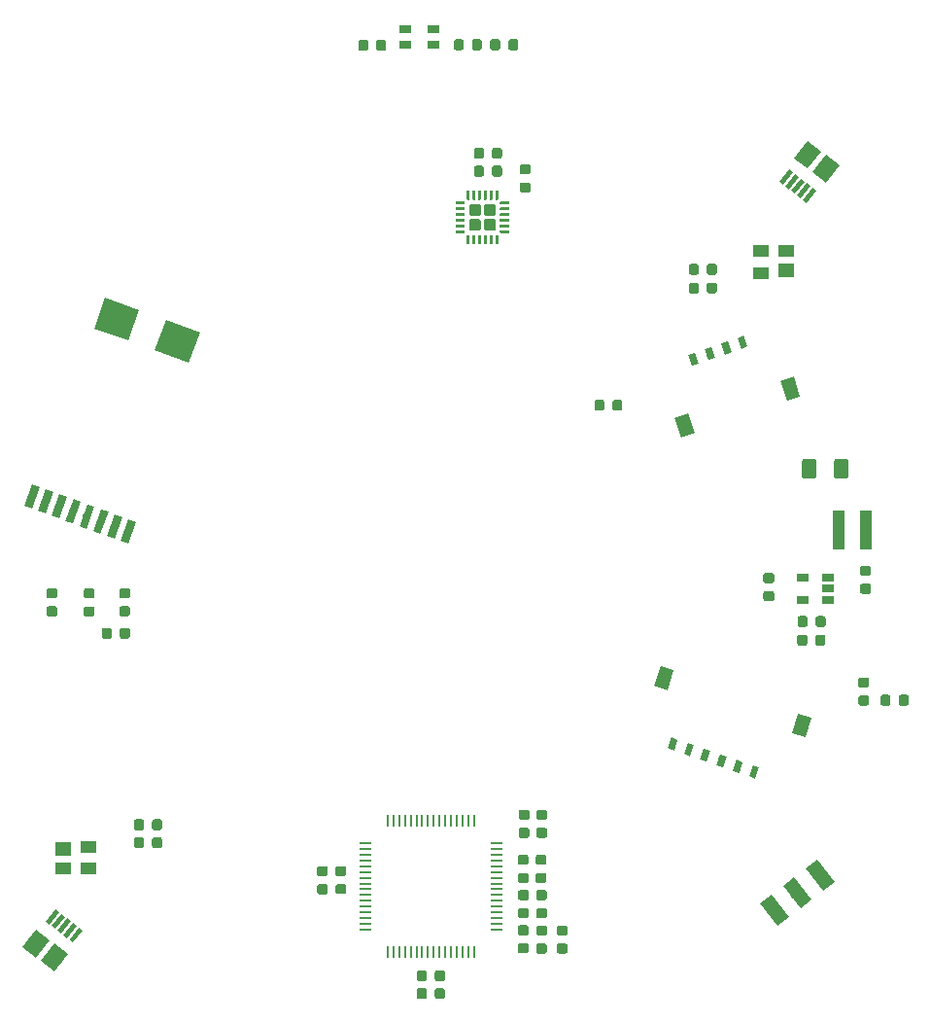
<source format=gbr>
G04 #@! TF.GenerationSoftware,KiCad,Pcbnew,6.0.0-rc1-unknown-3eb3db0~66~ubuntu18.04.1*
G04 #@! TF.CreationDate,2018-08-09T16:50:38-07:00*
G04 #@! TF.ProjectId,main_board_onion,6D61696E5F626F6172645F6F6E696F6E,rev?*
G04 #@! TF.SameCoordinates,Original*
G04 #@! TF.FileFunction,Paste,Top*
G04 #@! TF.FilePolarity,Positive*
%FSLAX46Y46*%
G04 Gerber Fmt 4.6, Leading zero omitted, Abs format (unit mm)*
G04 Created by KiCad (PCBNEW 6.0.0-rc1-unknown-3eb3db0~66~ubuntu18.04.1) date Thu Aug  9 16:50:38 2018*
%MOMM*%
%LPD*%
G01*
G04 APERTURE LIST*
%ADD10C,0.100000*%
%ADD11C,1.050000*%
%ADD12C,0.250000*%
%ADD13C,2.800000*%
%ADD14C,0.700000*%
%ADD15C,0.875000*%
%ADD16R,1.400000X1.000000*%
%ADD17R,1.400000X1.200000*%
%ADD18R,1.000000X0.800000*%
%ADD19C,0.600000*%
%ADD20C,1.250000*%
%ADD21C,1.500000*%
%ADD22C,0.400000*%
%ADD23R,0.980000X3.400000*%
%ADD24R,1.060000X0.650000*%
%ADD25R,0.250000X1.000000*%
%ADD26R,1.000000X0.250000*%
G04 APERTURE END LIST*
D10*
G04 #@! TO.C,U5*
G36*
X154670305Y-61314804D02*
X154694573Y-61318404D01*
X154718372Y-61324365D01*
X154741471Y-61332630D01*
X154763650Y-61343120D01*
X154784693Y-61355732D01*
X154804399Y-61370347D01*
X154822577Y-61386823D01*
X154839053Y-61405001D01*
X154853668Y-61424707D01*
X154866280Y-61445750D01*
X154876770Y-61467929D01*
X154885035Y-61491028D01*
X154890996Y-61514827D01*
X154894596Y-61539095D01*
X154895800Y-61563599D01*
X154895800Y-62113601D01*
X154894596Y-62138105D01*
X154890996Y-62162373D01*
X154885035Y-62186172D01*
X154876770Y-62209271D01*
X154866280Y-62231450D01*
X154853668Y-62252493D01*
X154839053Y-62272199D01*
X154822577Y-62290377D01*
X154804399Y-62306853D01*
X154784693Y-62321468D01*
X154763650Y-62334080D01*
X154741471Y-62344570D01*
X154718372Y-62352835D01*
X154694573Y-62358796D01*
X154670305Y-62362396D01*
X154645801Y-62363600D01*
X154095799Y-62363600D01*
X154071295Y-62362396D01*
X154047027Y-62358796D01*
X154023228Y-62352835D01*
X154000129Y-62344570D01*
X153977950Y-62334080D01*
X153956907Y-62321468D01*
X153937201Y-62306853D01*
X153919023Y-62290377D01*
X153902547Y-62272199D01*
X153887932Y-62252493D01*
X153875320Y-62231450D01*
X153864830Y-62209271D01*
X153856565Y-62186172D01*
X153850604Y-62162373D01*
X153847004Y-62138105D01*
X153845800Y-62113601D01*
X153845800Y-61563599D01*
X153847004Y-61539095D01*
X153850604Y-61514827D01*
X153856565Y-61491028D01*
X153864830Y-61467929D01*
X153875320Y-61445750D01*
X153887932Y-61424707D01*
X153902547Y-61405001D01*
X153919023Y-61386823D01*
X153937201Y-61370347D01*
X153956907Y-61355732D01*
X153977950Y-61343120D01*
X154000129Y-61332630D01*
X154023228Y-61324365D01*
X154047027Y-61318404D01*
X154071295Y-61314804D01*
X154095799Y-61313600D01*
X154645801Y-61313600D01*
X154670305Y-61314804D01*
X154670305Y-61314804D01*
G37*
D11*
X154370800Y-61838600D03*
D10*
G36*
X154670305Y-60014804D02*
X154694573Y-60018404D01*
X154718372Y-60024365D01*
X154741471Y-60032630D01*
X154763650Y-60043120D01*
X154784693Y-60055732D01*
X154804399Y-60070347D01*
X154822577Y-60086823D01*
X154839053Y-60105001D01*
X154853668Y-60124707D01*
X154866280Y-60145750D01*
X154876770Y-60167929D01*
X154885035Y-60191028D01*
X154890996Y-60214827D01*
X154894596Y-60239095D01*
X154895800Y-60263599D01*
X154895800Y-60813601D01*
X154894596Y-60838105D01*
X154890996Y-60862373D01*
X154885035Y-60886172D01*
X154876770Y-60909271D01*
X154866280Y-60931450D01*
X154853668Y-60952493D01*
X154839053Y-60972199D01*
X154822577Y-60990377D01*
X154804399Y-61006853D01*
X154784693Y-61021468D01*
X154763650Y-61034080D01*
X154741471Y-61044570D01*
X154718372Y-61052835D01*
X154694573Y-61058796D01*
X154670305Y-61062396D01*
X154645801Y-61063600D01*
X154095799Y-61063600D01*
X154071295Y-61062396D01*
X154047027Y-61058796D01*
X154023228Y-61052835D01*
X154000129Y-61044570D01*
X153977950Y-61034080D01*
X153956907Y-61021468D01*
X153937201Y-61006853D01*
X153919023Y-60990377D01*
X153902547Y-60972199D01*
X153887932Y-60952493D01*
X153875320Y-60931450D01*
X153864830Y-60909271D01*
X153856565Y-60886172D01*
X153850604Y-60862373D01*
X153847004Y-60838105D01*
X153845800Y-60813601D01*
X153845800Y-60263599D01*
X153847004Y-60239095D01*
X153850604Y-60214827D01*
X153856565Y-60191028D01*
X153864830Y-60167929D01*
X153875320Y-60145750D01*
X153887932Y-60124707D01*
X153902547Y-60105001D01*
X153919023Y-60086823D01*
X153937201Y-60070347D01*
X153956907Y-60055732D01*
X153977950Y-60043120D01*
X154000129Y-60032630D01*
X154023228Y-60024365D01*
X154047027Y-60018404D01*
X154071295Y-60014804D01*
X154095799Y-60013600D01*
X154645801Y-60013600D01*
X154670305Y-60014804D01*
X154670305Y-60014804D01*
G37*
D11*
X154370800Y-60538600D03*
D10*
G36*
X153370305Y-61314804D02*
X153394573Y-61318404D01*
X153418372Y-61324365D01*
X153441471Y-61332630D01*
X153463650Y-61343120D01*
X153484693Y-61355732D01*
X153504399Y-61370347D01*
X153522577Y-61386823D01*
X153539053Y-61405001D01*
X153553668Y-61424707D01*
X153566280Y-61445750D01*
X153576770Y-61467929D01*
X153585035Y-61491028D01*
X153590996Y-61514827D01*
X153594596Y-61539095D01*
X153595800Y-61563599D01*
X153595800Y-62113601D01*
X153594596Y-62138105D01*
X153590996Y-62162373D01*
X153585035Y-62186172D01*
X153576770Y-62209271D01*
X153566280Y-62231450D01*
X153553668Y-62252493D01*
X153539053Y-62272199D01*
X153522577Y-62290377D01*
X153504399Y-62306853D01*
X153484693Y-62321468D01*
X153463650Y-62334080D01*
X153441471Y-62344570D01*
X153418372Y-62352835D01*
X153394573Y-62358796D01*
X153370305Y-62362396D01*
X153345801Y-62363600D01*
X152795799Y-62363600D01*
X152771295Y-62362396D01*
X152747027Y-62358796D01*
X152723228Y-62352835D01*
X152700129Y-62344570D01*
X152677950Y-62334080D01*
X152656907Y-62321468D01*
X152637201Y-62306853D01*
X152619023Y-62290377D01*
X152602547Y-62272199D01*
X152587932Y-62252493D01*
X152575320Y-62231450D01*
X152564830Y-62209271D01*
X152556565Y-62186172D01*
X152550604Y-62162373D01*
X152547004Y-62138105D01*
X152545800Y-62113601D01*
X152545800Y-61563599D01*
X152547004Y-61539095D01*
X152550604Y-61514827D01*
X152556565Y-61491028D01*
X152564830Y-61467929D01*
X152575320Y-61445750D01*
X152587932Y-61424707D01*
X152602547Y-61405001D01*
X152619023Y-61386823D01*
X152637201Y-61370347D01*
X152656907Y-61355732D01*
X152677950Y-61343120D01*
X152700129Y-61332630D01*
X152723228Y-61324365D01*
X152747027Y-61318404D01*
X152771295Y-61314804D01*
X152795799Y-61313600D01*
X153345801Y-61313600D01*
X153370305Y-61314804D01*
X153370305Y-61314804D01*
G37*
D11*
X153070800Y-61838600D03*
D10*
G36*
X153370305Y-60014804D02*
X153394573Y-60018404D01*
X153418372Y-60024365D01*
X153441471Y-60032630D01*
X153463650Y-60043120D01*
X153484693Y-60055732D01*
X153504399Y-60070347D01*
X153522577Y-60086823D01*
X153539053Y-60105001D01*
X153553668Y-60124707D01*
X153566280Y-60145750D01*
X153576770Y-60167929D01*
X153585035Y-60191028D01*
X153590996Y-60214827D01*
X153594596Y-60239095D01*
X153595800Y-60263599D01*
X153595800Y-60813601D01*
X153594596Y-60838105D01*
X153590996Y-60862373D01*
X153585035Y-60886172D01*
X153576770Y-60909271D01*
X153566280Y-60931450D01*
X153553668Y-60952493D01*
X153539053Y-60972199D01*
X153522577Y-60990377D01*
X153504399Y-61006853D01*
X153484693Y-61021468D01*
X153463650Y-61034080D01*
X153441471Y-61044570D01*
X153418372Y-61052835D01*
X153394573Y-61058796D01*
X153370305Y-61062396D01*
X153345801Y-61063600D01*
X152795799Y-61063600D01*
X152771295Y-61062396D01*
X152747027Y-61058796D01*
X152723228Y-61052835D01*
X152700129Y-61044570D01*
X152677950Y-61034080D01*
X152656907Y-61021468D01*
X152637201Y-61006853D01*
X152619023Y-60990377D01*
X152602547Y-60972199D01*
X152587932Y-60952493D01*
X152575320Y-60931450D01*
X152564830Y-60909271D01*
X152556565Y-60886172D01*
X152550604Y-60862373D01*
X152547004Y-60838105D01*
X152545800Y-60813601D01*
X152545800Y-60263599D01*
X152547004Y-60239095D01*
X152550604Y-60214827D01*
X152556565Y-60191028D01*
X152564830Y-60167929D01*
X152575320Y-60145750D01*
X152587932Y-60124707D01*
X152602547Y-60105001D01*
X152619023Y-60086823D01*
X152637201Y-60070347D01*
X152656907Y-60055732D01*
X152677950Y-60043120D01*
X152700129Y-60032630D01*
X152723228Y-60024365D01*
X152747027Y-60018404D01*
X152771295Y-60014804D01*
X152795799Y-60013600D01*
X153345801Y-60013600D01*
X153370305Y-60014804D01*
X153370305Y-60014804D01*
G37*
D11*
X153070800Y-60538600D03*
D10*
G36*
X156014426Y-62313901D02*
X156020493Y-62314801D01*
X156026443Y-62316291D01*
X156032218Y-62318358D01*
X156037762Y-62320980D01*
X156043023Y-62324133D01*
X156047950Y-62327787D01*
X156052494Y-62331906D01*
X156056613Y-62336450D01*
X156060267Y-62341377D01*
X156063420Y-62346638D01*
X156066042Y-62352182D01*
X156068109Y-62357957D01*
X156069599Y-62363907D01*
X156070499Y-62369974D01*
X156070800Y-62376100D01*
X156070800Y-62501100D01*
X156070499Y-62507226D01*
X156069599Y-62513293D01*
X156068109Y-62519243D01*
X156066042Y-62525018D01*
X156063420Y-62530562D01*
X156060267Y-62535823D01*
X156056613Y-62540750D01*
X156052494Y-62545294D01*
X156047950Y-62549413D01*
X156043023Y-62553067D01*
X156037762Y-62556220D01*
X156032218Y-62558842D01*
X156026443Y-62560909D01*
X156020493Y-62562399D01*
X156014426Y-62563299D01*
X156008300Y-62563600D01*
X155308300Y-62563600D01*
X155302174Y-62563299D01*
X155296107Y-62562399D01*
X155290157Y-62560909D01*
X155284382Y-62558842D01*
X155278838Y-62556220D01*
X155273577Y-62553067D01*
X155268650Y-62549413D01*
X155264106Y-62545294D01*
X155259987Y-62540750D01*
X155256333Y-62535823D01*
X155253180Y-62530562D01*
X155250558Y-62525018D01*
X155248491Y-62519243D01*
X155247001Y-62513293D01*
X155246101Y-62507226D01*
X155245800Y-62501100D01*
X155245800Y-62376100D01*
X155246101Y-62369974D01*
X155247001Y-62363907D01*
X155248491Y-62357957D01*
X155250558Y-62352182D01*
X155253180Y-62346638D01*
X155256333Y-62341377D01*
X155259987Y-62336450D01*
X155264106Y-62331906D01*
X155268650Y-62327787D01*
X155273577Y-62324133D01*
X155278838Y-62320980D01*
X155284382Y-62318358D01*
X155290157Y-62316291D01*
X155296107Y-62314801D01*
X155302174Y-62313901D01*
X155308300Y-62313600D01*
X156008300Y-62313600D01*
X156014426Y-62313901D01*
X156014426Y-62313901D01*
G37*
D12*
X155658300Y-62438600D03*
D10*
G36*
X156014426Y-61813901D02*
X156020493Y-61814801D01*
X156026443Y-61816291D01*
X156032218Y-61818358D01*
X156037762Y-61820980D01*
X156043023Y-61824133D01*
X156047950Y-61827787D01*
X156052494Y-61831906D01*
X156056613Y-61836450D01*
X156060267Y-61841377D01*
X156063420Y-61846638D01*
X156066042Y-61852182D01*
X156068109Y-61857957D01*
X156069599Y-61863907D01*
X156070499Y-61869974D01*
X156070800Y-61876100D01*
X156070800Y-62001100D01*
X156070499Y-62007226D01*
X156069599Y-62013293D01*
X156068109Y-62019243D01*
X156066042Y-62025018D01*
X156063420Y-62030562D01*
X156060267Y-62035823D01*
X156056613Y-62040750D01*
X156052494Y-62045294D01*
X156047950Y-62049413D01*
X156043023Y-62053067D01*
X156037762Y-62056220D01*
X156032218Y-62058842D01*
X156026443Y-62060909D01*
X156020493Y-62062399D01*
X156014426Y-62063299D01*
X156008300Y-62063600D01*
X155308300Y-62063600D01*
X155302174Y-62063299D01*
X155296107Y-62062399D01*
X155290157Y-62060909D01*
X155284382Y-62058842D01*
X155278838Y-62056220D01*
X155273577Y-62053067D01*
X155268650Y-62049413D01*
X155264106Y-62045294D01*
X155259987Y-62040750D01*
X155256333Y-62035823D01*
X155253180Y-62030562D01*
X155250558Y-62025018D01*
X155248491Y-62019243D01*
X155247001Y-62013293D01*
X155246101Y-62007226D01*
X155245800Y-62001100D01*
X155245800Y-61876100D01*
X155246101Y-61869974D01*
X155247001Y-61863907D01*
X155248491Y-61857957D01*
X155250558Y-61852182D01*
X155253180Y-61846638D01*
X155256333Y-61841377D01*
X155259987Y-61836450D01*
X155264106Y-61831906D01*
X155268650Y-61827787D01*
X155273577Y-61824133D01*
X155278838Y-61820980D01*
X155284382Y-61818358D01*
X155290157Y-61816291D01*
X155296107Y-61814801D01*
X155302174Y-61813901D01*
X155308300Y-61813600D01*
X156008300Y-61813600D01*
X156014426Y-61813901D01*
X156014426Y-61813901D01*
G37*
D12*
X155658300Y-61938600D03*
D10*
G36*
X156014426Y-61313901D02*
X156020493Y-61314801D01*
X156026443Y-61316291D01*
X156032218Y-61318358D01*
X156037762Y-61320980D01*
X156043023Y-61324133D01*
X156047950Y-61327787D01*
X156052494Y-61331906D01*
X156056613Y-61336450D01*
X156060267Y-61341377D01*
X156063420Y-61346638D01*
X156066042Y-61352182D01*
X156068109Y-61357957D01*
X156069599Y-61363907D01*
X156070499Y-61369974D01*
X156070800Y-61376100D01*
X156070800Y-61501100D01*
X156070499Y-61507226D01*
X156069599Y-61513293D01*
X156068109Y-61519243D01*
X156066042Y-61525018D01*
X156063420Y-61530562D01*
X156060267Y-61535823D01*
X156056613Y-61540750D01*
X156052494Y-61545294D01*
X156047950Y-61549413D01*
X156043023Y-61553067D01*
X156037762Y-61556220D01*
X156032218Y-61558842D01*
X156026443Y-61560909D01*
X156020493Y-61562399D01*
X156014426Y-61563299D01*
X156008300Y-61563600D01*
X155308300Y-61563600D01*
X155302174Y-61563299D01*
X155296107Y-61562399D01*
X155290157Y-61560909D01*
X155284382Y-61558842D01*
X155278838Y-61556220D01*
X155273577Y-61553067D01*
X155268650Y-61549413D01*
X155264106Y-61545294D01*
X155259987Y-61540750D01*
X155256333Y-61535823D01*
X155253180Y-61530562D01*
X155250558Y-61525018D01*
X155248491Y-61519243D01*
X155247001Y-61513293D01*
X155246101Y-61507226D01*
X155245800Y-61501100D01*
X155245800Y-61376100D01*
X155246101Y-61369974D01*
X155247001Y-61363907D01*
X155248491Y-61357957D01*
X155250558Y-61352182D01*
X155253180Y-61346638D01*
X155256333Y-61341377D01*
X155259987Y-61336450D01*
X155264106Y-61331906D01*
X155268650Y-61327787D01*
X155273577Y-61324133D01*
X155278838Y-61320980D01*
X155284382Y-61318358D01*
X155290157Y-61316291D01*
X155296107Y-61314801D01*
X155302174Y-61313901D01*
X155308300Y-61313600D01*
X156008300Y-61313600D01*
X156014426Y-61313901D01*
X156014426Y-61313901D01*
G37*
D12*
X155658300Y-61438600D03*
D10*
G36*
X156014426Y-60813901D02*
X156020493Y-60814801D01*
X156026443Y-60816291D01*
X156032218Y-60818358D01*
X156037762Y-60820980D01*
X156043023Y-60824133D01*
X156047950Y-60827787D01*
X156052494Y-60831906D01*
X156056613Y-60836450D01*
X156060267Y-60841377D01*
X156063420Y-60846638D01*
X156066042Y-60852182D01*
X156068109Y-60857957D01*
X156069599Y-60863907D01*
X156070499Y-60869974D01*
X156070800Y-60876100D01*
X156070800Y-61001100D01*
X156070499Y-61007226D01*
X156069599Y-61013293D01*
X156068109Y-61019243D01*
X156066042Y-61025018D01*
X156063420Y-61030562D01*
X156060267Y-61035823D01*
X156056613Y-61040750D01*
X156052494Y-61045294D01*
X156047950Y-61049413D01*
X156043023Y-61053067D01*
X156037762Y-61056220D01*
X156032218Y-61058842D01*
X156026443Y-61060909D01*
X156020493Y-61062399D01*
X156014426Y-61063299D01*
X156008300Y-61063600D01*
X155308300Y-61063600D01*
X155302174Y-61063299D01*
X155296107Y-61062399D01*
X155290157Y-61060909D01*
X155284382Y-61058842D01*
X155278838Y-61056220D01*
X155273577Y-61053067D01*
X155268650Y-61049413D01*
X155264106Y-61045294D01*
X155259987Y-61040750D01*
X155256333Y-61035823D01*
X155253180Y-61030562D01*
X155250558Y-61025018D01*
X155248491Y-61019243D01*
X155247001Y-61013293D01*
X155246101Y-61007226D01*
X155245800Y-61001100D01*
X155245800Y-60876100D01*
X155246101Y-60869974D01*
X155247001Y-60863907D01*
X155248491Y-60857957D01*
X155250558Y-60852182D01*
X155253180Y-60846638D01*
X155256333Y-60841377D01*
X155259987Y-60836450D01*
X155264106Y-60831906D01*
X155268650Y-60827787D01*
X155273577Y-60824133D01*
X155278838Y-60820980D01*
X155284382Y-60818358D01*
X155290157Y-60816291D01*
X155296107Y-60814801D01*
X155302174Y-60813901D01*
X155308300Y-60813600D01*
X156008300Y-60813600D01*
X156014426Y-60813901D01*
X156014426Y-60813901D01*
G37*
D12*
X155658300Y-60938600D03*
D10*
G36*
X156014426Y-60313901D02*
X156020493Y-60314801D01*
X156026443Y-60316291D01*
X156032218Y-60318358D01*
X156037762Y-60320980D01*
X156043023Y-60324133D01*
X156047950Y-60327787D01*
X156052494Y-60331906D01*
X156056613Y-60336450D01*
X156060267Y-60341377D01*
X156063420Y-60346638D01*
X156066042Y-60352182D01*
X156068109Y-60357957D01*
X156069599Y-60363907D01*
X156070499Y-60369974D01*
X156070800Y-60376100D01*
X156070800Y-60501100D01*
X156070499Y-60507226D01*
X156069599Y-60513293D01*
X156068109Y-60519243D01*
X156066042Y-60525018D01*
X156063420Y-60530562D01*
X156060267Y-60535823D01*
X156056613Y-60540750D01*
X156052494Y-60545294D01*
X156047950Y-60549413D01*
X156043023Y-60553067D01*
X156037762Y-60556220D01*
X156032218Y-60558842D01*
X156026443Y-60560909D01*
X156020493Y-60562399D01*
X156014426Y-60563299D01*
X156008300Y-60563600D01*
X155308300Y-60563600D01*
X155302174Y-60563299D01*
X155296107Y-60562399D01*
X155290157Y-60560909D01*
X155284382Y-60558842D01*
X155278838Y-60556220D01*
X155273577Y-60553067D01*
X155268650Y-60549413D01*
X155264106Y-60545294D01*
X155259987Y-60540750D01*
X155256333Y-60535823D01*
X155253180Y-60530562D01*
X155250558Y-60525018D01*
X155248491Y-60519243D01*
X155247001Y-60513293D01*
X155246101Y-60507226D01*
X155245800Y-60501100D01*
X155245800Y-60376100D01*
X155246101Y-60369974D01*
X155247001Y-60363907D01*
X155248491Y-60357957D01*
X155250558Y-60352182D01*
X155253180Y-60346638D01*
X155256333Y-60341377D01*
X155259987Y-60336450D01*
X155264106Y-60331906D01*
X155268650Y-60327787D01*
X155273577Y-60324133D01*
X155278838Y-60320980D01*
X155284382Y-60318358D01*
X155290157Y-60316291D01*
X155296107Y-60314801D01*
X155302174Y-60313901D01*
X155308300Y-60313600D01*
X156008300Y-60313600D01*
X156014426Y-60313901D01*
X156014426Y-60313901D01*
G37*
D12*
X155658300Y-60438600D03*
D10*
G36*
X156014426Y-59813901D02*
X156020493Y-59814801D01*
X156026443Y-59816291D01*
X156032218Y-59818358D01*
X156037762Y-59820980D01*
X156043023Y-59824133D01*
X156047950Y-59827787D01*
X156052494Y-59831906D01*
X156056613Y-59836450D01*
X156060267Y-59841377D01*
X156063420Y-59846638D01*
X156066042Y-59852182D01*
X156068109Y-59857957D01*
X156069599Y-59863907D01*
X156070499Y-59869974D01*
X156070800Y-59876100D01*
X156070800Y-60001100D01*
X156070499Y-60007226D01*
X156069599Y-60013293D01*
X156068109Y-60019243D01*
X156066042Y-60025018D01*
X156063420Y-60030562D01*
X156060267Y-60035823D01*
X156056613Y-60040750D01*
X156052494Y-60045294D01*
X156047950Y-60049413D01*
X156043023Y-60053067D01*
X156037762Y-60056220D01*
X156032218Y-60058842D01*
X156026443Y-60060909D01*
X156020493Y-60062399D01*
X156014426Y-60063299D01*
X156008300Y-60063600D01*
X155308300Y-60063600D01*
X155302174Y-60063299D01*
X155296107Y-60062399D01*
X155290157Y-60060909D01*
X155284382Y-60058842D01*
X155278838Y-60056220D01*
X155273577Y-60053067D01*
X155268650Y-60049413D01*
X155264106Y-60045294D01*
X155259987Y-60040750D01*
X155256333Y-60035823D01*
X155253180Y-60030562D01*
X155250558Y-60025018D01*
X155248491Y-60019243D01*
X155247001Y-60013293D01*
X155246101Y-60007226D01*
X155245800Y-60001100D01*
X155245800Y-59876100D01*
X155246101Y-59869974D01*
X155247001Y-59863907D01*
X155248491Y-59857957D01*
X155250558Y-59852182D01*
X155253180Y-59846638D01*
X155256333Y-59841377D01*
X155259987Y-59836450D01*
X155264106Y-59831906D01*
X155268650Y-59827787D01*
X155273577Y-59824133D01*
X155278838Y-59820980D01*
X155284382Y-59818358D01*
X155290157Y-59816291D01*
X155296107Y-59814801D01*
X155302174Y-59813901D01*
X155308300Y-59813600D01*
X156008300Y-59813600D01*
X156014426Y-59813901D01*
X156014426Y-59813901D01*
G37*
D12*
X155658300Y-59938600D03*
D10*
G36*
X155039426Y-58838901D02*
X155045493Y-58839801D01*
X155051443Y-58841291D01*
X155057218Y-58843358D01*
X155062762Y-58845980D01*
X155068023Y-58849133D01*
X155072950Y-58852787D01*
X155077494Y-58856906D01*
X155081613Y-58861450D01*
X155085267Y-58866377D01*
X155088420Y-58871638D01*
X155091042Y-58877182D01*
X155093109Y-58882957D01*
X155094599Y-58888907D01*
X155095499Y-58894974D01*
X155095800Y-58901100D01*
X155095800Y-59601100D01*
X155095499Y-59607226D01*
X155094599Y-59613293D01*
X155093109Y-59619243D01*
X155091042Y-59625018D01*
X155088420Y-59630562D01*
X155085267Y-59635823D01*
X155081613Y-59640750D01*
X155077494Y-59645294D01*
X155072950Y-59649413D01*
X155068023Y-59653067D01*
X155062762Y-59656220D01*
X155057218Y-59658842D01*
X155051443Y-59660909D01*
X155045493Y-59662399D01*
X155039426Y-59663299D01*
X155033300Y-59663600D01*
X154908300Y-59663600D01*
X154902174Y-59663299D01*
X154896107Y-59662399D01*
X154890157Y-59660909D01*
X154884382Y-59658842D01*
X154878838Y-59656220D01*
X154873577Y-59653067D01*
X154868650Y-59649413D01*
X154864106Y-59645294D01*
X154859987Y-59640750D01*
X154856333Y-59635823D01*
X154853180Y-59630562D01*
X154850558Y-59625018D01*
X154848491Y-59619243D01*
X154847001Y-59613293D01*
X154846101Y-59607226D01*
X154845800Y-59601100D01*
X154845800Y-58901100D01*
X154846101Y-58894974D01*
X154847001Y-58888907D01*
X154848491Y-58882957D01*
X154850558Y-58877182D01*
X154853180Y-58871638D01*
X154856333Y-58866377D01*
X154859987Y-58861450D01*
X154864106Y-58856906D01*
X154868650Y-58852787D01*
X154873577Y-58849133D01*
X154878838Y-58845980D01*
X154884382Y-58843358D01*
X154890157Y-58841291D01*
X154896107Y-58839801D01*
X154902174Y-58838901D01*
X154908300Y-58838600D01*
X155033300Y-58838600D01*
X155039426Y-58838901D01*
X155039426Y-58838901D01*
G37*
D12*
X154970800Y-59251100D03*
D10*
G36*
X154539426Y-58838901D02*
X154545493Y-58839801D01*
X154551443Y-58841291D01*
X154557218Y-58843358D01*
X154562762Y-58845980D01*
X154568023Y-58849133D01*
X154572950Y-58852787D01*
X154577494Y-58856906D01*
X154581613Y-58861450D01*
X154585267Y-58866377D01*
X154588420Y-58871638D01*
X154591042Y-58877182D01*
X154593109Y-58882957D01*
X154594599Y-58888907D01*
X154595499Y-58894974D01*
X154595800Y-58901100D01*
X154595800Y-59601100D01*
X154595499Y-59607226D01*
X154594599Y-59613293D01*
X154593109Y-59619243D01*
X154591042Y-59625018D01*
X154588420Y-59630562D01*
X154585267Y-59635823D01*
X154581613Y-59640750D01*
X154577494Y-59645294D01*
X154572950Y-59649413D01*
X154568023Y-59653067D01*
X154562762Y-59656220D01*
X154557218Y-59658842D01*
X154551443Y-59660909D01*
X154545493Y-59662399D01*
X154539426Y-59663299D01*
X154533300Y-59663600D01*
X154408300Y-59663600D01*
X154402174Y-59663299D01*
X154396107Y-59662399D01*
X154390157Y-59660909D01*
X154384382Y-59658842D01*
X154378838Y-59656220D01*
X154373577Y-59653067D01*
X154368650Y-59649413D01*
X154364106Y-59645294D01*
X154359987Y-59640750D01*
X154356333Y-59635823D01*
X154353180Y-59630562D01*
X154350558Y-59625018D01*
X154348491Y-59619243D01*
X154347001Y-59613293D01*
X154346101Y-59607226D01*
X154345800Y-59601100D01*
X154345800Y-58901100D01*
X154346101Y-58894974D01*
X154347001Y-58888907D01*
X154348491Y-58882957D01*
X154350558Y-58877182D01*
X154353180Y-58871638D01*
X154356333Y-58866377D01*
X154359987Y-58861450D01*
X154364106Y-58856906D01*
X154368650Y-58852787D01*
X154373577Y-58849133D01*
X154378838Y-58845980D01*
X154384382Y-58843358D01*
X154390157Y-58841291D01*
X154396107Y-58839801D01*
X154402174Y-58838901D01*
X154408300Y-58838600D01*
X154533300Y-58838600D01*
X154539426Y-58838901D01*
X154539426Y-58838901D01*
G37*
D12*
X154470800Y-59251100D03*
D10*
G36*
X154039426Y-58838901D02*
X154045493Y-58839801D01*
X154051443Y-58841291D01*
X154057218Y-58843358D01*
X154062762Y-58845980D01*
X154068023Y-58849133D01*
X154072950Y-58852787D01*
X154077494Y-58856906D01*
X154081613Y-58861450D01*
X154085267Y-58866377D01*
X154088420Y-58871638D01*
X154091042Y-58877182D01*
X154093109Y-58882957D01*
X154094599Y-58888907D01*
X154095499Y-58894974D01*
X154095800Y-58901100D01*
X154095800Y-59601100D01*
X154095499Y-59607226D01*
X154094599Y-59613293D01*
X154093109Y-59619243D01*
X154091042Y-59625018D01*
X154088420Y-59630562D01*
X154085267Y-59635823D01*
X154081613Y-59640750D01*
X154077494Y-59645294D01*
X154072950Y-59649413D01*
X154068023Y-59653067D01*
X154062762Y-59656220D01*
X154057218Y-59658842D01*
X154051443Y-59660909D01*
X154045493Y-59662399D01*
X154039426Y-59663299D01*
X154033300Y-59663600D01*
X153908300Y-59663600D01*
X153902174Y-59663299D01*
X153896107Y-59662399D01*
X153890157Y-59660909D01*
X153884382Y-59658842D01*
X153878838Y-59656220D01*
X153873577Y-59653067D01*
X153868650Y-59649413D01*
X153864106Y-59645294D01*
X153859987Y-59640750D01*
X153856333Y-59635823D01*
X153853180Y-59630562D01*
X153850558Y-59625018D01*
X153848491Y-59619243D01*
X153847001Y-59613293D01*
X153846101Y-59607226D01*
X153845800Y-59601100D01*
X153845800Y-58901100D01*
X153846101Y-58894974D01*
X153847001Y-58888907D01*
X153848491Y-58882957D01*
X153850558Y-58877182D01*
X153853180Y-58871638D01*
X153856333Y-58866377D01*
X153859987Y-58861450D01*
X153864106Y-58856906D01*
X153868650Y-58852787D01*
X153873577Y-58849133D01*
X153878838Y-58845980D01*
X153884382Y-58843358D01*
X153890157Y-58841291D01*
X153896107Y-58839801D01*
X153902174Y-58838901D01*
X153908300Y-58838600D01*
X154033300Y-58838600D01*
X154039426Y-58838901D01*
X154039426Y-58838901D01*
G37*
D12*
X153970800Y-59251100D03*
D10*
G36*
X153539426Y-58838901D02*
X153545493Y-58839801D01*
X153551443Y-58841291D01*
X153557218Y-58843358D01*
X153562762Y-58845980D01*
X153568023Y-58849133D01*
X153572950Y-58852787D01*
X153577494Y-58856906D01*
X153581613Y-58861450D01*
X153585267Y-58866377D01*
X153588420Y-58871638D01*
X153591042Y-58877182D01*
X153593109Y-58882957D01*
X153594599Y-58888907D01*
X153595499Y-58894974D01*
X153595800Y-58901100D01*
X153595800Y-59601100D01*
X153595499Y-59607226D01*
X153594599Y-59613293D01*
X153593109Y-59619243D01*
X153591042Y-59625018D01*
X153588420Y-59630562D01*
X153585267Y-59635823D01*
X153581613Y-59640750D01*
X153577494Y-59645294D01*
X153572950Y-59649413D01*
X153568023Y-59653067D01*
X153562762Y-59656220D01*
X153557218Y-59658842D01*
X153551443Y-59660909D01*
X153545493Y-59662399D01*
X153539426Y-59663299D01*
X153533300Y-59663600D01*
X153408300Y-59663600D01*
X153402174Y-59663299D01*
X153396107Y-59662399D01*
X153390157Y-59660909D01*
X153384382Y-59658842D01*
X153378838Y-59656220D01*
X153373577Y-59653067D01*
X153368650Y-59649413D01*
X153364106Y-59645294D01*
X153359987Y-59640750D01*
X153356333Y-59635823D01*
X153353180Y-59630562D01*
X153350558Y-59625018D01*
X153348491Y-59619243D01*
X153347001Y-59613293D01*
X153346101Y-59607226D01*
X153345800Y-59601100D01*
X153345800Y-58901100D01*
X153346101Y-58894974D01*
X153347001Y-58888907D01*
X153348491Y-58882957D01*
X153350558Y-58877182D01*
X153353180Y-58871638D01*
X153356333Y-58866377D01*
X153359987Y-58861450D01*
X153364106Y-58856906D01*
X153368650Y-58852787D01*
X153373577Y-58849133D01*
X153378838Y-58845980D01*
X153384382Y-58843358D01*
X153390157Y-58841291D01*
X153396107Y-58839801D01*
X153402174Y-58838901D01*
X153408300Y-58838600D01*
X153533300Y-58838600D01*
X153539426Y-58838901D01*
X153539426Y-58838901D01*
G37*
D12*
X153470800Y-59251100D03*
D10*
G36*
X153039426Y-58838901D02*
X153045493Y-58839801D01*
X153051443Y-58841291D01*
X153057218Y-58843358D01*
X153062762Y-58845980D01*
X153068023Y-58849133D01*
X153072950Y-58852787D01*
X153077494Y-58856906D01*
X153081613Y-58861450D01*
X153085267Y-58866377D01*
X153088420Y-58871638D01*
X153091042Y-58877182D01*
X153093109Y-58882957D01*
X153094599Y-58888907D01*
X153095499Y-58894974D01*
X153095800Y-58901100D01*
X153095800Y-59601100D01*
X153095499Y-59607226D01*
X153094599Y-59613293D01*
X153093109Y-59619243D01*
X153091042Y-59625018D01*
X153088420Y-59630562D01*
X153085267Y-59635823D01*
X153081613Y-59640750D01*
X153077494Y-59645294D01*
X153072950Y-59649413D01*
X153068023Y-59653067D01*
X153062762Y-59656220D01*
X153057218Y-59658842D01*
X153051443Y-59660909D01*
X153045493Y-59662399D01*
X153039426Y-59663299D01*
X153033300Y-59663600D01*
X152908300Y-59663600D01*
X152902174Y-59663299D01*
X152896107Y-59662399D01*
X152890157Y-59660909D01*
X152884382Y-59658842D01*
X152878838Y-59656220D01*
X152873577Y-59653067D01*
X152868650Y-59649413D01*
X152864106Y-59645294D01*
X152859987Y-59640750D01*
X152856333Y-59635823D01*
X152853180Y-59630562D01*
X152850558Y-59625018D01*
X152848491Y-59619243D01*
X152847001Y-59613293D01*
X152846101Y-59607226D01*
X152845800Y-59601100D01*
X152845800Y-58901100D01*
X152846101Y-58894974D01*
X152847001Y-58888907D01*
X152848491Y-58882957D01*
X152850558Y-58877182D01*
X152853180Y-58871638D01*
X152856333Y-58866377D01*
X152859987Y-58861450D01*
X152864106Y-58856906D01*
X152868650Y-58852787D01*
X152873577Y-58849133D01*
X152878838Y-58845980D01*
X152884382Y-58843358D01*
X152890157Y-58841291D01*
X152896107Y-58839801D01*
X152902174Y-58838901D01*
X152908300Y-58838600D01*
X153033300Y-58838600D01*
X153039426Y-58838901D01*
X153039426Y-58838901D01*
G37*
D12*
X152970800Y-59251100D03*
D10*
G36*
X152539426Y-58838901D02*
X152545493Y-58839801D01*
X152551443Y-58841291D01*
X152557218Y-58843358D01*
X152562762Y-58845980D01*
X152568023Y-58849133D01*
X152572950Y-58852787D01*
X152577494Y-58856906D01*
X152581613Y-58861450D01*
X152585267Y-58866377D01*
X152588420Y-58871638D01*
X152591042Y-58877182D01*
X152593109Y-58882957D01*
X152594599Y-58888907D01*
X152595499Y-58894974D01*
X152595800Y-58901100D01*
X152595800Y-59601100D01*
X152595499Y-59607226D01*
X152594599Y-59613293D01*
X152593109Y-59619243D01*
X152591042Y-59625018D01*
X152588420Y-59630562D01*
X152585267Y-59635823D01*
X152581613Y-59640750D01*
X152577494Y-59645294D01*
X152572950Y-59649413D01*
X152568023Y-59653067D01*
X152562762Y-59656220D01*
X152557218Y-59658842D01*
X152551443Y-59660909D01*
X152545493Y-59662399D01*
X152539426Y-59663299D01*
X152533300Y-59663600D01*
X152408300Y-59663600D01*
X152402174Y-59663299D01*
X152396107Y-59662399D01*
X152390157Y-59660909D01*
X152384382Y-59658842D01*
X152378838Y-59656220D01*
X152373577Y-59653067D01*
X152368650Y-59649413D01*
X152364106Y-59645294D01*
X152359987Y-59640750D01*
X152356333Y-59635823D01*
X152353180Y-59630562D01*
X152350558Y-59625018D01*
X152348491Y-59619243D01*
X152347001Y-59613293D01*
X152346101Y-59607226D01*
X152345800Y-59601100D01*
X152345800Y-58901100D01*
X152346101Y-58894974D01*
X152347001Y-58888907D01*
X152348491Y-58882957D01*
X152350558Y-58877182D01*
X152353180Y-58871638D01*
X152356333Y-58866377D01*
X152359987Y-58861450D01*
X152364106Y-58856906D01*
X152368650Y-58852787D01*
X152373577Y-58849133D01*
X152378838Y-58845980D01*
X152384382Y-58843358D01*
X152390157Y-58841291D01*
X152396107Y-58839801D01*
X152402174Y-58838901D01*
X152408300Y-58838600D01*
X152533300Y-58838600D01*
X152539426Y-58838901D01*
X152539426Y-58838901D01*
G37*
D12*
X152470800Y-59251100D03*
D10*
G36*
X152139426Y-59813901D02*
X152145493Y-59814801D01*
X152151443Y-59816291D01*
X152157218Y-59818358D01*
X152162762Y-59820980D01*
X152168023Y-59824133D01*
X152172950Y-59827787D01*
X152177494Y-59831906D01*
X152181613Y-59836450D01*
X152185267Y-59841377D01*
X152188420Y-59846638D01*
X152191042Y-59852182D01*
X152193109Y-59857957D01*
X152194599Y-59863907D01*
X152195499Y-59869974D01*
X152195800Y-59876100D01*
X152195800Y-60001100D01*
X152195499Y-60007226D01*
X152194599Y-60013293D01*
X152193109Y-60019243D01*
X152191042Y-60025018D01*
X152188420Y-60030562D01*
X152185267Y-60035823D01*
X152181613Y-60040750D01*
X152177494Y-60045294D01*
X152172950Y-60049413D01*
X152168023Y-60053067D01*
X152162762Y-60056220D01*
X152157218Y-60058842D01*
X152151443Y-60060909D01*
X152145493Y-60062399D01*
X152139426Y-60063299D01*
X152133300Y-60063600D01*
X151433300Y-60063600D01*
X151427174Y-60063299D01*
X151421107Y-60062399D01*
X151415157Y-60060909D01*
X151409382Y-60058842D01*
X151403838Y-60056220D01*
X151398577Y-60053067D01*
X151393650Y-60049413D01*
X151389106Y-60045294D01*
X151384987Y-60040750D01*
X151381333Y-60035823D01*
X151378180Y-60030562D01*
X151375558Y-60025018D01*
X151373491Y-60019243D01*
X151372001Y-60013293D01*
X151371101Y-60007226D01*
X151370800Y-60001100D01*
X151370800Y-59876100D01*
X151371101Y-59869974D01*
X151372001Y-59863907D01*
X151373491Y-59857957D01*
X151375558Y-59852182D01*
X151378180Y-59846638D01*
X151381333Y-59841377D01*
X151384987Y-59836450D01*
X151389106Y-59831906D01*
X151393650Y-59827787D01*
X151398577Y-59824133D01*
X151403838Y-59820980D01*
X151409382Y-59818358D01*
X151415157Y-59816291D01*
X151421107Y-59814801D01*
X151427174Y-59813901D01*
X151433300Y-59813600D01*
X152133300Y-59813600D01*
X152139426Y-59813901D01*
X152139426Y-59813901D01*
G37*
D12*
X151783300Y-59938600D03*
D10*
G36*
X152139426Y-60313901D02*
X152145493Y-60314801D01*
X152151443Y-60316291D01*
X152157218Y-60318358D01*
X152162762Y-60320980D01*
X152168023Y-60324133D01*
X152172950Y-60327787D01*
X152177494Y-60331906D01*
X152181613Y-60336450D01*
X152185267Y-60341377D01*
X152188420Y-60346638D01*
X152191042Y-60352182D01*
X152193109Y-60357957D01*
X152194599Y-60363907D01*
X152195499Y-60369974D01*
X152195800Y-60376100D01*
X152195800Y-60501100D01*
X152195499Y-60507226D01*
X152194599Y-60513293D01*
X152193109Y-60519243D01*
X152191042Y-60525018D01*
X152188420Y-60530562D01*
X152185267Y-60535823D01*
X152181613Y-60540750D01*
X152177494Y-60545294D01*
X152172950Y-60549413D01*
X152168023Y-60553067D01*
X152162762Y-60556220D01*
X152157218Y-60558842D01*
X152151443Y-60560909D01*
X152145493Y-60562399D01*
X152139426Y-60563299D01*
X152133300Y-60563600D01*
X151433300Y-60563600D01*
X151427174Y-60563299D01*
X151421107Y-60562399D01*
X151415157Y-60560909D01*
X151409382Y-60558842D01*
X151403838Y-60556220D01*
X151398577Y-60553067D01*
X151393650Y-60549413D01*
X151389106Y-60545294D01*
X151384987Y-60540750D01*
X151381333Y-60535823D01*
X151378180Y-60530562D01*
X151375558Y-60525018D01*
X151373491Y-60519243D01*
X151372001Y-60513293D01*
X151371101Y-60507226D01*
X151370800Y-60501100D01*
X151370800Y-60376100D01*
X151371101Y-60369974D01*
X151372001Y-60363907D01*
X151373491Y-60357957D01*
X151375558Y-60352182D01*
X151378180Y-60346638D01*
X151381333Y-60341377D01*
X151384987Y-60336450D01*
X151389106Y-60331906D01*
X151393650Y-60327787D01*
X151398577Y-60324133D01*
X151403838Y-60320980D01*
X151409382Y-60318358D01*
X151415157Y-60316291D01*
X151421107Y-60314801D01*
X151427174Y-60313901D01*
X151433300Y-60313600D01*
X152133300Y-60313600D01*
X152139426Y-60313901D01*
X152139426Y-60313901D01*
G37*
D12*
X151783300Y-60438600D03*
D10*
G36*
X152139426Y-60813901D02*
X152145493Y-60814801D01*
X152151443Y-60816291D01*
X152157218Y-60818358D01*
X152162762Y-60820980D01*
X152168023Y-60824133D01*
X152172950Y-60827787D01*
X152177494Y-60831906D01*
X152181613Y-60836450D01*
X152185267Y-60841377D01*
X152188420Y-60846638D01*
X152191042Y-60852182D01*
X152193109Y-60857957D01*
X152194599Y-60863907D01*
X152195499Y-60869974D01*
X152195800Y-60876100D01*
X152195800Y-61001100D01*
X152195499Y-61007226D01*
X152194599Y-61013293D01*
X152193109Y-61019243D01*
X152191042Y-61025018D01*
X152188420Y-61030562D01*
X152185267Y-61035823D01*
X152181613Y-61040750D01*
X152177494Y-61045294D01*
X152172950Y-61049413D01*
X152168023Y-61053067D01*
X152162762Y-61056220D01*
X152157218Y-61058842D01*
X152151443Y-61060909D01*
X152145493Y-61062399D01*
X152139426Y-61063299D01*
X152133300Y-61063600D01*
X151433300Y-61063600D01*
X151427174Y-61063299D01*
X151421107Y-61062399D01*
X151415157Y-61060909D01*
X151409382Y-61058842D01*
X151403838Y-61056220D01*
X151398577Y-61053067D01*
X151393650Y-61049413D01*
X151389106Y-61045294D01*
X151384987Y-61040750D01*
X151381333Y-61035823D01*
X151378180Y-61030562D01*
X151375558Y-61025018D01*
X151373491Y-61019243D01*
X151372001Y-61013293D01*
X151371101Y-61007226D01*
X151370800Y-61001100D01*
X151370800Y-60876100D01*
X151371101Y-60869974D01*
X151372001Y-60863907D01*
X151373491Y-60857957D01*
X151375558Y-60852182D01*
X151378180Y-60846638D01*
X151381333Y-60841377D01*
X151384987Y-60836450D01*
X151389106Y-60831906D01*
X151393650Y-60827787D01*
X151398577Y-60824133D01*
X151403838Y-60820980D01*
X151409382Y-60818358D01*
X151415157Y-60816291D01*
X151421107Y-60814801D01*
X151427174Y-60813901D01*
X151433300Y-60813600D01*
X152133300Y-60813600D01*
X152139426Y-60813901D01*
X152139426Y-60813901D01*
G37*
D12*
X151783300Y-60938600D03*
D10*
G36*
X152139426Y-61313901D02*
X152145493Y-61314801D01*
X152151443Y-61316291D01*
X152157218Y-61318358D01*
X152162762Y-61320980D01*
X152168023Y-61324133D01*
X152172950Y-61327787D01*
X152177494Y-61331906D01*
X152181613Y-61336450D01*
X152185267Y-61341377D01*
X152188420Y-61346638D01*
X152191042Y-61352182D01*
X152193109Y-61357957D01*
X152194599Y-61363907D01*
X152195499Y-61369974D01*
X152195800Y-61376100D01*
X152195800Y-61501100D01*
X152195499Y-61507226D01*
X152194599Y-61513293D01*
X152193109Y-61519243D01*
X152191042Y-61525018D01*
X152188420Y-61530562D01*
X152185267Y-61535823D01*
X152181613Y-61540750D01*
X152177494Y-61545294D01*
X152172950Y-61549413D01*
X152168023Y-61553067D01*
X152162762Y-61556220D01*
X152157218Y-61558842D01*
X152151443Y-61560909D01*
X152145493Y-61562399D01*
X152139426Y-61563299D01*
X152133300Y-61563600D01*
X151433300Y-61563600D01*
X151427174Y-61563299D01*
X151421107Y-61562399D01*
X151415157Y-61560909D01*
X151409382Y-61558842D01*
X151403838Y-61556220D01*
X151398577Y-61553067D01*
X151393650Y-61549413D01*
X151389106Y-61545294D01*
X151384987Y-61540750D01*
X151381333Y-61535823D01*
X151378180Y-61530562D01*
X151375558Y-61525018D01*
X151373491Y-61519243D01*
X151372001Y-61513293D01*
X151371101Y-61507226D01*
X151370800Y-61501100D01*
X151370800Y-61376100D01*
X151371101Y-61369974D01*
X151372001Y-61363907D01*
X151373491Y-61357957D01*
X151375558Y-61352182D01*
X151378180Y-61346638D01*
X151381333Y-61341377D01*
X151384987Y-61336450D01*
X151389106Y-61331906D01*
X151393650Y-61327787D01*
X151398577Y-61324133D01*
X151403838Y-61320980D01*
X151409382Y-61318358D01*
X151415157Y-61316291D01*
X151421107Y-61314801D01*
X151427174Y-61313901D01*
X151433300Y-61313600D01*
X152133300Y-61313600D01*
X152139426Y-61313901D01*
X152139426Y-61313901D01*
G37*
D12*
X151783300Y-61438600D03*
D10*
G36*
X152139426Y-61813901D02*
X152145493Y-61814801D01*
X152151443Y-61816291D01*
X152157218Y-61818358D01*
X152162762Y-61820980D01*
X152168023Y-61824133D01*
X152172950Y-61827787D01*
X152177494Y-61831906D01*
X152181613Y-61836450D01*
X152185267Y-61841377D01*
X152188420Y-61846638D01*
X152191042Y-61852182D01*
X152193109Y-61857957D01*
X152194599Y-61863907D01*
X152195499Y-61869974D01*
X152195800Y-61876100D01*
X152195800Y-62001100D01*
X152195499Y-62007226D01*
X152194599Y-62013293D01*
X152193109Y-62019243D01*
X152191042Y-62025018D01*
X152188420Y-62030562D01*
X152185267Y-62035823D01*
X152181613Y-62040750D01*
X152177494Y-62045294D01*
X152172950Y-62049413D01*
X152168023Y-62053067D01*
X152162762Y-62056220D01*
X152157218Y-62058842D01*
X152151443Y-62060909D01*
X152145493Y-62062399D01*
X152139426Y-62063299D01*
X152133300Y-62063600D01*
X151433300Y-62063600D01*
X151427174Y-62063299D01*
X151421107Y-62062399D01*
X151415157Y-62060909D01*
X151409382Y-62058842D01*
X151403838Y-62056220D01*
X151398577Y-62053067D01*
X151393650Y-62049413D01*
X151389106Y-62045294D01*
X151384987Y-62040750D01*
X151381333Y-62035823D01*
X151378180Y-62030562D01*
X151375558Y-62025018D01*
X151373491Y-62019243D01*
X151372001Y-62013293D01*
X151371101Y-62007226D01*
X151370800Y-62001100D01*
X151370800Y-61876100D01*
X151371101Y-61869974D01*
X151372001Y-61863907D01*
X151373491Y-61857957D01*
X151375558Y-61852182D01*
X151378180Y-61846638D01*
X151381333Y-61841377D01*
X151384987Y-61836450D01*
X151389106Y-61831906D01*
X151393650Y-61827787D01*
X151398577Y-61824133D01*
X151403838Y-61820980D01*
X151409382Y-61818358D01*
X151415157Y-61816291D01*
X151421107Y-61814801D01*
X151427174Y-61813901D01*
X151433300Y-61813600D01*
X152133300Y-61813600D01*
X152139426Y-61813901D01*
X152139426Y-61813901D01*
G37*
D12*
X151783300Y-61938600D03*
D10*
G36*
X152139426Y-62313901D02*
X152145493Y-62314801D01*
X152151443Y-62316291D01*
X152157218Y-62318358D01*
X152162762Y-62320980D01*
X152168023Y-62324133D01*
X152172950Y-62327787D01*
X152177494Y-62331906D01*
X152181613Y-62336450D01*
X152185267Y-62341377D01*
X152188420Y-62346638D01*
X152191042Y-62352182D01*
X152193109Y-62357957D01*
X152194599Y-62363907D01*
X152195499Y-62369974D01*
X152195800Y-62376100D01*
X152195800Y-62501100D01*
X152195499Y-62507226D01*
X152194599Y-62513293D01*
X152193109Y-62519243D01*
X152191042Y-62525018D01*
X152188420Y-62530562D01*
X152185267Y-62535823D01*
X152181613Y-62540750D01*
X152177494Y-62545294D01*
X152172950Y-62549413D01*
X152168023Y-62553067D01*
X152162762Y-62556220D01*
X152157218Y-62558842D01*
X152151443Y-62560909D01*
X152145493Y-62562399D01*
X152139426Y-62563299D01*
X152133300Y-62563600D01*
X151433300Y-62563600D01*
X151427174Y-62563299D01*
X151421107Y-62562399D01*
X151415157Y-62560909D01*
X151409382Y-62558842D01*
X151403838Y-62556220D01*
X151398577Y-62553067D01*
X151393650Y-62549413D01*
X151389106Y-62545294D01*
X151384987Y-62540750D01*
X151381333Y-62535823D01*
X151378180Y-62530562D01*
X151375558Y-62525018D01*
X151373491Y-62519243D01*
X151372001Y-62513293D01*
X151371101Y-62507226D01*
X151370800Y-62501100D01*
X151370800Y-62376100D01*
X151371101Y-62369974D01*
X151372001Y-62363907D01*
X151373491Y-62357957D01*
X151375558Y-62352182D01*
X151378180Y-62346638D01*
X151381333Y-62341377D01*
X151384987Y-62336450D01*
X151389106Y-62331906D01*
X151393650Y-62327787D01*
X151398577Y-62324133D01*
X151403838Y-62320980D01*
X151409382Y-62318358D01*
X151415157Y-62316291D01*
X151421107Y-62314801D01*
X151427174Y-62313901D01*
X151433300Y-62313600D01*
X152133300Y-62313600D01*
X152139426Y-62313901D01*
X152139426Y-62313901D01*
G37*
D12*
X151783300Y-62438600D03*
D10*
G36*
X152539426Y-62713901D02*
X152545493Y-62714801D01*
X152551443Y-62716291D01*
X152557218Y-62718358D01*
X152562762Y-62720980D01*
X152568023Y-62724133D01*
X152572950Y-62727787D01*
X152577494Y-62731906D01*
X152581613Y-62736450D01*
X152585267Y-62741377D01*
X152588420Y-62746638D01*
X152591042Y-62752182D01*
X152593109Y-62757957D01*
X152594599Y-62763907D01*
X152595499Y-62769974D01*
X152595800Y-62776100D01*
X152595800Y-63476100D01*
X152595499Y-63482226D01*
X152594599Y-63488293D01*
X152593109Y-63494243D01*
X152591042Y-63500018D01*
X152588420Y-63505562D01*
X152585267Y-63510823D01*
X152581613Y-63515750D01*
X152577494Y-63520294D01*
X152572950Y-63524413D01*
X152568023Y-63528067D01*
X152562762Y-63531220D01*
X152557218Y-63533842D01*
X152551443Y-63535909D01*
X152545493Y-63537399D01*
X152539426Y-63538299D01*
X152533300Y-63538600D01*
X152408300Y-63538600D01*
X152402174Y-63538299D01*
X152396107Y-63537399D01*
X152390157Y-63535909D01*
X152384382Y-63533842D01*
X152378838Y-63531220D01*
X152373577Y-63528067D01*
X152368650Y-63524413D01*
X152364106Y-63520294D01*
X152359987Y-63515750D01*
X152356333Y-63510823D01*
X152353180Y-63505562D01*
X152350558Y-63500018D01*
X152348491Y-63494243D01*
X152347001Y-63488293D01*
X152346101Y-63482226D01*
X152345800Y-63476100D01*
X152345800Y-62776100D01*
X152346101Y-62769974D01*
X152347001Y-62763907D01*
X152348491Y-62757957D01*
X152350558Y-62752182D01*
X152353180Y-62746638D01*
X152356333Y-62741377D01*
X152359987Y-62736450D01*
X152364106Y-62731906D01*
X152368650Y-62727787D01*
X152373577Y-62724133D01*
X152378838Y-62720980D01*
X152384382Y-62718358D01*
X152390157Y-62716291D01*
X152396107Y-62714801D01*
X152402174Y-62713901D01*
X152408300Y-62713600D01*
X152533300Y-62713600D01*
X152539426Y-62713901D01*
X152539426Y-62713901D01*
G37*
D12*
X152470800Y-63126100D03*
D10*
G36*
X153039426Y-62713901D02*
X153045493Y-62714801D01*
X153051443Y-62716291D01*
X153057218Y-62718358D01*
X153062762Y-62720980D01*
X153068023Y-62724133D01*
X153072950Y-62727787D01*
X153077494Y-62731906D01*
X153081613Y-62736450D01*
X153085267Y-62741377D01*
X153088420Y-62746638D01*
X153091042Y-62752182D01*
X153093109Y-62757957D01*
X153094599Y-62763907D01*
X153095499Y-62769974D01*
X153095800Y-62776100D01*
X153095800Y-63476100D01*
X153095499Y-63482226D01*
X153094599Y-63488293D01*
X153093109Y-63494243D01*
X153091042Y-63500018D01*
X153088420Y-63505562D01*
X153085267Y-63510823D01*
X153081613Y-63515750D01*
X153077494Y-63520294D01*
X153072950Y-63524413D01*
X153068023Y-63528067D01*
X153062762Y-63531220D01*
X153057218Y-63533842D01*
X153051443Y-63535909D01*
X153045493Y-63537399D01*
X153039426Y-63538299D01*
X153033300Y-63538600D01*
X152908300Y-63538600D01*
X152902174Y-63538299D01*
X152896107Y-63537399D01*
X152890157Y-63535909D01*
X152884382Y-63533842D01*
X152878838Y-63531220D01*
X152873577Y-63528067D01*
X152868650Y-63524413D01*
X152864106Y-63520294D01*
X152859987Y-63515750D01*
X152856333Y-63510823D01*
X152853180Y-63505562D01*
X152850558Y-63500018D01*
X152848491Y-63494243D01*
X152847001Y-63488293D01*
X152846101Y-63482226D01*
X152845800Y-63476100D01*
X152845800Y-62776100D01*
X152846101Y-62769974D01*
X152847001Y-62763907D01*
X152848491Y-62757957D01*
X152850558Y-62752182D01*
X152853180Y-62746638D01*
X152856333Y-62741377D01*
X152859987Y-62736450D01*
X152864106Y-62731906D01*
X152868650Y-62727787D01*
X152873577Y-62724133D01*
X152878838Y-62720980D01*
X152884382Y-62718358D01*
X152890157Y-62716291D01*
X152896107Y-62714801D01*
X152902174Y-62713901D01*
X152908300Y-62713600D01*
X153033300Y-62713600D01*
X153039426Y-62713901D01*
X153039426Y-62713901D01*
G37*
D12*
X152970800Y-63126100D03*
D10*
G36*
X153539426Y-62713901D02*
X153545493Y-62714801D01*
X153551443Y-62716291D01*
X153557218Y-62718358D01*
X153562762Y-62720980D01*
X153568023Y-62724133D01*
X153572950Y-62727787D01*
X153577494Y-62731906D01*
X153581613Y-62736450D01*
X153585267Y-62741377D01*
X153588420Y-62746638D01*
X153591042Y-62752182D01*
X153593109Y-62757957D01*
X153594599Y-62763907D01*
X153595499Y-62769974D01*
X153595800Y-62776100D01*
X153595800Y-63476100D01*
X153595499Y-63482226D01*
X153594599Y-63488293D01*
X153593109Y-63494243D01*
X153591042Y-63500018D01*
X153588420Y-63505562D01*
X153585267Y-63510823D01*
X153581613Y-63515750D01*
X153577494Y-63520294D01*
X153572950Y-63524413D01*
X153568023Y-63528067D01*
X153562762Y-63531220D01*
X153557218Y-63533842D01*
X153551443Y-63535909D01*
X153545493Y-63537399D01*
X153539426Y-63538299D01*
X153533300Y-63538600D01*
X153408300Y-63538600D01*
X153402174Y-63538299D01*
X153396107Y-63537399D01*
X153390157Y-63535909D01*
X153384382Y-63533842D01*
X153378838Y-63531220D01*
X153373577Y-63528067D01*
X153368650Y-63524413D01*
X153364106Y-63520294D01*
X153359987Y-63515750D01*
X153356333Y-63510823D01*
X153353180Y-63505562D01*
X153350558Y-63500018D01*
X153348491Y-63494243D01*
X153347001Y-63488293D01*
X153346101Y-63482226D01*
X153345800Y-63476100D01*
X153345800Y-62776100D01*
X153346101Y-62769974D01*
X153347001Y-62763907D01*
X153348491Y-62757957D01*
X153350558Y-62752182D01*
X153353180Y-62746638D01*
X153356333Y-62741377D01*
X153359987Y-62736450D01*
X153364106Y-62731906D01*
X153368650Y-62727787D01*
X153373577Y-62724133D01*
X153378838Y-62720980D01*
X153384382Y-62718358D01*
X153390157Y-62716291D01*
X153396107Y-62714801D01*
X153402174Y-62713901D01*
X153408300Y-62713600D01*
X153533300Y-62713600D01*
X153539426Y-62713901D01*
X153539426Y-62713901D01*
G37*
D12*
X153470800Y-63126100D03*
D10*
G36*
X154039426Y-62713901D02*
X154045493Y-62714801D01*
X154051443Y-62716291D01*
X154057218Y-62718358D01*
X154062762Y-62720980D01*
X154068023Y-62724133D01*
X154072950Y-62727787D01*
X154077494Y-62731906D01*
X154081613Y-62736450D01*
X154085267Y-62741377D01*
X154088420Y-62746638D01*
X154091042Y-62752182D01*
X154093109Y-62757957D01*
X154094599Y-62763907D01*
X154095499Y-62769974D01*
X154095800Y-62776100D01*
X154095800Y-63476100D01*
X154095499Y-63482226D01*
X154094599Y-63488293D01*
X154093109Y-63494243D01*
X154091042Y-63500018D01*
X154088420Y-63505562D01*
X154085267Y-63510823D01*
X154081613Y-63515750D01*
X154077494Y-63520294D01*
X154072950Y-63524413D01*
X154068023Y-63528067D01*
X154062762Y-63531220D01*
X154057218Y-63533842D01*
X154051443Y-63535909D01*
X154045493Y-63537399D01*
X154039426Y-63538299D01*
X154033300Y-63538600D01*
X153908300Y-63538600D01*
X153902174Y-63538299D01*
X153896107Y-63537399D01*
X153890157Y-63535909D01*
X153884382Y-63533842D01*
X153878838Y-63531220D01*
X153873577Y-63528067D01*
X153868650Y-63524413D01*
X153864106Y-63520294D01*
X153859987Y-63515750D01*
X153856333Y-63510823D01*
X153853180Y-63505562D01*
X153850558Y-63500018D01*
X153848491Y-63494243D01*
X153847001Y-63488293D01*
X153846101Y-63482226D01*
X153845800Y-63476100D01*
X153845800Y-62776100D01*
X153846101Y-62769974D01*
X153847001Y-62763907D01*
X153848491Y-62757957D01*
X153850558Y-62752182D01*
X153853180Y-62746638D01*
X153856333Y-62741377D01*
X153859987Y-62736450D01*
X153864106Y-62731906D01*
X153868650Y-62727787D01*
X153873577Y-62724133D01*
X153878838Y-62720980D01*
X153884382Y-62718358D01*
X153890157Y-62716291D01*
X153896107Y-62714801D01*
X153902174Y-62713901D01*
X153908300Y-62713600D01*
X154033300Y-62713600D01*
X154039426Y-62713901D01*
X154039426Y-62713901D01*
G37*
D12*
X153970800Y-63126100D03*
D10*
G36*
X154539426Y-62713901D02*
X154545493Y-62714801D01*
X154551443Y-62716291D01*
X154557218Y-62718358D01*
X154562762Y-62720980D01*
X154568023Y-62724133D01*
X154572950Y-62727787D01*
X154577494Y-62731906D01*
X154581613Y-62736450D01*
X154585267Y-62741377D01*
X154588420Y-62746638D01*
X154591042Y-62752182D01*
X154593109Y-62757957D01*
X154594599Y-62763907D01*
X154595499Y-62769974D01*
X154595800Y-62776100D01*
X154595800Y-63476100D01*
X154595499Y-63482226D01*
X154594599Y-63488293D01*
X154593109Y-63494243D01*
X154591042Y-63500018D01*
X154588420Y-63505562D01*
X154585267Y-63510823D01*
X154581613Y-63515750D01*
X154577494Y-63520294D01*
X154572950Y-63524413D01*
X154568023Y-63528067D01*
X154562762Y-63531220D01*
X154557218Y-63533842D01*
X154551443Y-63535909D01*
X154545493Y-63537399D01*
X154539426Y-63538299D01*
X154533300Y-63538600D01*
X154408300Y-63538600D01*
X154402174Y-63538299D01*
X154396107Y-63537399D01*
X154390157Y-63535909D01*
X154384382Y-63533842D01*
X154378838Y-63531220D01*
X154373577Y-63528067D01*
X154368650Y-63524413D01*
X154364106Y-63520294D01*
X154359987Y-63515750D01*
X154356333Y-63510823D01*
X154353180Y-63505562D01*
X154350558Y-63500018D01*
X154348491Y-63494243D01*
X154347001Y-63488293D01*
X154346101Y-63482226D01*
X154345800Y-63476100D01*
X154345800Y-62776100D01*
X154346101Y-62769974D01*
X154347001Y-62763907D01*
X154348491Y-62757957D01*
X154350558Y-62752182D01*
X154353180Y-62746638D01*
X154356333Y-62741377D01*
X154359987Y-62736450D01*
X154364106Y-62731906D01*
X154368650Y-62727787D01*
X154373577Y-62724133D01*
X154378838Y-62720980D01*
X154384382Y-62718358D01*
X154390157Y-62716291D01*
X154396107Y-62714801D01*
X154402174Y-62713901D01*
X154408300Y-62713600D01*
X154533300Y-62713600D01*
X154539426Y-62713901D01*
X154539426Y-62713901D01*
G37*
D12*
X154470800Y-63126100D03*
D10*
G36*
X155039426Y-62713901D02*
X155045493Y-62714801D01*
X155051443Y-62716291D01*
X155057218Y-62718358D01*
X155062762Y-62720980D01*
X155068023Y-62724133D01*
X155072950Y-62727787D01*
X155077494Y-62731906D01*
X155081613Y-62736450D01*
X155085267Y-62741377D01*
X155088420Y-62746638D01*
X155091042Y-62752182D01*
X155093109Y-62757957D01*
X155094599Y-62763907D01*
X155095499Y-62769974D01*
X155095800Y-62776100D01*
X155095800Y-63476100D01*
X155095499Y-63482226D01*
X155094599Y-63488293D01*
X155093109Y-63494243D01*
X155091042Y-63500018D01*
X155088420Y-63505562D01*
X155085267Y-63510823D01*
X155081613Y-63515750D01*
X155077494Y-63520294D01*
X155072950Y-63524413D01*
X155068023Y-63528067D01*
X155062762Y-63531220D01*
X155057218Y-63533842D01*
X155051443Y-63535909D01*
X155045493Y-63537399D01*
X155039426Y-63538299D01*
X155033300Y-63538600D01*
X154908300Y-63538600D01*
X154902174Y-63538299D01*
X154896107Y-63537399D01*
X154890157Y-63535909D01*
X154884382Y-63533842D01*
X154878838Y-63531220D01*
X154873577Y-63528067D01*
X154868650Y-63524413D01*
X154864106Y-63520294D01*
X154859987Y-63515750D01*
X154856333Y-63510823D01*
X154853180Y-63505562D01*
X154850558Y-63500018D01*
X154848491Y-63494243D01*
X154847001Y-63488293D01*
X154846101Y-63482226D01*
X154845800Y-63476100D01*
X154845800Y-62776100D01*
X154846101Y-62769974D01*
X154847001Y-62763907D01*
X154848491Y-62757957D01*
X154850558Y-62752182D01*
X154853180Y-62746638D01*
X154856333Y-62741377D01*
X154859987Y-62736450D01*
X154864106Y-62731906D01*
X154868650Y-62727787D01*
X154873577Y-62724133D01*
X154878838Y-62720980D01*
X154884382Y-62718358D01*
X154890157Y-62716291D01*
X154896107Y-62714801D01*
X154902174Y-62713901D01*
X154908300Y-62713600D01*
X155033300Y-62713600D01*
X155039426Y-62713901D01*
X155039426Y-62713901D01*
G37*
D12*
X154970800Y-63126100D03*
G04 #@! TD*
D13*
G04 #@! TO.C,J16*
X127140007Y-71995137D03*
D10*
G36*
X126138819Y-70140886D02*
X129098851Y-71218249D01*
X128141195Y-73849388D01*
X125181163Y-72772025D01*
X126138819Y-70140886D01*
X126138819Y-70140886D01*
G37*
D13*
X121830744Y-70062723D03*
D10*
G36*
X120829556Y-68208472D02*
X123789588Y-69285835D01*
X122831932Y-71916974D01*
X119871900Y-70839611D01*
X120829556Y-68208472D01*
X120829556Y-68208472D01*
G37*
D14*
X122847967Y-88523984D03*
D10*
G36*
X122861095Y-87464584D02*
X123518880Y-87703998D01*
X122834839Y-89583384D01*
X122177054Y-89343970D01*
X122861095Y-87464584D01*
X122861095Y-87464584D01*
G37*
D14*
X121654557Y-88089619D03*
D10*
G36*
X121667685Y-87030219D02*
X122325470Y-87269633D01*
X121641429Y-89149019D01*
X120983644Y-88909605D01*
X121667685Y-87030219D01*
X121667685Y-87030219D01*
G37*
D14*
X120461147Y-87655253D03*
D10*
G36*
X120474275Y-86595853D02*
X121132060Y-86835267D01*
X120448019Y-88714653D01*
X119790234Y-88475239D01*
X120474275Y-86595853D01*
X120474275Y-86595853D01*
G37*
D14*
X119267739Y-87220888D03*
D10*
G36*
X119280867Y-86161488D02*
X119938652Y-86400902D01*
X119254611Y-88280288D01*
X118596826Y-88040874D01*
X119280867Y-86161488D01*
X119280867Y-86161488D01*
G37*
D14*
X118074328Y-86786522D03*
D10*
G36*
X118087456Y-85727122D02*
X118745241Y-85966536D01*
X118061200Y-87845922D01*
X117403415Y-87606508D01*
X118087456Y-85727122D01*
X118087456Y-85727122D01*
G37*
D14*
X116880918Y-86352156D03*
D10*
G36*
X116894046Y-85292756D02*
X117551831Y-85532170D01*
X116867790Y-87411556D01*
X116210005Y-87172142D01*
X116894046Y-85292756D01*
X116894046Y-85292756D01*
G37*
D14*
X115687509Y-85917791D03*
D10*
G36*
X115700637Y-84858391D02*
X116358422Y-85097805D01*
X115674381Y-86977191D01*
X115016596Y-86737777D01*
X115700637Y-84858391D01*
X115700637Y-84858391D01*
G37*
D14*
X114494099Y-85483425D03*
D10*
G36*
X114507227Y-84424025D02*
X115165012Y-84663439D01*
X114480971Y-86542825D01*
X113823186Y-86303411D01*
X114507227Y-84424025D01*
X114507227Y-84424025D01*
G37*
G04 #@! TD*
G04 #@! TO.C,C2*
G36*
X178941291Y-93721453D02*
X178962526Y-93724603D01*
X178983350Y-93729819D01*
X179003562Y-93737051D01*
X179022968Y-93746230D01*
X179041381Y-93757266D01*
X179058624Y-93770054D01*
X179074530Y-93784470D01*
X179088946Y-93800376D01*
X179101734Y-93817619D01*
X179112770Y-93836032D01*
X179121949Y-93855438D01*
X179129181Y-93875650D01*
X179134397Y-93896474D01*
X179137547Y-93917709D01*
X179138600Y-93939150D01*
X179138600Y-94376650D01*
X179137547Y-94398091D01*
X179134397Y-94419326D01*
X179129181Y-94440150D01*
X179121949Y-94460362D01*
X179112770Y-94479768D01*
X179101734Y-94498181D01*
X179088946Y-94515424D01*
X179074530Y-94531330D01*
X179058624Y-94545746D01*
X179041381Y-94558534D01*
X179022968Y-94569570D01*
X179003562Y-94578749D01*
X178983350Y-94585981D01*
X178962526Y-94591197D01*
X178941291Y-94594347D01*
X178919850Y-94595400D01*
X178407350Y-94595400D01*
X178385909Y-94594347D01*
X178364674Y-94591197D01*
X178343850Y-94585981D01*
X178323638Y-94578749D01*
X178304232Y-94569570D01*
X178285819Y-94558534D01*
X178268576Y-94545746D01*
X178252670Y-94531330D01*
X178238254Y-94515424D01*
X178225466Y-94498181D01*
X178214430Y-94479768D01*
X178205251Y-94460362D01*
X178198019Y-94440150D01*
X178192803Y-94419326D01*
X178189653Y-94398091D01*
X178188600Y-94376650D01*
X178188600Y-93939150D01*
X178189653Y-93917709D01*
X178192803Y-93896474D01*
X178198019Y-93875650D01*
X178205251Y-93855438D01*
X178214430Y-93836032D01*
X178225466Y-93817619D01*
X178238254Y-93800376D01*
X178252670Y-93784470D01*
X178268576Y-93770054D01*
X178285819Y-93757266D01*
X178304232Y-93746230D01*
X178323638Y-93737051D01*
X178343850Y-93729819D01*
X178364674Y-93724603D01*
X178385909Y-93721453D01*
X178407350Y-93720400D01*
X178919850Y-93720400D01*
X178941291Y-93721453D01*
X178941291Y-93721453D01*
G37*
D15*
X178663600Y-94157900D03*
D10*
G36*
X178941291Y-92146453D02*
X178962526Y-92149603D01*
X178983350Y-92154819D01*
X179003562Y-92162051D01*
X179022968Y-92171230D01*
X179041381Y-92182266D01*
X179058624Y-92195054D01*
X179074530Y-92209470D01*
X179088946Y-92225376D01*
X179101734Y-92242619D01*
X179112770Y-92261032D01*
X179121949Y-92280438D01*
X179129181Y-92300650D01*
X179134397Y-92321474D01*
X179137547Y-92342709D01*
X179138600Y-92364150D01*
X179138600Y-92801650D01*
X179137547Y-92823091D01*
X179134397Y-92844326D01*
X179129181Y-92865150D01*
X179121949Y-92885362D01*
X179112770Y-92904768D01*
X179101734Y-92923181D01*
X179088946Y-92940424D01*
X179074530Y-92956330D01*
X179058624Y-92970746D01*
X179041381Y-92983534D01*
X179022968Y-92994570D01*
X179003562Y-93003749D01*
X178983350Y-93010981D01*
X178962526Y-93016197D01*
X178941291Y-93019347D01*
X178919850Y-93020400D01*
X178407350Y-93020400D01*
X178385909Y-93019347D01*
X178364674Y-93016197D01*
X178343850Y-93010981D01*
X178323638Y-93003749D01*
X178304232Y-92994570D01*
X178285819Y-92983534D01*
X178268576Y-92970746D01*
X178252670Y-92956330D01*
X178238254Y-92940424D01*
X178225466Y-92923181D01*
X178214430Y-92904768D01*
X178205251Y-92885362D01*
X178198019Y-92865150D01*
X178192803Y-92844326D01*
X178189653Y-92823091D01*
X178188600Y-92801650D01*
X178188600Y-92364150D01*
X178189653Y-92342709D01*
X178192803Y-92321474D01*
X178198019Y-92300650D01*
X178205251Y-92280438D01*
X178214430Y-92261032D01*
X178225466Y-92242619D01*
X178238254Y-92225376D01*
X178252670Y-92209470D01*
X178268576Y-92195054D01*
X178285819Y-92182266D01*
X178304232Y-92171230D01*
X178323638Y-92162051D01*
X178343850Y-92154819D01*
X178364674Y-92149603D01*
X178385909Y-92146453D01*
X178407350Y-92145400D01*
X178919850Y-92145400D01*
X178941291Y-92146453D01*
X178941291Y-92146453D01*
G37*
D15*
X178663600Y-92582900D03*
G04 #@! TD*
D10*
G04 #@! TO.C,C5*
G36*
X187374091Y-91511353D02*
X187395326Y-91514503D01*
X187416150Y-91519719D01*
X187436362Y-91526951D01*
X187455768Y-91536130D01*
X187474181Y-91547166D01*
X187491424Y-91559954D01*
X187507330Y-91574370D01*
X187521746Y-91590276D01*
X187534534Y-91607519D01*
X187545570Y-91625932D01*
X187554749Y-91645338D01*
X187561981Y-91665550D01*
X187567197Y-91686374D01*
X187570347Y-91707609D01*
X187571400Y-91729050D01*
X187571400Y-92166550D01*
X187570347Y-92187991D01*
X187567197Y-92209226D01*
X187561981Y-92230050D01*
X187554749Y-92250262D01*
X187545570Y-92269668D01*
X187534534Y-92288081D01*
X187521746Y-92305324D01*
X187507330Y-92321230D01*
X187491424Y-92335646D01*
X187474181Y-92348434D01*
X187455768Y-92359470D01*
X187436362Y-92368649D01*
X187416150Y-92375881D01*
X187395326Y-92381097D01*
X187374091Y-92384247D01*
X187352650Y-92385300D01*
X186840150Y-92385300D01*
X186818709Y-92384247D01*
X186797474Y-92381097D01*
X186776650Y-92375881D01*
X186756438Y-92368649D01*
X186737032Y-92359470D01*
X186718619Y-92348434D01*
X186701376Y-92335646D01*
X186685470Y-92321230D01*
X186671054Y-92305324D01*
X186658266Y-92288081D01*
X186647230Y-92269668D01*
X186638051Y-92250262D01*
X186630819Y-92230050D01*
X186625603Y-92209226D01*
X186622453Y-92187991D01*
X186621400Y-92166550D01*
X186621400Y-91729050D01*
X186622453Y-91707609D01*
X186625603Y-91686374D01*
X186630819Y-91665550D01*
X186638051Y-91645338D01*
X186647230Y-91625932D01*
X186658266Y-91607519D01*
X186671054Y-91590276D01*
X186685470Y-91574370D01*
X186701376Y-91559954D01*
X186718619Y-91547166D01*
X186737032Y-91536130D01*
X186756438Y-91526951D01*
X186776650Y-91519719D01*
X186797474Y-91514503D01*
X186818709Y-91511353D01*
X186840150Y-91510300D01*
X187352650Y-91510300D01*
X187374091Y-91511353D01*
X187374091Y-91511353D01*
G37*
D15*
X187096400Y-91947800D03*
D10*
G36*
X187374091Y-93086353D02*
X187395326Y-93089503D01*
X187416150Y-93094719D01*
X187436362Y-93101951D01*
X187455768Y-93111130D01*
X187474181Y-93122166D01*
X187491424Y-93134954D01*
X187507330Y-93149370D01*
X187521746Y-93165276D01*
X187534534Y-93182519D01*
X187545570Y-93200932D01*
X187554749Y-93220338D01*
X187561981Y-93240550D01*
X187567197Y-93261374D01*
X187570347Y-93282609D01*
X187571400Y-93304050D01*
X187571400Y-93741550D01*
X187570347Y-93762991D01*
X187567197Y-93784226D01*
X187561981Y-93805050D01*
X187554749Y-93825262D01*
X187545570Y-93844668D01*
X187534534Y-93863081D01*
X187521746Y-93880324D01*
X187507330Y-93896230D01*
X187491424Y-93910646D01*
X187474181Y-93923434D01*
X187455768Y-93934470D01*
X187436362Y-93943649D01*
X187416150Y-93950881D01*
X187395326Y-93956097D01*
X187374091Y-93959247D01*
X187352650Y-93960300D01*
X186840150Y-93960300D01*
X186818709Y-93959247D01*
X186797474Y-93956097D01*
X186776650Y-93950881D01*
X186756438Y-93943649D01*
X186737032Y-93934470D01*
X186718619Y-93923434D01*
X186701376Y-93910646D01*
X186685470Y-93896230D01*
X186671054Y-93880324D01*
X186658266Y-93863081D01*
X186647230Y-93844668D01*
X186638051Y-93825262D01*
X186630819Y-93805050D01*
X186625603Y-93784226D01*
X186622453Y-93762991D01*
X186621400Y-93741550D01*
X186621400Y-93304050D01*
X186622453Y-93282609D01*
X186625603Y-93261374D01*
X186630819Y-93240550D01*
X186638051Y-93220338D01*
X186647230Y-93200932D01*
X186658266Y-93182519D01*
X186671054Y-93165276D01*
X186685470Y-93149370D01*
X186701376Y-93134954D01*
X186718619Y-93122166D01*
X186737032Y-93111130D01*
X186756438Y-93101951D01*
X186776650Y-93094719D01*
X186797474Y-93089503D01*
X186818709Y-93086353D01*
X186840150Y-93085300D01*
X187352650Y-93085300D01*
X187374091Y-93086353D01*
X187374091Y-93086353D01*
G37*
D15*
X187096400Y-93522800D03*
G04 #@! TD*
D10*
G04 #@! TO.C,C6*
G36*
X150252591Y-126741953D02*
X150273826Y-126745103D01*
X150294650Y-126750319D01*
X150314862Y-126757551D01*
X150334268Y-126766730D01*
X150352681Y-126777766D01*
X150369924Y-126790554D01*
X150385830Y-126804970D01*
X150400246Y-126820876D01*
X150413034Y-126838119D01*
X150424070Y-126856532D01*
X150433249Y-126875938D01*
X150440481Y-126896150D01*
X150445697Y-126916974D01*
X150448847Y-126938209D01*
X150449900Y-126959650D01*
X150449900Y-127472150D01*
X150448847Y-127493591D01*
X150445697Y-127514826D01*
X150440481Y-127535650D01*
X150433249Y-127555862D01*
X150424070Y-127575268D01*
X150413034Y-127593681D01*
X150400246Y-127610924D01*
X150385830Y-127626830D01*
X150369924Y-127641246D01*
X150352681Y-127654034D01*
X150334268Y-127665070D01*
X150314862Y-127674249D01*
X150294650Y-127681481D01*
X150273826Y-127686697D01*
X150252591Y-127689847D01*
X150231150Y-127690900D01*
X149793650Y-127690900D01*
X149772209Y-127689847D01*
X149750974Y-127686697D01*
X149730150Y-127681481D01*
X149709938Y-127674249D01*
X149690532Y-127665070D01*
X149672119Y-127654034D01*
X149654876Y-127641246D01*
X149638970Y-127626830D01*
X149624554Y-127610924D01*
X149611766Y-127593681D01*
X149600730Y-127575268D01*
X149591551Y-127555862D01*
X149584319Y-127535650D01*
X149579103Y-127514826D01*
X149575953Y-127493591D01*
X149574900Y-127472150D01*
X149574900Y-126959650D01*
X149575953Y-126938209D01*
X149579103Y-126916974D01*
X149584319Y-126896150D01*
X149591551Y-126875938D01*
X149600730Y-126856532D01*
X149611766Y-126838119D01*
X149624554Y-126820876D01*
X149638970Y-126804970D01*
X149654876Y-126790554D01*
X149672119Y-126777766D01*
X149690532Y-126766730D01*
X149709938Y-126757551D01*
X149730150Y-126750319D01*
X149750974Y-126745103D01*
X149772209Y-126741953D01*
X149793650Y-126740900D01*
X150231150Y-126740900D01*
X150252591Y-126741953D01*
X150252591Y-126741953D01*
G37*
D15*
X150012400Y-127215900D03*
D10*
G36*
X148677591Y-126741953D02*
X148698826Y-126745103D01*
X148719650Y-126750319D01*
X148739862Y-126757551D01*
X148759268Y-126766730D01*
X148777681Y-126777766D01*
X148794924Y-126790554D01*
X148810830Y-126804970D01*
X148825246Y-126820876D01*
X148838034Y-126838119D01*
X148849070Y-126856532D01*
X148858249Y-126875938D01*
X148865481Y-126896150D01*
X148870697Y-126916974D01*
X148873847Y-126938209D01*
X148874900Y-126959650D01*
X148874900Y-127472150D01*
X148873847Y-127493591D01*
X148870697Y-127514826D01*
X148865481Y-127535650D01*
X148858249Y-127555862D01*
X148849070Y-127575268D01*
X148838034Y-127593681D01*
X148825246Y-127610924D01*
X148810830Y-127626830D01*
X148794924Y-127641246D01*
X148777681Y-127654034D01*
X148759268Y-127665070D01*
X148739862Y-127674249D01*
X148719650Y-127681481D01*
X148698826Y-127686697D01*
X148677591Y-127689847D01*
X148656150Y-127690900D01*
X148218650Y-127690900D01*
X148197209Y-127689847D01*
X148175974Y-127686697D01*
X148155150Y-127681481D01*
X148134938Y-127674249D01*
X148115532Y-127665070D01*
X148097119Y-127654034D01*
X148079876Y-127641246D01*
X148063970Y-127626830D01*
X148049554Y-127610924D01*
X148036766Y-127593681D01*
X148025730Y-127575268D01*
X148016551Y-127555862D01*
X148009319Y-127535650D01*
X148004103Y-127514826D01*
X148000953Y-127493591D01*
X147999900Y-127472150D01*
X147999900Y-126959650D01*
X148000953Y-126938209D01*
X148004103Y-126916974D01*
X148009319Y-126896150D01*
X148016551Y-126875938D01*
X148025730Y-126856532D01*
X148036766Y-126838119D01*
X148049554Y-126820876D01*
X148063970Y-126804970D01*
X148079876Y-126790554D01*
X148097119Y-126777766D01*
X148115532Y-126766730D01*
X148134938Y-126757551D01*
X148155150Y-126750319D01*
X148175974Y-126745103D01*
X148197209Y-126741953D01*
X148218650Y-126740900D01*
X148656150Y-126740900D01*
X148677591Y-126741953D01*
X148677591Y-126741953D01*
G37*
D15*
X148437400Y-127215900D03*
G04 #@! TD*
D10*
G04 #@! TO.C,C7*
G36*
X148677691Y-128291253D02*
X148698926Y-128294403D01*
X148719750Y-128299619D01*
X148739962Y-128306851D01*
X148759368Y-128316030D01*
X148777781Y-128327066D01*
X148795024Y-128339854D01*
X148810930Y-128354270D01*
X148825346Y-128370176D01*
X148838134Y-128387419D01*
X148849170Y-128405832D01*
X148858349Y-128425238D01*
X148865581Y-128445450D01*
X148870797Y-128466274D01*
X148873947Y-128487509D01*
X148875000Y-128508950D01*
X148875000Y-129021450D01*
X148873947Y-129042891D01*
X148870797Y-129064126D01*
X148865581Y-129084950D01*
X148858349Y-129105162D01*
X148849170Y-129124568D01*
X148838134Y-129142981D01*
X148825346Y-129160224D01*
X148810930Y-129176130D01*
X148795024Y-129190546D01*
X148777781Y-129203334D01*
X148759368Y-129214370D01*
X148739962Y-129223549D01*
X148719750Y-129230781D01*
X148698926Y-129235997D01*
X148677691Y-129239147D01*
X148656250Y-129240200D01*
X148218750Y-129240200D01*
X148197309Y-129239147D01*
X148176074Y-129235997D01*
X148155250Y-129230781D01*
X148135038Y-129223549D01*
X148115632Y-129214370D01*
X148097219Y-129203334D01*
X148079976Y-129190546D01*
X148064070Y-129176130D01*
X148049654Y-129160224D01*
X148036866Y-129142981D01*
X148025830Y-129124568D01*
X148016651Y-129105162D01*
X148009419Y-129084950D01*
X148004203Y-129064126D01*
X148001053Y-129042891D01*
X148000000Y-129021450D01*
X148000000Y-128508950D01*
X148001053Y-128487509D01*
X148004203Y-128466274D01*
X148009419Y-128445450D01*
X148016651Y-128425238D01*
X148025830Y-128405832D01*
X148036866Y-128387419D01*
X148049654Y-128370176D01*
X148064070Y-128354270D01*
X148079976Y-128339854D01*
X148097219Y-128327066D01*
X148115632Y-128316030D01*
X148135038Y-128306851D01*
X148155250Y-128299619D01*
X148176074Y-128294403D01*
X148197309Y-128291253D01*
X148218750Y-128290200D01*
X148656250Y-128290200D01*
X148677691Y-128291253D01*
X148677691Y-128291253D01*
G37*
D15*
X148437500Y-128765200D03*
D10*
G36*
X150252691Y-128291253D02*
X150273926Y-128294403D01*
X150294750Y-128299619D01*
X150314962Y-128306851D01*
X150334368Y-128316030D01*
X150352781Y-128327066D01*
X150370024Y-128339854D01*
X150385930Y-128354270D01*
X150400346Y-128370176D01*
X150413134Y-128387419D01*
X150424170Y-128405832D01*
X150433349Y-128425238D01*
X150440581Y-128445450D01*
X150445797Y-128466274D01*
X150448947Y-128487509D01*
X150450000Y-128508950D01*
X150450000Y-129021450D01*
X150448947Y-129042891D01*
X150445797Y-129064126D01*
X150440581Y-129084950D01*
X150433349Y-129105162D01*
X150424170Y-129124568D01*
X150413134Y-129142981D01*
X150400346Y-129160224D01*
X150385930Y-129176130D01*
X150370024Y-129190546D01*
X150352781Y-129203334D01*
X150334368Y-129214370D01*
X150314962Y-129223549D01*
X150294750Y-129230781D01*
X150273926Y-129235997D01*
X150252691Y-129239147D01*
X150231250Y-129240200D01*
X149793750Y-129240200D01*
X149772309Y-129239147D01*
X149751074Y-129235997D01*
X149730250Y-129230781D01*
X149710038Y-129223549D01*
X149690632Y-129214370D01*
X149672219Y-129203334D01*
X149654976Y-129190546D01*
X149639070Y-129176130D01*
X149624654Y-129160224D01*
X149611866Y-129142981D01*
X149600830Y-129124568D01*
X149591651Y-129105162D01*
X149584419Y-129084950D01*
X149579203Y-129064126D01*
X149576053Y-129042891D01*
X149575000Y-129021450D01*
X149575000Y-128508950D01*
X149576053Y-128487509D01*
X149579203Y-128466274D01*
X149584419Y-128445450D01*
X149591651Y-128425238D01*
X149600830Y-128405832D01*
X149611866Y-128387419D01*
X149624654Y-128370176D01*
X149639070Y-128354270D01*
X149654976Y-128339854D01*
X149672219Y-128327066D01*
X149690632Y-128316030D01*
X149710038Y-128306851D01*
X149730250Y-128299619D01*
X149751074Y-128294403D01*
X149772309Y-128291253D01*
X149793750Y-128290200D01*
X150231250Y-128290200D01*
X150252691Y-128291253D01*
X150252691Y-128291253D01*
G37*
D15*
X150012500Y-128765200D03*
G04 #@! TD*
D10*
G04 #@! TO.C,C8*
G36*
X159141891Y-119756253D02*
X159163126Y-119759403D01*
X159183950Y-119764619D01*
X159204162Y-119771851D01*
X159223568Y-119781030D01*
X159241981Y-119792066D01*
X159259224Y-119804854D01*
X159275130Y-119819270D01*
X159289546Y-119835176D01*
X159302334Y-119852419D01*
X159313370Y-119870832D01*
X159322549Y-119890238D01*
X159329781Y-119910450D01*
X159334997Y-119931274D01*
X159338147Y-119952509D01*
X159339200Y-119973950D01*
X159339200Y-120411450D01*
X159338147Y-120432891D01*
X159334997Y-120454126D01*
X159329781Y-120474950D01*
X159322549Y-120495162D01*
X159313370Y-120514568D01*
X159302334Y-120532981D01*
X159289546Y-120550224D01*
X159275130Y-120566130D01*
X159259224Y-120580546D01*
X159241981Y-120593334D01*
X159223568Y-120604370D01*
X159204162Y-120613549D01*
X159183950Y-120620781D01*
X159163126Y-120625997D01*
X159141891Y-120629147D01*
X159120450Y-120630200D01*
X158607950Y-120630200D01*
X158586509Y-120629147D01*
X158565274Y-120625997D01*
X158544450Y-120620781D01*
X158524238Y-120613549D01*
X158504832Y-120604370D01*
X158486419Y-120593334D01*
X158469176Y-120580546D01*
X158453270Y-120566130D01*
X158438854Y-120550224D01*
X158426066Y-120532981D01*
X158415030Y-120514568D01*
X158405851Y-120495162D01*
X158398619Y-120474950D01*
X158393403Y-120454126D01*
X158390253Y-120432891D01*
X158389200Y-120411450D01*
X158389200Y-119973950D01*
X158390253Y-119952509D01*
X158393403Y-119931274D01*
X158398619Y-119910450D01*
X158405851Y-119890238D01*
X158415030Y-119870832D01*
X158426066Y-119852419D01*
X158438854Y-119835176D01*
X158453270Y-119819270D01*
X158469176Y-119804854D01*
X158486419Y-119792066D01*
X158504832Y-119781030D01*
X158524238Y-119771851D01*
X158544450Y-119764619D01*
X158565274Y-119759403D01*
X158586509Y-119756253D01*
X158607950Y-119755200D01*
X159120450Y-119755200D01*
X159141891Y-119756253D01*
X159141891Y-119756253D01*
G37*
D15*
X158864200Y-120192700D03*
D10*
G36*
X159141891Y-121331253D02*
X159163126Y-121334403D01*
X159183950Y-121339619D01*
X159204162Y-121346851D01*
X159223568Y-121356030D01*
X159241981Y-121367066D01*
X159259224Y-121379854D01*
X159275130Y-121394270D01*
X159289546Y-121410176D01*
X159302334Y-121427419D01*
X159313370Y-121445832D01*
X159322549Y-121465238D01*
X159329781Y-121485450D01*
X159334997Y-121506274D01*
X159338147Y-121527509D01*
X159339200Y-121548950D01*
X159339200Y-121986450D01*
X159338147Y-122007891D01*
X159334997Y-122029126D01*
X159329781Y-122049950D01*
X159322549Y-122070162D01*
X159313370Y-122089568D01*
X159302334Y-122107981D01*
X159289546Y-122125224D01*
X159275130Y-122141130D01*
X159259224Y-122155546D01*
X159241981Y-122168334D01*
X159223568Y-122179370D01*
X159204162Y-122188549D01*
X159183950Y-122195781D01*
X159163126Y-122200997D01*
X159141891Y-122204147D01*
X159120450Y-122205200D01*
X158607950Y-122205200D01*
X158586509Y-122204147D01*
X158565274Y-122200997D01*
X158544450Y-122195781D01*
X158524238Y-122188549D01*
X158504832Y-122179370D01*
X158486419Y-122168334D01*
X158469176Y-122155546D01*
X158453270Y-122141130D01*
X158438854Y-122125224D01*
X158426066Y-122107981D01*
X158415030Y-122089568D01*
X158405851Y-122070162D01*
X158398619Y-122049950D01*
X158393403Y-122029126D01*
X158390253Y-122007891D01*
X158389200Y-121986450D01*
X158389200Y-121548950D01*
X158390253Y-121527509D01*
X158393403Y-121506274D01*
X158398619Y-121485450D01*
X158405851Y-121465238D01*
X158415030Y-121445832D01*
X158426066Y-121427419D01*
X158438854Y-121410176D01*
X158453270Y-121394270D01*
X158469176Y-121379854D01*
X158486419Y-121367066D01*
X158504832Y-121356030D01*
X158524238Y-121346851D01*
X158544450Y-121339619D01*
X158565274Y-121334403D01*
X158586509Y-121331253D01*
X158607950Y-121330200D01*
X159120450Y-121330200D01*
X159141891Y-121331253D01*
X159141891Y-121331253D01*
G37*
D15*
X158864200Y-121767700D03*
G04 #@! TD*
D10*
G04 #@! TO.C,C9*
G36*
X157567091Y-121331253D02*
X157588326Y-121334403D01*
X157609150Y-121339619D01*
X157629362Y-121346851D01*
X157648768Y-121356030D01*
X157667181Y-121367066D01*
X157684424Y-121379854D01*
X157700330Y-121394270D01*
X157714746Y-121410176D01*
X157727534Y-121427419D01*
X157738570Y-121445832D01*
X157747749Y-121465238D01*
X157754981Y-121485450D01*
X157760197Y-121506274D01*
X157763347Y-121527509D01*
X157764400Y-121548950D01*
X157764400Y-121986450D01*
X157763347Y-122007891D01*
X157760197Y-122029126D01*
X157754981Y-122049950D01*
X157747749Y-122070162D01*
X157738570Y-122089568D01*
X157727534Y-122107981D01*
X157714746Y-122125224D01*
X157700330Y-122141130D01*
X157684424Y-122155546D01*
X157667181Y-122168334D01*
X157648768Y-122179370D01*
X157629362Y-122188549D01*
X157609150Y-122195781D01*
X157588326Y-122200997D01*
X157567091Y-122204147D01*
X157545650Y-122205200D01*
X157033150Y-122205200D01*
X157011709Y-122204147D01*
X156990474Y-122200997D01*
X156969650Y-122195781D01*
X156949438Y-122188549D01*
X156930032Y-122179370D01*
X156911619Y-122168334D01*
X156894376Y-122155546D01*
X156878470Y-122141130D01*
X156864054Y-122125224D01*
X156851266Y-122107981D01*
X156840230Y-122089568D01*
X156831051Y-122070162D01*
X156823819Y-122049950D01*
X156818603Y-122029126D01*
X156815453Y-122007891D01*
X156814400Y-121986450D01*
X156814400Y-121548950D01*
X156815453Y-121527509D01*
X156818603Y-121506274D01*
X156823819Y-121485450D01*
X156831051Y-121465238D01*
X156840230Y-121445832D01*
X156851266Y-121427419D01*
X156864054Y-121410176D01*
X156878470Y-121394270D01*
X156894376Y-121379854D01*
X156911619Y-121367066D01*
X156930032Y-121356030D01*
X156949438Y-121346851D01*
X156969650Y-121339619D01*
X156990474Y-121334403D01*
X157011709Y-121331253D01*
X157033150Y-121330200D01*
X157545650Y-121330200D01*
X157567091Y-121331253D01*
X157567091Y-121331253D01*
G37*
D15*
X157289400Y-121767700D03*
D10*
G36*
X157567091Y-119756253D02*
X157588326Y-119759403D01*
X157609150Y-119764619D01*
X157629362Y-119771851D01*
X157648768Y-119781030D01*
X157667181Y-119792066D01*
X157684424Y-119804854D01*
X157700330Y-119819270D01*
X157714746Y-119835176D01*
X157727534Y-119852419D01*
X157738570Y-119870832D01*
X157747749Y-119890238D01*
X157754981Y-119910450D01*
X157760197Y-119931274D01*
X157763347Y-119952509D01*
X157764400Y-119973950D01*
X157764400Y-120411450D01*
X157763347Y-120432891D01*
X157760197Y-120454126D01*
X157754981Y-120474950D01*
X157747749Y-120495162D01*
X157738570Y-120514568D01*
X157727534Y-120532981D01*
X157714746Y-120550224D01*
X157700330Y-120566130D01*
X157684424Y-120580546D01*
X157667181Y-120593334D01*
X157648768Y-120604370D01*
X157629362Y-120613549D01*
X157609150Y-120620781D01*
X157588326Y-120625997D01*
X157567091Y-120629147D01*
X157545650Y-120630200D01*
X157033150Y-120630200D01*
X157011709Y-120629147D01*
X156990474Y-120625997D01*
X156969650Y-120620781D01*
X156949438Y-120613549D01*
X156930032Y-120604370D01*
X156911619Y-120593334D01*
X156894376Y-120580546D01*
X156878470Y-120566130D01*
X156864054Y-120550224D01*
X156851266Y-120532981D01*
X156840230Y-120514568D01*
X156831051Y-120495162D01*
X156823819Y-120474950D01*
X156818603Y-120454126D01*
X156815453Y-120432891D01*
X156814400Y-120411450D01*
X156814400Y-119973950D01*
X156815453Y-119952509D01*
X156818603Y-119931274D01*
X156823819Y-119910450D01*
X156831051Y-119890238D01*
X156840230Y-119870832D01*
X156851266Y-119852419D01*
X156864054Y-119835176D01*
X156878470Y-119819270D01*
X156894376Y-119804854D01*
X156911619Y-119792066D01*
X156930032Y-119781030D01*
X156949438Y-119771851D01*
X156969650Y-119764619D01*
X156990474Y-119759403D01*
X157011709Y-119756253D01*
X157033150Y-119755200D01*
X157545650Y-119755200D01*
X157567091Y-119756253D01*
X157567091Y-119756253D01*
G37*
D15*
X157289400Y-120192700D03*
G04 #@! TD*
D10*
G04 #@! TO.C,C10*
G36*
X157541691Y-122816953D02*
X157562926Y-122820103D01*
X157583750Y-122825319D01*
X157603962Y-122832551D01*
X157623368Y-122841730D01*
X157641781Y-122852766D01*
X157659024Y-122865554D01*
X157674930Y-122879970D01*
X157689346Y-122895876D01*
X157702134Y-122913119D01*
X157713170Y-122931532D01*
X157722349Y-122950938D01*
X157729581Y-122971150D01*
X157734797Y-122991974D01*
X157737947Y-123013209D01*
X157739000Y-123034650D01*
X157739000Y-123472150D01*
X157737947Y-123493591D01*
X157734797Y-123514826D01*
X157729581Y-123535650D01*
X157722349Y-123555862D01*
X157713170Y-123575268D01*
X157702134Y-123593681D01*
X157689346Y-123610924D01*
X157674930Y-123626830D01*
X157659024Y-123641246D01*
X157641781Y-123654034D01*
X157623368Y-123665070D01*
X157603962Y-123674249D01*
X157583750Y-123681481D01*
X157562926Y-123686697D01*
X157541691Y-123689847D01*
X157520250Y-123690900D01*
X157007750Y-123690900D01*
X156986309Y-123689847D01*
X156965074Y-123686697D01*
X156944250Y-123681481D01*
X156924038Y-123674249D01*
X156904632Y-123665070D01*
X156886219Y-123654034D01*
X156868976Y-123641246D01*
X156853070Y-123626830D01*
X156838654Y-123610924D01*
X156825866Y-123593681D01*
X156814830Y-123575268D01*
X156805651Y-123555862D01*
X156798419Y-123535650D01*
X156793203Y-123514826D01*
X156790053Y-123493591D01*
X156789000Y-123472150D01*
X156789000Y-123034650D01*
X156790053Y-123013209D01*
X156793203Y-122991974D01*
X156798419Y-122971150D01*
X156805651Y-122950938D01*
X156814830Y-122931532D01*
X156825866Y-122913119D01*
X156838654Y-122895876D01*
X156853070Y-122879970D01*
X156868976Y-122865554D01*
X156886219Y-122852766D01*
X156904632Y-122841730D01*
X156924038Y-122832551D01*
X156944250Y-122825319D01*
X156965074Y-122820103D01*
X156986309Y-122816953D01*
X157007750Y-122815900D01*
X157520250Y-122815900D01*
X157541691Y-122816953D01*
X157541691Y-122816953D01*
G37*
D15*
X157264000Y-123253400D03*
D10*
G36*
X157541691Y-124391953D02*
X157562926Y-124395103D01*
X157583750Y-124400319D01*
X157603962Y-124407551D01*
X157623368Y-124416730D01*
X157641781Y-124427766D01*
X157659024Y-124440554D01*
X157674930Y-124454970D01*
X157689346Y-124470876D01*
X157702134Y-124488119D01*
X157713170Y-124506532D01*
X157722349Y-124525938D01*
X157729581Y-124546150D01*
X157734797Y-124566974D01*
X157737947Y-124588209D01*
X157739000Y-124609650D01*
X157739000Y-125047150D01*
X157737947Y-125068591D01*
X157734797Y-125089826D01*
X157729581Y-125110650D01*
X157722349Y-125130862D01*
X157713170Y-125150268D01*
X157702134Y-125168681D01*
X157689346Y-125185924D01*
X157674930Y-125201830D01*
X157659024Y-125216246D01*
X157641781Y-125229034D01*
X157623368Y-125240070D01*
X157603962Y-125249249D01*
X157583750Y-125256481D01*
X157562926Y-125261697D01*
X157541691Y-125264847D01*
X157520250Y-125265900D01*
X157007750Y-125265900D01*
X156986309Y-125264847D01*
X156965074Y-125261697D01*
X156944250Y-125256481D01*
X156924038Y-125249249D01*
X156904632Y-125240070D01*
X156886219Y-125229034D01*
X156868976Y-125216246D01*
X156853070Y-125201830D01*
X156838654Y-125185924D01*
X156825866Y-125168681D01*
X156814830Y-125150268D01*
X156805651Y-125130862D01*
X156798419Y-125110650D01*
X156793203Y-125089826D01*
X156790053Y-125068591D01*
X156789000Y-125047150D01*
X156789000Y-124609650D01*
X156790053Y-124588209D01*
X156793203Y-124566974D01*
X156798419Y-124546150D01*
X156805651Y-124525938D01*
X156814830Y-124506532D01*
X156825866Y-124488119D01*
X156838654Y-124470876D01*
X156853070Y-124454970D01*
X156868976Y-124440554D01*
X156886219Y-124427766D01*
X156904632Y-124416730D01*
X156924038Y-124407551D01*
X156944250Y-124400319D01*
X156965074Y-124395103D01*
X156986309Y-124391953D01*
X157007750Y-124390900D01*
X157520250Y-124390900D01*
X157541691Y-124391953D01*
X157541691Y-124391953D01*
G37*
D15*
X157264000Y-124828400D03*
G04 #@! TD*
D10*
G04 #@! TO.C,C11*
G36*
X159141891Y-124417353D02*
X159163126Y-124420503D01*
X159183950Y-124425719D01*
X159204162Y-124432951D01*
X159223568Y-124442130D01*
X159241981Y-124453166D01*
X159259224Y-124465954D01*
X159275130Y-124480370D01*
X159289546Y-124496276D01*
X159302334Y-124513519D01*
X159313370Y-124531932D01*
X159322549Y-124551338D01*
X159329781Y-124571550D01*
X159334997Y-124592374D01*
X159338147Y-124613609D01*
X159339200Y-124635050D01*
X159339200Y-125072550D01*
X159338147Y-125093991D01*
X159334997Y-125115226D01*
X159329781Y-125136050D01*
X159322549Y-125156262D01*
X159313370Y-125175668D01*
X159302334Y-125194081D01*
X159289546Y-125211324D01*
X159275130Y-125227230D01*
X159259224Y-125241646D01*
X159241981Y-125254434D01*
X159223568Y-125265470D01*
X159204162Y-125274649D01*
X159183950Y-125281881D01*
X159163126Y-125287097D01*
X159141891Y-125290247D01*
X159120450Y-125291300D01*
X158607950Y-125291300D01*
X158586509Y-125290247D01*
X158565274Y-125287097D01*
X158544450Y-125281881D01*
X158524238Y-125274649D01*
X158504832Y-125265470D01*
X158486419Y-125254434D01*
X158469176Y-125241646D01*
X158453270Y-125227230D01*
X158438854Y-125211324D01*
X158426066Y-125194081D01*
X158415030Y-125175668D01*
X158405851Y-125156262D01*
X158398619Y-125136050D01*
X158393403Y-125115226D01*
X158390253Y-125093991D01*
X158389200Y-125072550D01*
X158389200Y-124635050D01*
X158390253Y-124613609D01*
X158393403Y-124592374D01*
X158398619Y-124571550D01*
X158405851Y-124551338D01*
X158415030Y-124531932D01*
X158426066Y-124513519D01*
X158438854Y-124496276D01*
X158453270Y-124480370D01*
X158469176Y-124465954D01*
X158486419Y-124453166D01*
X158504832Y-124442130D01*
X158524238Y-124432951D01*
X158544450Y-124425719D01*
X158565274Y-124420503D01*
X158586509Y-124417353D01*
X158607950Y-124416300D01*
X159120450Y-124416300D01*
X159141891Y-124417353D01*
X159141891Y-124417353D01*
G37*
D15*
X158864200Y-124853800D03*
D10*
G36*
X159141891Y-122842353D02*
X159163126Y-122845503D01*
X159183950Y-122850719D01*
X159204162Y-122857951D01*
X159223568Y-122867130D01*
X159241981Y-122878166D01*
X159259224Y-122890954D01*
X159275130Y-122905370D01*
X159289546Y-122921276D01*
X159302334Y-122938519D01*
X159313370Y-122956932D01*
X159322549Y-122976338D01*
X159329781Y-122996550D01*
X159334997Y-123017374D01*
X159338147Y-123038609D01*
X159339200Y-123060050D01*
X159339200Y-123497550D01*
X159338147Y-123518991D01*
X159334997Y-123540226D01*
X159329781Y-123561050D01*
X159322549Y-123581262D01*
X159313370Y-123600668D01*
X159302334Y-123619081D01*
X159289546Y-123636324D01*
X159275130Y-123652230D01*
X159259224Y-123666646D01*
X159241981Y-123679434D01*
X159223568Y-123690470D01*
X159204162Y-123699649D01*
X159183950Y-123706881D01*
X159163126Y-123712097D01*
X159141891Y-123715247D01*
X159120450Y-123716300D01*
X158607950Y-123716300D01*
X158586509Y-123715247D01*
X158565274Y-123712097D01*
X158544450Y-123706881D01*
X158524238Y-123699649D01*
X158504832Y-123690470D01*
X158486419Y-123679434D01*
X158469176Y-123666646D01*
X158453270Y-123652230D01*
X158438854Y-123636324D01*
X158426066Y-123619081D01*
X158415030Y-123600668D01*
X158405851Y-123581262D01*
X158398619Y-123561050D01*
X158393403Y-123540226D01*
X158390253Y-123518991D01*
X158389200Y-123497550D01*
X158389200Y-123060050D01*
X158390253Y-123038609D01*
X158393403Y-123017374D01*
X158398619Y-122996550D01*
X158405851Y-122976338D01*
X158415030Y-122956932D01*
X158426066Y-122938519D01*
X158438854Y-122921276D01*
X158453270Y-122905370D01*
X158469176Y-122890954D01*
X158486419Y-122878166D01*
X158504832Y-122867130D01*
X158524238Y-122857951D01*
X158544450Y-122850719D01*
X158565274Y-122845503D01*
X158586509Y-122842353D01*
X158607950Y-122841300D01*
X159120450Y-122841300D01*
X159141891Y-122842353D01*
X159141891Y-122842353D01*
G37*
D15*
X158864200Y-123278800D03*
G04 #@! TD*
D10*
G04 #@! TO.C,C12*
G36*
X160945491Y-122829653D02*
X160966726Y-122832803D01*
X160987550Y-122838019D01*
X161007762Y-122845251D01*
X161027168Y-122854430D01*
X161045581Y-122865466D01*
X161062824Y-122878254D01*
X161078730Y-122892670D01*
X161093146Y-122908576D01*
X161105934Y-122925819D01*
X161116970Y-122944232D01*
X161126149Y-122963638D01*
X161133381Y-122983850D01*
X161138597Y-123004674D01*
X161141747Y-123025909D01*
X161142800Y-123047350D01*
X161142800Y-123484850D01*
X161141747Y-123506291D01*
X161138597Y-123527526D01*
X161133381Y-123548350D01*
X161126149Y-123568562D01*
X161116970Y-123587968D01*
X161105934Y-123606381D01*
X161093146Y-123623624D01*
X161078730Y-123639530D01*
X161062824Y-123653946D01*
X161045581Y-123666734D01*
X161027168Y-123677770D01*
X161007762Y-123686949D01*
X160987550Y-123694181D01*
X160966726Y-123699397D01*
X160945491Y-123702547D01*
X160924050Y-123703600D01*
X160411550Y-123703600D01*
X160390109Y-123702547D01*
X160368874Y-123699397D01*
X160348050Y-123694181D01*
X160327838Y-123686949D01*
X160308432Y-123677770D01*
X160290019Y-123666734D01*
X160272776Y-123653946D01*
X160256870Y-123639530D01*
X160242454Y-123623624D01*
X160229666Y-123606381D01*
X160218630Y-123587968D01*
X160209451Y-123568562D01*
X160202219Y-123548350D01*
X160197003Y-123527526D01*
X160193853Y-123506291D01*
X160192800Y-123484850D01*
X160192800Y-123047350D01*
X160193853Y-123025909D01*
X160197003Y-123004674D01*
X160202219Y-122983850D01*
X160209451Y-122963638D01*
X160218630Y-122944232D01*
X160229666Y-122925819D01*
X160242454Y-122908576D01*
X160256870Y-122892670D01*
X160272776Y-122878254D01*
X160290019Y-122865466D01*
X160308432Y-122854430D01*
X160327838Y-122845251D01*
X160348050Y-122838019D01*
X160368874Y-122832803D01*
X160390109Y-122829653D01*
X160411550Y-122828600D01*
X160924050Y-122828600D01*
X160945491Y-122829653D01*
X160945491Y-122829653D01*
G37*
D15*
X160667800Y-123266100D03*
D10*
G36*
X160945491Y-124404653D02*
X160966726Y-124407803D01*
X160987550Y-124413019D01*
X161007762Y-124420251D01*
X161027168Y-124429430D01*
X161045581Y-124440466D01*
X161062824Y-124453254D01*
X161078730Y-124467670D01*
X161093146Y-124483576D01*
X161105934Y-124500819D01*
X161116970Y-124519232D01*
X161126149Y-124538638D01*
X161133381Y-124558850D01*
X161138597Y-124579674D01*
X161141747Y-124600909D01*
X161142800Y-124622350D01*
X161142800Y-125059850D01*
X161141747Y-125081291D01*
X161138597Y-125102526D01*
X161133381Y-125123350D01*
X161126149Y-125143562D01*
X161116970Y-125162968D01*
X161105934Y-125181381D01*
X161093146Y-125198624D01*
X161078730Y-125214530D01*
X161062824Y-125228946D01*
X161045581Y-125241734D01*
X161027168Y-125252770D01*
X161007762Y-125261949D01*
X160987550Y-125269181D01*
X160966726Y-125274397D01*
X160945491Y-125277547D01*
X160924050Y-125278600D01*
X160411550Y-125278600D01*
X160390109Y-125277547D01*
X160368874Y-125274397D01*
X160348050Y-125269181D01*
X160327838Y-125261949D01*
X160308432Y-125252770D01*
X160290019Y-125241734D01*
X160272776Y-125228946D01*
X160256870Y-125214530D01*
X160242454Y-125198624D01*
X160229666Y-125181381D01*
X160218630Y-125162968D01*
X160209451Y-125143562D01*
X160202219Y-125123350D01*
X160197003Y-125102526D01*
X160193853Y-125081291D01*
X160192800Y-125059850D01*
X160192800Y-124622350D01*
X160193853Y-124600909D01*
X160197003Y-124579674D01*
X160202219Y-124558850D01*
X160209451Y-124538638D01*
X160218630Y-124519232D01*
X160229666Y-124500819D01*
X160242454Y-124483576D01*
X160256870Y-124467670D01*
X160272776Y-124453254D01*
X160290019Y-124440466D01*
X160308432Y-124429430D01*
X160327838Y-124420251D01*
X160348050Y-124413019D01*
X160368874Y-124407803D01*
X160390109Y-124404653D01*
X160411550Y-124403600D01*
X160924050Y-124403600D01*
X160945491Y-124404653D01*
X160945491Y-124404653D01*
G37*
D15*
X160667800Y-124841100D03*
G04 #@! TD*
D10*
G04 #@! TO.C,C17*
G36*
X121232891Y-96922353D02*
X121254126Y-96925503D01*
X121274950Y-96930719D01*
X121295162Y-96937951D01*
X121314568Y-96947130D01*
X121332981Y-96958166D01*
X121350224Y-96970954D01*
X121366130Y-96985370D01*
X121380546Y-97001276D01*
X121393334Y-97018519D01*
X121404370Y-97036932D01*
X121413549Y-97056338D01*
X121420781Y-97076550D01*
X121425997Y-97097374D01*
X121429147Y-97118609D01*
X121430200Y-97140050D01*
X121430200Y-97652550D01*
X121429147Y-97673991D01*
X121425997Y-97695226D01*
X121420781Y-97716050D01*
X121413549Y-97736262D01*
X121404370Y-97755668D01*
X121393334Y-97774081D01*
X121380546Y-97791324D01*
X121366130Y-97807230D01*
X121350224Y-97821646D01*
X121332981Y-97834434D01*
X121314568Y-97845470D01*
X121295162Y-97854649D01*
X121274950Y-97861881D01*
X121254126Y-97867097D01*
X121232891Y-97870247D01*
X121211450Y-97871300D01*
X120773950Y-97871300D01*
X120752509Y-97870247D01*
X120731274Y-97867097D01*
X120710450Y-97861881D01*
X120690238Y-97854649D01*
X120670832Y-97845470D01*
X120652419Y-97834434D01*
X120635176Y-97821646D01*
X120619270Y-97807230D01*
X120604854Y-97791324D01*
X120592066Y-97774081D01*
X120581030Y-97755668D01*
X120571851Y-97736262D01*
X120564619Y-97716050D01*
X120559403Y-97695226D01*
X120556253Y-97673991D01*
X120555200Y-97652550D01*
X120555200Y-97140050D01*
X120556253Y-97118609D01*
X120559403Y-97097374D01*
X120564619Y-97076550D01*
X120571851Y-97056338D01*
X120581030Y-97036932D01*
X120592066Y-97018519D01*
X120604854Y-97001276D01*
X120619270Y-96985370D01*
X120635176Y-96970954D01*
X120652419Y-96958166D01*
X120670832Y-96947130D01*
X120690238Y-96937951D01*
X120710450Y-96930719D01*
X120731274Y-96925503D01*
X120752509Y-96922353D01*
X120773950Y-96921300D01*
X121211450Y-96921300D01*
X121232891Y-96922353D01*
X121232891Y-96922353D01*
G37*
D15*
X120992700Y-97396300D03*
D10*
G36*
X122807891Y-96922353D02*
X122829126Y-96925503D01*
X122849950Y-96930719D01*
X122870162Y-96937951D01*
X122889568Y-96947130D01*
X122907981Y-96958166D01*
X122925224Y-96970954D01*
X122941130Y-96985370D01*
X122955546Y-97001276D01*
X122968334Y-97018519D01*
X122979370Y-97036932D01*
X122988549Y-97056338D01*
X122995781Y-97076550D01*
X123000997Y-97097374D01*
X123004147Y-97118609D01*
X123005200Y-97140050D01*
X123005200Y-97652550D01*
X123004147Y-97673991D01*
X123000997Y-97695226D01*
X122995781Y-97716050D01*
X122988549Y-97736262D01*
X122979370Y-97755668D01*
X122968334Y-97774081D01*
X122955546Y-97791324D01*
X122941130Y-97807230D01*
X122925224Y-97821646D01*
X122907981Y-97834434D01*
X122889568Y-97845470D01*
X122870162Y-97854649D01*
X122849950Y-97861881D01*
X122829126Y-97867097D01*
X122807891Y-97870247D01*
X122786450Y-97871300D01*
X122348950Y-97871300D01*
X122327509Y-97870247D01*
X122306274Y-97867097D01*
X122285450Y-97861881D01*
X122265238Y-97854649D01*
X122245832Y-97845470D01*
X122227419Y-97834434D01*
X122210176Y-97821646D01*
X122194270Y-97807230D01*
X122179854Y-97791324D01*
X122167066Y-97774081D01*
X122156030Y-97755668D01*
X122146851Y-97736262D01*
X122139619Y-97716050D01*
X122134403Y-97695226D01*
X122131253Y-97673991D01*
X122130200Y-97652550D01*
X122130200Y-97140050D01*
X122131253Y-97118609D01*
X122134403Y-97097374D01*
X122139619Y-97076550D01*
X122146851Y-97056338D01*
X122156030Y-97036932D01*
X122167066Y-97018519D01*
X122179854Y-97001276D01*
X122194270Y-96985370D01*
X122210176Y-96970954D01*
X122227419Y-96958166D01*
X122245832Y-96947130D01*
X122265238Y-96937951D01*
X122285450Y-96930719D01*
X122306274Y-96925503D01*
X122327509Y-96922353D01*
X122348950Y-96921300D01*
X122786450Y-96921300D01*
X122807891Y-96922353D01*
X122807891Y-96922353D01*
G37*
D15*
X122567700Y-97396300D03*
G04 #@! TD*
D10*
G04 #@! TO.C,C18*
G36*
X119746591Y-93479953D02*
X119767826Y-93483103D01*
X119788650Y-93488319D01*
X119808862Y-93495551D01*
X119828268Y-93504730D01*
X119846681Y-93515766D01*
X119863924Y-93528554D01*
X119879830Y-93542970D01*
X119894246Y-93558876D01*
X119907034Y-93576119D01*
X119918070Y-93594532D01*
X119927249Y-93613938D01*
X119934481Y-93634150D01*
X119939697Y-93654974D01*
X119942847Y-93676209D01*
X119943900Y-93697650D01*
X119943900Y-94135150D01*
X119942847Y-94156591D01*
X119939697Y-94177826D01*
X119934481Y-94198650D01*
X119927249Y-94218862D01*
X119918070Y-94238268D01*
X119907034Y-94256681D01*
X119894246Y-94273924D01*
X119879830Y-94289830D01*
X119863924Y-94304246D01*
X119846681Y-94317034D01*
X119828268Y-94328070D01*
X119808862Y-94337249D01*
X119788650Y-94344481D01*
X119767826Y-94349697D01*
X119746591Y-94352847D01*
X119725150Y-94353900D01*
X119212650Y-94353900D01*
X119191209Y-94352847D01*
X119169974Y-94349697D01*
X119149150Y-94344481D01*
X119128938Y-94337249D01*
X119109532Y-94328070D01*
X119091119Y-94317034D01*
X119073876Y-94304246D01*
X119057970Y-94289830D01*
X119043554Y-94273924D01*
X119030766Y-94256681D01*
X119019730Y-94238268D01*
X119010551Y-94218862D01*
X119003319Y-94198650D01*
X118998103Y-94177826D01*
X118994953Y-94156591D01*
X118993900Y-94135150D01*
X118993900Y-93697650D01*
X118994953Y-93676209D01*
X118998103Y-93654974D01*
X119003319Y-93634150D01*
X119010551Y-93613938D01*
X119019730Y-93594532D01*
X119030766Y-93576119D01*
X119043554Y-93558876D01*
X119057970Y-93542970D01*
X119073876Y-93528554D01*
X119091119Y-93515766D01*
X119109532Y-93504730D01*
X119128938Y-93495551D01*
X119149150Y-93488319D01*
X119169974Y-93483103D01*
X119191209Y-93479953D01*
X119212650Y-93478900D01*
X119725150Y-93478900D01*
X119746591Y-93479953D01*
X119746591Y-93479953D01*
G37*
D15*
X119468900Y-93916400D03*
D10*
G36*
X119746591Y-95054953D02*
X119767826Y-95058103D01*
X119788650Y-95063319D01*
X119808862Y-95070551D01*
X119828268Y-95079730D01*
X119846681Y-95090766D01*
X119863924Y-95103554D01*
X119879830Y-95117970D01*
X119894246Y-95133876D01*
X119907034Y-95151119D01*
X119918070Y-95169532D01*
X119927249Y-95188938D01*
X119934481Y-95209150D01*
X119939697Y-95229974D01*
X119942847Y-95251209D01*
X119943900Y-95272650D01*
X119943900Y-95710150D01*
X119942847Y-95731591D01*
X119939697Y-95752826D01*
X119934481Y-95773650D01*
X119927249Y-95793862D01*
X119918070Y-95813268D01*
X119907034Y-95831681D01*
X119894246Y-95848924D01*
X119879830Y-95864830D01*
X119863924Y-95879246D01*
X119846681Y-95892034D01*
X119828268Y-95903070D01*
X119808862Y-95912249D01*
X119788650Y-95919481D01*
X119767826Y-95924697D01*
X119746591Y-95927847D01*
X119725150Y-95928900D01*
X119212650Y-95928900D01*
X119191209Y-95927847D01*
X119169974Y-95924697D01*
X119149150Y-95919481D01*
X119128938Y-95912249D01*
X119109532Y-95903070D01*
X119091119Y-95892034D01*
X119073876Y-95879246D01*
X119057970Y-95864830D01*
X119043554Y-95848924D01*
X119030766Y-95831681D01*
X119019730Y-95813268D01*
X119010551Y-95793862D01*
X119003319Y-95773650D01*
X118998103Y-95752826D01*
X118994953Y-95731591D01*
X118993900Y-95710150D01*
X118993900Y-95272650D01*
X118994953Y-95251209D01*
X118998103Y-95229974D01*
X119003319Y-95209150D01*
X119010551Y-95188938D01*
X119019730Y-95169532D01*
X119030766Y-95151119D01*
X119043554Y-95133876D01*
X119057970Y-95117970D01*
X119073876Y-95103554D01*
X119091119Y-95090766D01*
X119109532Y-95079730D01*
X119128938Y-95070551D01*
X119149150Y-95063319D01*
X119169974Y-95058103D01*
X119191209Y-95054953D01*
X119212650Y-95053900D01*
X119725150Y-95053900D01*
X119746591Y-95054953D01*
X119746591Y-95054953D01*
G37*
D15*
X119468900Y-95491400D03*
G04 #@! TD*
D10*
G04 #@! TO.C,C19*
G36*
X155230991Y-56691454D02*
X155252226Y-56694604D01*
X155273050Y-56699820D01*
X155293262Y-56707052D01*
X155312668Y-56716231D01*
X155331081Y-56727267D01*
X155348324Y-56740055D01*
X155364230Y-56754471D01*
X155378646Y-56770377D01*
X155391434Y-56787620D01*
X155402470Y-56806033D01*
X155411649Y-56825439D01*
X155418881Y-56845651D01*
X155424097Y-56866475D01*
X155427247Y-56887710D01*
X155428300Y-56909151D01*
X155428300Y-57421651D01*
X155427247Y-57443092D01*
X155424097Y-57464327D01*
X155418881Y-57485151D01*
X155411649Y-57505363D01*
X155402470Y-57524769D01*
X155391434Y-57543182D01*
X155378646Y-57560425D01*
X155364230Y-57576331D01*
X155348324Y-57590747D01*
X155331081Y-57603535D01*
X155312668Y-57614571D01*
X155293262Y-57623750D01*
X155273050Y-57630982D01*
X155252226Y-57636198D01*
X155230991Y-57639348D01*
X155209550Y-57640401D01*
X154772050Y-57640401D01*
X154750609Y-57639348D01*
X154729374Y-57636198D01*
X154708550Y-57630982D01*
X154688338Y-57623750D01*
X154668932Y-57614571D01*
X154650519Y-57603535D01*
X154633276Y-57590747D01*
X154617370Y-57576331D01*
X154602954Y-57560425D01*
X154590166Y-57543182D01*
X154579130Y-57524769D01*
X154569951Y-57505363D01*
X154562719Y-57485151D01*
X154557503Y-57464327D01*
X154554353Y-57443092D01*
X154553300Y-57421651D01*
X154553300Y-56909151D01*
X154554353Y-56887710D01*
X154557503Y-56866475D01*
X154562719Y-56845651D01*
X154569951Y-56825439D01*
X154579130Y-56806033D01*
X154590166Y-56787620D01*
X154602954Y-56770377D01*
X154617370Y-56754471D01*
X154633276Y-56740055D01*
X154650519Y-56727267D01*
X154668932Y-56716231D01*
X154688338Y-56707052D01*
X154708550Y-56699820D01*
X154729374Y-56694604D01*
X154750609Y-56691454D01*
X154772050Y-56690401D01*
X155209550Y-56690401D01*
X155230991Y-56691454D01*
X155230991Y-56691454D01*
G37*
D15*
X154990800Y-57165401D03*
D10*
G36*
X153655991Y-56691454D02*
X153677226Y-56694604D01*
X153698050Y-56699820D01*
X153718262Y-56707052D01*
X153737668Y-56716231D01*
X153756081Y-56727267D01*
X153773324Y-56740055D01*
X153789230Y-56754471D01*
X153803646Y-56770377D01*
X153816434Y-56787620D01*
X153827470Y-56806033D01*
X153836649Y-56825439D01*
X153843881Y-56845651D01*
X153849097Y-56866475D01*
X153852247Y-56887710D01*
X153853300Y-56909151D01*
X153853300Y-57421651D01*
X153852247Y-57443092D01*
X153849097Y-57464327D01*
X153843881Y-57485151D01*
X153836649Y-57505363D01*
X153827470Y-57524769D01*
X153816434Y-57543182D01*
X153803646Y-57560425D01*
X153789230Y-57576331D01*
X153773324Y-57590747D01*
X153756081Y-57603535D01*
X153737668Y-57614571D01*
X153718262Y-57623750D01*
X153698050Y-57630982D01*
X153677226Y-57636198D01*
X153655991Y-57639348D01*
X153634550Y-57640401D01*
X153197050Y-57640401D01*
X153175609Y-57639348D01*
X153154374Y-57636198D01*
X153133550Y-57630982D01*
X153113338Y-57623750D01*
X153093932Y-57614571D01*
X153075519Y-57603535D01*
X153058276Y-57590747D01*
X153042370Y-57576331D01*
X153027954Y-57560425D01*
X153015166Y-57543182D01*
X153004130Y-57524769D01*
X152994951Y-57505363D01*
X152987719Y-57485151D01*
X152982503Y-57464327D01*
X152979353Y-57443092D01*
X152978300Y-57421651D01*
X152978300Y-56909151D01*
X152979353Y-56887710D01*
X152982503Y-56866475D01*
X152987719Y-56845651D01*
X152994951Y-56825439D01*
X153004130Y-56806033D01*
X153015166Y-56787620D01*
X153027954Y-56770377D01*
X153042370Y-56754471D01*
X153058276Y-56740055D01*
X153075519Y-56727267D01*
X153093932Y-56716231D01*
X153113338Y-56707052D01*
X153133550Y-56699820D01*
X153154374Y-56694604D01*
X153175609Y-56691454D01*
X153197050Y-56690401D01*
X153634550Y-56690401D01*
X153655991Y-56691454D01*
X153655991Y-56691454D01*
G37*
D15*
X153415800Y-57165401D03*
G04 #@! TD*
D10*
G04 #@! TO.C,C20*
G36*
X153655991Y-55126653D02*
X153677226Y-55129803D01*
X153698050Y-55135019D01*
X153718262Y-55142251D01*
X153737668Y-55151430D01*
X153756081Y-55162466D01*
X153773324Y-55175254D01*
X153789230Y-55189670D01*
X153803646Y-55205576D01*
X153816434Y-55222819D01*
X153827470Y-55241232D01*
X153836649Y-55260638D01*
X153843881Y-55280850D01*
X153849097Y-55301674D01*
X153852247Y-55322909D01*
X153853300Y-55344350D01*
X153853300Y-55856850D01*
X153852247Y-55878291D01*
X153849097Y-55899526D01*
X153843881Y-55920350D01*
X153836649Y-55940562D01*
X153827470Y-55959968D01*
X153816434Y-55978381D01*
X153803646Y-55995624D01*
X153789230Y-56011530D01*
X153773324Y-56025946D01*
X153756081Y-56038734D01*
X153737668Y-56049770D01*
X153718262Y-56058949D01*
X153698050Y-56066181D01*
X153677226Y-56071397D01*
X153655991Y-56074547D01*
X153634550Y-56075600D01*
X153197050Y-56075600D01*
X153175609Y-56074547D01*
X153154374Y-56071397D01*
X153133550Y-56066181D01*
X153113338Y-56058949D01*
X153093932Y-56049770D01*
X153075519Y-56038734D01*
X153058276Y-56025946D01*
X153042370Y-56011530D01*
X153027954Y-55995624D01*
X153015166Y-55978381D01*
X153004130Y-55959968D01*
X152994951Y-55940562D01*
X152987719Y-55920350D01*
X152982503Y-55899526D01*
X152979353Y-55878291D01*
X152978300Y-55856850D01*
X152978300Y-55344350D01*
X152979353Y-55322909D01*
X152982503Y-55301674D01*
X152987719Y-55280850D01*
X152994951Y-55260638D01*
X153004130Y-55241232D01*
X153015166Y-55222819D01*
X153027954Y-55205576D01*
X153042370Y-55189670D01*
X153058276Y-55175254D01*
X153075519Y-55162466D01*
X153093932Y-55151430D01*
X153113338Y-55142251D01*
X153133550Y-55135019D01*
X153154374Y-55129803D01*
X153175609Y-55126653D01*
X153197050Y-55125600D01*
X153634550Y-55125600D01*
X153655991Y-55126653D01*
X153655991Y-55126653D01*
G37*
D15*
X153415800Y-55600600D03*
D10*
G36*
X155230991Y-55126653D02*
X155252226Y-55129803D01*
X155273050Y-55135019D01*
X155293262Y-55142251D01*
X155312668Y-55151430D01*
X155331081Y-55162466D01*
X155348324Y-55175254D01*
X155364230Y-55189670D01*
X155378646Y-55205576D01*
X155391434Y-55222819D01*
X155402470Y-55241232D01*
X155411649Y-55260638D01*
X155418881Y-55280850D01*
X155424097Y-55301674D01*
X155427247Y-55322909D01*
X155428300Y-55344350D01*
X155428300Y-55856850D01*
X155427247Y-55878291D01*
X155424097Y-55899526D01*
X155418881Y-55920350D01*
X155411649Y-55940562D01*
X155402470Y-55959968D01*
X155391434Y-55978381D01*
X155378646Y-55995624D01*
X155364230Y-56011530D01*
X155348324Y-56025946D01*
X155331081Y-56038734D01*
X155312668Y-56049770D01*
X155293262Y-56058949D01*
X155273050Y-56066181D01*
X155252226Y-56071397D01*
X155230991Y-56074547D01*
X155209550Y-56075600D01*
X154772050Y-56075600D01*
X154750609Y-56074547D01*
X154729374Y-56071397D01*
X154708550Y-56066181D01*
X154688338Y-56058949D01*
X154668932Y-56049770D01*
X154650519Y-56038734D01*
X154633276Y-56025946D01*
X154617370Y-56011530D01*
X154602954Y-55995624D01*
X154590166Y-55978381D01*
X154579130Y-55959968D01*
X154569951Y-55940562D01*
X154562719Y-55920350D01*
X154557503Y-55899526D01*
X154554353Y-55878291D01*
X154553300Y-55856850D01*
X154553300Y-55344350D01*
X154554353Y-55322909D01*
X154557503Y-55301674D01*
X154562719Y-55280850D01*
X154569951Y-55260638D01*
X154579130Y-55241232D01*
X154590166Y-55222819D01*
X154602954Y-55205576D01*
X154617370Y-55189670D01*
X154633276Y-55175254D01*
X154650519Y-55162466D01*
X154668932Y-55151430D01*
X154688338Y-55142251D01*
X154708550Y-55135019D01*
X154729374Y-55129803D01*
X154750609Y-55126653D01*
X154772050Y-55125600D01*
X155209550Y-55125600D01*
X155230991Y-55126653D01*
X155230991Y-55126653D01*
G37*
D15*
X154990800Y-55600600D03*
G04 #@! TD*
D16*
G04 #@! TO.C,D1*
X119362400Y-115991600D03*
X119362400Y-117891600D03*
X117162400Y-117891600D03*
D17*
X117162400Y-116171600D03*
G04 #@! TD*
D18*
G04 #@! TO.C,D2*
X146984400Y-44766000D03*
X149484400Y-44766000D03*
X149484400Y-46166000D03*
X146984400Y-46166000D03*
G04 #@! TD*
D17*
G04 #@! TO.C,D3*
X180213000Y-65836800D03*
D16*
X180213000Y-64116800D03*
X178013000Y-64116800D03*
X178013000Y-66016800D03*
G04 #@! TD*
D19*
G04 #@! TO.C,J10*
X170296342Y-107035044D03*
D10*
G36*
X169849902Y-107410133D02*
X170175471Y-106464614D01*
X170742782Y-106659955D01*
X170417213Y-107605474D01*
X169849902Y-107410133D01*
X169849902Y-107410133D01*
G37*
D19*
X171714620Y-107523396D03*
D10*
G36*
X171268180Y-107898485D02*
X171593749Y-106952966D01*
X172161060Y-107148307D01*
X171835491Y-108093826D01*
X171268180Y-107898485D01*
X171268180Y-107898485D01*
G37*
D19*
X173132898Y-108011748D03*
D10*
G36*
X172686458Y-108386837D02*
X173012027Y-107441318D01*
X173579338Y-107636659D01*
X173253769Y-108582178D01*
X172686458Y-108386837D01*
X172686458Y-108386837D01*
G37*
D19*
X174551176Y-108500101D03*
D10*
G36*
X174104736Y-108875190D02*
X174430305Y-107929671D01*
X174997616Y-108125012D01*
X174672047Y-109070531D01*
X174104736Y-108875190D01*
X174104736Y-108875190D01*
G37*
D19*
X175969454Y-108988453D03*
D10*
G36*
X175523014Y-109363542D02*
X175848583Y-108418023D01*
X176415894Y-108613364D01*
X176090325Y-109558883D01*
X175523014Y-109363542D01*
X175523014Y-109363542D01*
G37*
D19*
X177387732Y-109476805D03*
D10*
G36*
X176941292Y-109851894D02*
X177266861Y-108906375D01*
X177834172Y-109101716D01*
X177508603Y-110047235D01*
X176941292Y-109851894D01*
X176941292Y-109851894D01*
G37*
D20*
X169522965Y-101279697D03*
D10*
G36*
X168639005Y-101927184D02*
X169225027Y-100225250D01*
X170406925Y-100632210D01*
X169820903Y-102334144D01*
X168639005Y-101927184D01*
X168639005Y-101927184D01*
G37*
D20*
X181540506Y-105417669D03*
D10*
G36*
X180656546Y-106065156D02*
X181242568Y-104363222D01*
X182424466Y-104770182D01*
X181838444Y-106472116D01*
X180656546Y-106065156D01*
X180656546Y-106065156D01*
G37*
G04 #@! TD*
D20*
G04 #@! TO.C,J13*
X171347643Y-79283150D03*
D10*
G36*
X171645581Y-78228703D02*
X172231603Y-79930637D01*
X171049705Y-80337597D01*
X170463683Y-78635663D01*
X171645581Y-78228703D01*
X171645581Y-78228703D01*
G37*
D20*
X180528627Y-76121884D03*
D10*
G36*
X180826565Y-75067437D02*
X181412587Y-76769371D01*
X180230689Y-77176331D01*
X179644667Y-75474397D01*
X180826565Y-75067437D01*
X180826565Y-75067437D01*
G37*
D19*
X172121020Y-73527804D03*
D10*
G36*
X172241891Y-72957374D02*
X172567460Y-73902893D01*
X172000149Y-74098234D01*
X171674580Y-73152715D01*
X172241891Y-72957374D01*
X172241891Y-72957374D01*
G37*
D19*
X173539298Y-73039452D03*
D10*
G36*
X173660169Y-72469022D02*
X173985738Y-73414541D01*
X173418427Y-73609882D01*
X173092858Y-72664363D01*
X173660169Y-72469022D01*
X173660169Y-72469022D01*
G37*
D19*
X174957576Y-72551099D03*
D10*
G36*
X175078447Y-71980669D02*
X175404016Y-72926188D01*
X174836705Y-73121529D01*
X174511136Y-72176010D01*
X175078447Y-71980669D01*
X175078447Y-71980669D01*
G37*
D19*
X176375854Y-72062747D03*
D10*
G36*
X176496725Y-71492317D02*
X176822294Y-72437836D01*
X176254983Y-72633177D01*
X175929414Y-71687658D01*
X176496725Y-71492317D01*
X176496725Y-71492317D01*
G37*
G04 #@! TD*
D21*
G04 #@! TO.C,J15*
X116433600Y-125628400D03*
D10*
G36*
X115260262Y-125925515D02*
X116416908Y-124418143D01*
X117606938Y-125331285D01*
X116450292Y-126838657D01*
X115260262Y-125925515D01*
X115260262Y-125925515D01*
G37*
D22*
X116768223Y-122481890D03*
D10*
G36*
X116198638Y-122895651D02*
X117020466Y-121824624D01*
X117337808Y-122068129D01*
X116515980Y-123139156D01*
X116198638Y-122895651D01*
X116198638Y-122895651D01*
G37*
D22*
X116252543Y-122086195D03*
D10*
G36*
X115682958Y-122499956D02*
X116504786Y-121428929D01*
X116822128Y-121672434D01*
X116000300Y-122743461D01*
X115682958Y-122499956D01*
X115682958Y-122499956D01*
G37*
D22*
X118315262Y-123668975D03*
D10*
G36*
X117745677Y-124082736D02*
X118567505Y-123011709D01*
X118884847Y-123255214D01*
X118063019Y-124326241D01*
X117745677Y-124082736D01*
X117745677Y-124082736D01*
G37*
D22*
X117799582Y-123273280D03*
D10*
G36*
X117229997Y-123687041D02*
X118051825Y-122616014D01*
X118369167Y-122859519D01*
X117547339Y-123930546D01*
X117229997Y-123687041D01*
X117229997Y-123687041D01*
G37*
D22*
X117283903Y-122877585D03*
D10*
G36*
X116714318Y-123291346D02*
X117536146Y-122220319D01*
X117853488Y-122463824D01*
X117031660Y-123534851D01*
X116714318Y-123291346D01*
X116714318Y-123291346D01*
G37*
D21*
X114846893Y-124410877D03*
D10*
G36*
X113673555Y-124707992D02*
X114830201Y-123200620D01*
X116020231Y-124113762D01*
X114863585Y-125621134D01*
X113673555Y-124707992D01*
X113673555Y-124707992D01*
G37*
G04 #@! TD*
D21*
G04 #@! TO.C,J17*
X183642000Y-56946800D03*
D10*
G36*
X184815338Y-56649685D02*
X183658692Y-58157057D01*
X182468662Y-57243915D01*
X183625308Y-55736543D01*
X184815338Y-56649685D01*
X184815338Y-56649685D01*
G37*
D22*
X181204990Y-58480092D03*
D10*
G36*
X181774575Y-58066331D02*
X180952747Y-59137358D01*
X180635405Y-58893853D01*
X181457233Y-57822826D01*
X181774575Y-58066331D01*
X181774575Y-58066331D01*
G37*
D22*
X180689311Y-58084397D03*
D10*
G36*
X181258896Y-57670636D02*
X180437068Y-58741663D01*
X180119726Y-58498158D01*
X180941554Y-57427131D01*
X181258896Y-57670636D01*
X181258896Y-57670636D01*
G37*
D22*
X180173631Y-57688702D03*
D10*
G36*
X180743216Y-57274941D02*
X179921388Y-58345968D01*
X179604046Y-58102463D01*
X180425874Y-57031436D01*
X180743216Y-57274941D01*
X180743216Y-57274941D01*
G37*
D22*
X182236350Y-59271482D03*
D10*
G36*
X182805935Y-58857721D02*
X181984107Y-59928748D01*
X181666765Y-59685243D01*
X182488593Y-58614216D01*
X182805935Y-58857721D01*
X182805935Y-58857721D01*
G37*
D22*
X181720670Y-58875787D03*
D10*
G36*
X182290255Y-58462026D02*
X181468427Y-59533053D01*
X181151085Y-59289548D01*
X181972913Y-58218521D01*
X182290255Y-58462026D01*
X182290255Y-58462026D01*
G37*
D21*
X182055293Y-55729277D03*
D10*
G36*
X183228631Y-55432162D02*
X182071985Y-56939534D01*
X180881955Y-56026392D01*
X182038601Y-54519020D01*
X183228631Y-55432162D01*
X183228631Y-55432162D01*
G37*
G04 #@! TD*
G04 #@! TO.C,JP2*
G36*
X185390704Y-82206604D02*
X185414973Y-82210204D01*
X185438771Y-82216165D01*
X185461871Y-82224430D01*
X185484049Y-82234920D01*
X185505093Y-82247533D01*
X185524798Y-82262147D01*
X185542977Y-82278623D01*
X185559453Y-82296802D01*
X185574067Y-82316507D01*
X185586680Y-82337551D01*
X185597170Y-82359729D01*
X185605435Y-82382829D01*
X185611396Y-82406627D01*
X185614996Y-82430896D01*
X185616200Y-82455400D01*
X185616200Y-83705400D01*
X185614996Y-83729904D01*
X185611396Y-83754173D01*
X185605435Y-83777971D01*
X185597170Y-83801071D01*
X185586680Y-83823249D01*
X185574067Y-83844293D01*
X185559453Y-83863998D01*
X185542977Y-83882177D01*
X185524798Y-83898653D01*
X185505093Y-83913267D01*
X185484049Y-83925880D01*
X185461871Y-83936370D01*
X185438771Y-83944635D01*
X185414973Y-83950596D01*
X185390704Y-83954196D01*
X185366200Y-83955400D01*
X184616200Y-83955400D01*
X184591696Y-83954196D01*
X184567427Y-83950596D01*
X184543629Y-83944635D01*
X184520529Y-83936370D01*
X184498351Y-83925880D01*
X184477307Y-83913267D01*
X184457602Y-83898653D01*
X184439423Y-83882177D01*
X184422947Y-83863998D01*
X184408333Y-83844293D01*
X184395720Y-83823249D01*
X184385230Y-83801071D01*
X184376965Y-83777971D01*
X184371004Y-83754173D01*
X184367404Y-83729904D01*
X184366200Y-83705400D01*
X184366200Y-82455400D01*
X184367404Y-82430896D01*
X184371004Y-82406627D01*
X184376965Y-82382829D01*
X184385230Y-82359729D01*
X184395720Y-82337551D01*
X184408333Y-82316507D01*
X184422947Y-82296802D01*
X184439423Y-82278623D01*
X184457602Y-82262147D01*
X184477307Y-82247533D01*
X184498351Y-82234920D01*
X184520529Y-82224430D01*
X184543629Y-82216165D01*
X184567427Y-82210204D01*
X184591696Y-82206604D01*
X184616200Y-82205400D01*
X185366200Y-82205400D01*
X185390704Y-82206604D01*
X185390704Y-82206604D01*
G37*
D20*
X184991200Y-83080400D03*
D10*
G36*
X182590704Y-82206604D02*
X182614973Y-82210204D01*
X182638771Y-82216165D01*
X182661871Y-82224430D01*
X182684049Y-82234920D01*
X182705093Y-82247533D01*
X182724798Y-82262147D01*
X182742977Y-82278623D01*
X182759453Y-82296802D01*
X182774067Y-82316507D01*
X182786680Y-82337551D01*
X182797170Y-82359729D01*
X182805435Y-82382829D01*
X182811396Y-82406627D01*
X182814996Y-82430896D01*
X182816200Y-82455400D01*
X182816200Y-83705400D01*
X182814996Y-83729904D01*
X182811396Y-83754173D01*
X182805435Y-83777971D01*
X182797170Y-83801071D01*
X182786680Y-83823249D01*
X182774067Y-83844293D01*
X182759453Y-83863998D01*
X182742977Y-83882177D01*
X182724798Y-83898653D01*
X182705093Y-83913267D01*
X182684049Y-83925880D01*
X182661871Y-83936370D01*
X182638771Y-83944635D01*
X182614973Y-83950596D01*
X182590704Y-83954196D01*
X182566200Y-83955400D01*
X181816200Y-83955400D01*
X181791696Y-83954196D01*
X181767427Y-83950596D01*
X181743629Y-83944635D01*
X181720529Y-83936370D01*
X181698351Y-83925880D01*
X181677307Y-83913267D01*
X181657602Y-83898653D01*
X181639423Y-83882177D01*
X181622947Y-83863998D01*
X181608333Y-83844293D01*
X181595720Y-83823249D01*
X181585230Y-83801071D01*
X181576965Y-83777971D01*
X181571004Y-83754173D01*
X181567404Y-83729904D01*
X181566200Y-83705400D01*
X181566200Y-82455400D01*
X181567404Y-82430896D01*
X181571004Y-82406627D01*
X181576965Y-82382829D01*
X181585230Y-82359729D01*
X181595720Y-82337551D01*
X181608333Y-82316507D01*
X181622947Y-82296802D01*
X181639423Y-82278623D01*
X181657602Y-82262147D01*
X181677307Y-82247533D01*
X181698351Y-82234920D01*
X181720529Y-82224430D01*
X181743629Y-82216165D01*
X181767427Y-82210204D01*
X181791696Y-82206604D01*
X181816200Y-82205400D01*
X182566200Y-82205400D01*
X182590704Y-82206604D01*
X182590704Y-82206604D01*
G37*
D20*
X182191200Y-83080400D03*
G04 #@! TD*
D23*
G04 #@! TO.C,L1*
X184726400Y-88442800D03*
X187096400Y-88442800D03*
G04 #@! TD*
D10*
G04 #@! TO.C,R3*
G36*
X183399691Y-97519253D02*
X183420926Y-97522403D01*
X183441750Y-97527619D01*
X183461962Y-97534851D01*
X183481368Y-97544030D01*
X183499781Y-97555066D01*
X183517024Y-97567854D01*
X183532930Y-97582270D01*
X183547346Y-97598176D01*
X183560134Y-97615419D01*
X183571170Y-97633832D01*
X183580349Y-97653238D01*
X183587581Y-97673450D01*
X183592797Y-97694274D01*
X183595947Y-97715509D01*
X183597000Y-97736950D01*
X183597000Y-98249450D01*
X183595947Y-98270891D01*
X183592797Y-98292126D01*
X183587581Y-98312950D01*
X183580349Y-98333162D01*
X183571170Y-98352568D01*
X183560134Y-98370981D01*
X183547346Y-98388224D01*
X183532930Y-98404130D01*
X183517024Y-98418546D01*
X183499781Y-98431334D01*
X183481368Y-98442370D01*
X183461962Y-98451549D01*
X183441750Y-98458781D01*
X183420926Y-98463997D01*
X183399691Y-98467147D01*
X183378250Y-98468200D01*
X182940750Y-98468200D01*
X182919309Y-98467147D01*
X182898074Y-98463997D01*
X182877250Y-98458781D01*
X182857038Y-98451549D01*
X182837632Y-98442370D01*
X182819219Y-98431334D01*
X182801976Y-98418546D01*
X182786070Y-98404130D01*
X182771654Y-98388224D01*
X182758866Y-98370981D01*
X182747830Y-98352568D01*
X182738651Y-98333162D01*
X182731419Y-98312950D01*
X182726203Y-98292126D01*
X182723053Y-98270891D01*
X182722000Y-98249450D01*
X182722000Y-97736950D01*
X182723053Y-97715509D01*
X182726203Y-97694274D01*
X182731419Y-97673450D01*
X182738651Y-97653238D01*
X182747830Y-97633832D01*
X182758866Y-97615419D01*
X182771654Y-97598176D01*
X182786070Y-97582270D01*
X182801976Y-97567854D01*
X182819219Y-97555066D01*
X182837632Y-97544030D01*
X182857038Y-97534851D01*
X182877250Y-97527619D01*
X182898074Y-97522403D01*
X182919309Y-97519253D01*
X182940750Y-97518200D01*
X183378250Y-97518200D01*
X183399691Y-97519253D01*
X183399691Y-97519253D01*
G37*
D15*
X183159500Y-97993200D03*
D10*
G36*
X181824691Y-97519253D02*
X181845926Y-97522403D01*
X181866750Y-97527619D01*
X181886962Y-97534851D01*
X181906368Y-97544030D01*
X181924781Y-97555066D01*
X181942024Y-97567854D01*
X181957930Y-97582270D01*
X181972346Y-97598176D01*
X181985134Y-97615419D01*
X181996170Y-97633832D01*
X182005349Y-97653238D01*
X182012581Y-97673450D01*
X182017797Y-97694274D01*
X182020947Y-97715509D01*
X182022000Y-97736950D01*
X182022000Y-98249450D01*
X182020947Y-98270891D01*
X182017797Y-98292126D01*
X182012581Y-98312950D01*
X182005349Y-98333162D01*
X181996170Y-98352568D01*
X181985134Y-98370981D01*
X181972346Y-98388224D01*
X181957930Y-98404130D01*
X181942024Y-98418546D01*
X181924781Y-98431334D01*
X181906368Y-98442370D01*
X181886962Y-98451549D01*
X181866750Y-98458781D01*
X181845926Y-98463997D01*
X181824691Y-98467147D01*
X181803250Y-98468200D01*
X181365750Y-98468200D01*
X181344309Y-98467147D01*
X181323074Y-98463997D01*
X181302250Y-98458781D01*
X181282038Y-98451549D01*
X181262632Y-98442370D01*
X181244219Y-98431334D01*
X181226976Y-98418546D01*
X181211070Y-98404130D01*
X181196654Y-98388224D01*
X181183866Y-98370981D01*
X181172830Y-98352568D01*
X181163651Y-98333162D01*
X181156419Y-98312950D01*
X181151203Y-98292126D01*
X181148053Y-98270891D01*
X181147000Y-98249450D01*
X181147000Y-97736950D01*
X181148053Y-97715509D01*
X181151203Y-97694274D01*
X181156419Y-97673450D01*
X181163651Y-97653238D01*
X181172830Y-97633832D01*
X181183866Y-97615419D01*
X181196654Y-97598176D01*
X181211070Y-97582270D01*
X181226976Y-97567854D01*
X181244219Y-97555066D01*
X181262632Y-97544030D01*
X181282038Y-97534851D01*
X181302250Y-97527619D01*
X181323074Y-97522403D01*
X181344309Y-97519253D01*
X181365750Y-97518200D01*
X181803250Y-97518200D01*
X181824691Y-97519253D01*
X181824691Y-97519253D01*
G37*
D15*
X181584500Y-97993200D03*
G04 #@! TD*
D10*
G04 #@! TO.C,R4*
G36*
X183424991Y-95893653D02*
X183446226Y-95896803D01*
X183467050Y-95902019D01*
X183487262Y-95909251D01*
X183506668Y-95918430D01*
X183525081Y-95929466D01*
X183542324Y-95942254D01*
X183558230Y-95956670D01*
X183572646Y-95972576D01*
X183585434Y-95989819D01*
X183596470Y-96008232D01*
X183605649Y-96027638D01*
X183612881Y-96047850D01*
X183618097Y-96068674D01*
X183621247Y-96089909D01*
X183622300Y-96111350D01*
X183622300Y-96623850D01*
X183621247Y-96645291D01*
X183618097Y-96666526D01*
X183612881Y-96687350D01*
X183605649Y-96707562D01*
X183596470Y-96726968D01*
X183585434Y-96745381D01*
X183572646Y-96762624D01*
X183558230Y-96778530D01*
X183542324Y-96792946D01*
X183525081Y-96805734D01*
X183506668Y-96816770D01*
X183487262Y-96825949D01*
X183467050Y-96833181D01*
X183446226Y-96838397D01*
X183424991Y-96841547D01*
X183403550Y-96842600D01*
X182966050Y-96842600D01*
X182944609Y-96841547D01*
X182923374Y-96838397D01*
X182902550Y-96833181D01*
X182882338Y-96825949D01*
X182862932Y-96816770D01*
X182844519Y-96805734D01*
X182827276Y-96792946D01*
X182811370Y-96778530D01*
X182796954Y-96762624D01*
X182784166Y-96745381D01*
X182773130Y-96726968D01*
X182763951Y-96707562D01*
X182756719Y-96687350D01*
X182751503Y-96666526D01*
X182748353Y-96645291D01*
X182747300Y-96623850D01*
X182747300Y-96111350D01*
X182748353Y-96089909D01*
X182751503Y-96068674D01*
X182756719Y-96047850D01*
X182763951Y-96027638D01*
X182773130Y-96008232D01*
X182784166Y-95989819D01*
X182796954Y-95972576D01*
X182811370Y-95956670D01*
X182827276Y-95942254D01*
X182844519Y-95929466D01*
X182862932Y-95918430D01*
X182882338Y-95909251D01*
X182902550Y-95902019D01*
X182923374Y-95896803D01*
X182944609Y-95893653D01*
X182966050Y-95892600D01*
X183403550Y-95892600D01*
X183424991Y-95893653D01*
X183424991Y-95893653D01*
G37*
D15*
X183184800Y-96367600D03*
D10*
G36*
X181849991Y-95893653D02*
X181871226Y-95896803D01*
X181892050Y-95902019D01*
X181912262Y-95909251D01*
X181931668Y-95918430D01*
X181950081Y-95929466D01*
X181967324Y-95942254D01*
X181983230Y-95956670D01*
X181997646Y-95972576D01*
X182010434Y-95989819D01*
X182021470Y-96008232D01*
X182030649Y-96027638D01*
X182037881Y-96047850D01*
X182043097Y-96068674D01*
X182046247Y-96089909D01*
X182047300Y-96111350D01*
X182047300Y-96623850D01*
X182046247Y-96645291D01*
X182043097Y-96666526D01*
X182037881Y-96687350D01*
X182030649Y-96707562D01*
X182021470Y-96726968D01*
X182010434Y-96745381D01*
X181997646Y-96762624D01*
X181983230Y-96778530D01*
X181967324Y-96792946D01*
X181950081Y-96805734D01*
X181931668Y-96816770D01*
X181912262Y-96825949D01*
X181892050Y-96833181D01*
X181871226Y-96838397D01*
X181849991Y-96841547D01*
X181828550Y-96842600D01*
X181391050Y-96842600D01*
X181369609Y-96841547D01*
X181348374Y-96838397D01*
X181327550Y-96833181D01*
X181307338Y-96825949D01*
X181287932Y-96816770D01*
X181269519Y-96805734D01*
X181252276Y-96792946D01*
X181236370Y-96778530D01*
X181221954Y-96762624D01*
X181209166Y-96745381D01*
X181198130Y-96726968D01*
X181188951Y-96707562D01*
X181181719Y-96687350D01*
X181176503Y-96666526D01*
X181173353Y-96645291D01*
X181172300Y-96623850D01*
X181172300Y-96111350D01*
X181173353Y-96089909D01*
X181176503Y-96068674D01*
X181181719Y-96047850D01*
X181188951Y-96027638D01*
X181198130Y-96008232D01*
X181209166Y-95989819D01*
X181221954Y-95972576D01*
X181236370Y-95956670D01*
X181252276Y-95942254D01*
X181269519Y-95929466D01*
X181287932Y-95918430D01*
X181307338Y-95909251D01*
X181327550Y-95902019D01*
X181348374Y-95896803D01*
X181369609Y-95893653D01*
X181391050Y-95892600D01*
X181828550Y-95892600D01*
X181849991Y-95893653D01*
X181849991Y-95893653D01*
G37*
D15*
X181609800Y-96367600D03*
G04 #@! TD*
D10*
G04 #@! TO.C,R6*
G36*
X164146291Y-77072253D02*
X164167526Y-77075403D01*
X164188350Y-77080619D01*
X164208562Y-77087851D01*
X164227968Y-77097030D01*
X164246381Y-77108066D01*
X164263624Y-77120854D01*
X164279530Y-77135270D01*
X164293946Y-77151176D01*
X164306734Y-77168419D01*
X164317770Y-77186832D01*
X164326949Y-77206238D01*
X164334181Y-77226450D01*
X164339397Y-77247274D01*
X164342547Y-77268509D01*
X164343600Y-77289950D01*
X164343600Y-77802450D01*
X164342547Y-77823891D01*
X164339397Y-77845126D01*
X164334181Y-77865950D01*
X164326949Y-77886162D01*
X164317770Y-77905568D01*
X164306734Y-77923981D01*
X164293946Y-77941224D01*
X164279530Y-77957130D01*
X164263624Y-77971546D01*
X164246381Y-77984334D01*
X164227968Y-77995370D01*
X164208562Y-78004549D01*
X164188350Y-78011781D01*
X164167526Y-78016997D01*
X164146291Y-78020147D01*
X164124850Y-78021200D01*
X163687350Y-78021200D01*
X163665909Y-78020147D01*
X163644674Y-78016997D01*
X163623850Y-78011781D01*
X163603638Y-78004549D01*
X163584232Y-77995370D01*
X163565819Y-77984334D01*
X163548576Y-77971546D01*
X163532670Y-77957130D01*
X163518254Y-77941224D01*
X163505466Y-77923981D01*
X163494430Y-77905568D01*
X163485251Y-77886162D01*
X163478019Y-77865950D01*
X163472803Y-77845126D01*
X163469653Y-77823891D01*
X163468600Y-77802450D01*
X163468600Y-77289950D01*
X163469653Y-77268509D01*
X163472803Y-77247274D01*
X163478019Y-77226450D01*
X163485251Y-77206238D01*
X163494430Y-77186832D01*
X163505466Y-77168419D01*
X163518254Y-77151176D01*
X163532670Y-77135270D01*
X163548576Y-77120854D01*
X163565819Y-77108066D01*
X163584232Y-77097030D01*
X163603638Y-77087851D01*
X163623850Y-77080619D01*
X163644674Y-77075403D01*
X163665909Y-77072253D01*
X163687350Y-77071200D01*
X164124850Y-77071200D01*
X164146291Y-77072253D01*
X164146291Y-77072253D01*
G37*
D15*
X163906100Y-77546200D03*
D10*
G36*
X165721291Y-77072253D02*
X165742526Y-77075403D01*
X165763350Y-77080619D01*
X165783562Y-77087851D01*
X165802968Y-77097030D01*
X165821381Y-77108066D01*
X165838624Y-77120854D01*
X165854530Y-77135270D01*
X165868946Y-77151176D01*
X165881734Y-77168419D01*
X165892770Y-77186832D01*
X165901949Y-77206238D01*
X165909181Y-77226450D01*
X165914397Y-77247274D01*
X165917547Y-77268509D01*
X165918600Y-77289950D01*
X165918600Y-77802450D01*
X165917547Y-77823891D01*
X165914397Y-77845126D01*
X165909181Y-77865950D01*
X165901949Y-77886162D01*
X165892770Y-77905568D01*
X165881734Y-77923981D01*
X165868946Y-77941224D01*
X165854530Y-77957130D01*
X165838624Y-77971546D01*
X165821381Y-77984334D01*
X165802968Y-77995370D01*
X165783562Y-78004549D01*
X165763350Y-78011781D01*
X165742526Y-78016997D01*
X165721291Y-78020147D01*
X165699850Y-78021200D01*
X165262350Y-78021200D01*
X165240909Y-78020147D01*
X165219674Y-78016997D01*
X165198850Y-78011781D01*
X165178638Y-78004549D01*
X165159232Y-77995370D01*
X165140819Y-77984334D01*
X165123576Y-77971546D01*
X165107670Y-77957130D01*
X165093254Y-77941224D01*
X165080466Y-77923981D01*
X165069430Y-77905568D01*
X165060251Y-77886162D01*
X165053019Y-77865950D01*
X165047803Y-77845126D01*
X165044653Y-77823891D01*
X165043600Y-77802450D01*
X165043600Y-77289950D01*
X165044653Y-77268509D01*
X165047803Y-77247274D01*
X165053019Y-77226450D01*
X165060251Y-77206238D01*
X165069430Y-77186832D01*
X165080466Y-77168419D01*
X165093254Y-77151176D01*
X165107670Y-77135270D01*
X165123576Y-77120854D01*
X165140819Y-77108066D01*
X165159232Y-77097030D01*
X165178638Y-77087851D01*
X165198850Y-77080619D01*
X165219674Y-77075403D01*
X165240909Y-77072253D01*
X165262350Y-77071200D01*
X165699850Y-77071200D01*
X165721291Y-77072253D01*
X165721291Y-77072253D01*
G37*
D15*
X165481100Y-77546200D03*
G04 #@! TD*
D10*
G04 #@! TO.C,R8*
G36*
X125614691Y-113584753D02*
X125635926Y-113587903D01*
X125656750Y-113593119D01*
X125676962Y-113600351D01*
X125696368Y-113609530D01*
X125714781Y-113620566D01*
X125732024Y-113633354D01*
X125747930Y-113647770D01*
X125762346Y-113663676D01*
X125775134Y-113680919D01*
X125786170Y-113699332D01*
X125795349Y-113718738D01*
X125802581Y-113738950D01*
X125807797Y-113759774D01*
X125810947Y-113781009D01*
X125812000Y-113802450D01*
X125812000Y-114314950D01*
X125810947Y-114336391D01*
X125807797Y-114357626D01*
X125802581Y-114378450D01*
X125795349Y-114398662D01*
X125786170Y-114418068D01*
X125775134Y-114436481D01*
X125762346Y-114453724D01*
X125747930Y-114469630D01*
X125732024Y-114484046D01*
X125714781Y-114496834D01*
X125696368Y-114507870D01*
X125676962Y-114517049D01*
X125656750Y-114524281D01*
X125635926Y-114529497D01*
X125614691Y-114532647D01*
X125593250Y-114533700D01*
X125155750Y-114533700D01*
X125134309Y-114532647D01*
X125113074Y-114529497D01*
X125092250Y-114524281D01*
X125072038Y-114517049D01*
X125052632Y-114507870D01*
X125034219Y-114496834D01*
X125016976Y-114484046D01*
X125001070Y-114469630D01*
X124986654Y-114453724D01*
X124973866Y-114436481D01*
X124962830Y-114418068D01*
X124953651Y-114398662D01*
X124946419Y-114378450D01*
X124941203Y-114357626D01*
X124938053Y-114336391D01*
X124937000Y-114314950D01*
X124937000Y-113802450D01*
X124938053Y-113781009D01*
X124941203Y-113759774D01*
X124946419Y-113738950D01*
X124953651Y-113718738D01*
X124962830Y-113699332D01*
X124973866Y-113680919D01*
X124986654Y-113663676D01*
X125001070Y-113647770D01*
X125016976Y-113633354D01*
X125034219Y-113620566D01*
X125052632Y-113609530D01*
X125072038Y-113600351D01*
X125092250Y-113593119D01*
X125113074Y-113587903D01*
X125134309Y-113584753D01*
X125155750Y-113583700D01*
X125593250Y-113583700D01*
X125614691Y-113584753D01*
X125614691Y-113584753D01*
G37*
D15*
X125374500Y-114058700D03*
D10*
G36*
X124039691Y-113584753D02*
X124060926Y-113587903D01*
X124081750Y-113593119D01*
X124101962Y-113600351D01*
X124121368Y-113609530D01*
X124139781Y-113620566D01*
X124157024Y-113633354D01*
X124172930Y-113647770D01*
X124187346Y-113663676D01*
X124200134Y-113680919D01*
X124211170Y-113699332D01*
X124220349Y-113718738D01*
X124227581Y-113738950D01*
X124232797Y-113759774D01*
X124235947Y-113781009D01*
X124237000Y-113802450D01*
X124237000Y-114314950D01*
X124235947Y-114336391D01*
X124232797Y-114357626D01*
X124227581Y-114378450D01*
X124220349Y-114398662D01*
X124211170Y-114418068D01*
X124200134Y-114436481D01*
X124187346Y-114453724D01*
X124172930Y-114469630D01*
X124157024Y-114484046D01*
X124139781Y-114496834D01*
X124121368Y-114507870D01*
X124101962Y-114517049D01*
X124081750Y-114524281D01*
X124060926Y-114529497D01*
X124039691Y-114532647D01*
X124018250Y-114533700D01*
X123580750Y-114533700D01*
X123559309Y-114532647D01*
X123538074Y-114529497D01*
X123517250Y-114524281D01*
X123497038Y-114517049D01*
X123477632Y-114507870D01*
X123459219Y-114496834D01*
X123441976Y-114484046D01*
X123426070Y-114469630D01*
X123411654Y-114453724D01*
X123398866Y-114436481D01*
X123387830Y-114418068D01*
X123378651Y-114398662D01*
X123371419Y-114378450D01*
X123366203Y-114357626D01*
X123363053Y-114336391D01*
X123362000Y-114314950D01*
X123362000Y-113802450D01*
X123363053Y-113781009D01*
X123366203Y-113759774D01*
X123371419Y-113738950D01*
X123378651Y-113718738D01*
X123387830Y-113699332D01*
X123398866Y-113680919D01*
X123411654Y-113663676D01*
X123426070Y-113647770D01*
X123441976Y-113633354D01*
X123459219Y-113620566D01*
X123477632Y-113609530D01*
X123497038Y-113600351D01*
X123517250Y-113593119D01*
X123538074Y-113587903D01*
X123559309Y-113584753D01*
X123580750Y-113583700D01*
X124018250Y-113583700D01*
X124039691Y-113584753D01*
X124039691Y-113584753D01*
G37*
D15*
X123799500Y-114058700D03*
G04 #@! TD*
D10*
G04 #@! TO.C,R9*
G36*
X125614591Y-115159553D02*
X125635826Y-115162703D01*
X125656650Y-115167919D01*
X125676862Y-115175151D01*
X125696268Y-115184330D01*
X125714681Y-115195366D01*
X125731924Y-115208154D01*
X125747830Y-115222570D01*
X125762246Y-115238476D01*
X125775034Y-115255719D01*
X125786070Y-115274132D01*
X125795249Y-115293538D01*
X125802481Y-115313750D01*
X125807697Y-115334574D01*
X125810847Y-115355809D01*
X125811900Y-115377250D01*
X125811900Y-115889750D01*
X125810847Y-115911191D01*
X125807697Y-115932426D01*
X125802481Y-115953250D01*
X125795249Y-115973462D01*
X125786070Y-115992868D01*
X125775034Y-116011281D01*
X125762246Y-116028524D01*
X125747830Y-116044430D01*
X125731924Y-116058846D01*
X125714681Y-116071634D01*
X125696268Y-116082670D01*
X125676862Y-116091849D01*
X125656650Y-116099081D01*
X125635826Y-116104297D01*
X125614591Y-116107447D01*
X125593150Y-116108500D01*
X125155650Y-116108500D01*
X125134209Y-116107447D01*
X125112974Y-116104297D01*
X125092150Y-116099081D01*
X125071938Y-116091849D01*
X125052532Y-116082670D01*
X125034119Y-116071634D01*
X125016876Y-116058846D01*
X125000970Y-116044430D01*
X124986554Y-116028524D01*
X124973766Y-116011281D01*
X124962730Y-115992868D01*
X124953551Y-115973462D01*
X124946319Y-115953250D01*
X124941103Y-115932426D01*
X124937953Y-115911191D01*
X124936900Y-115889750D01*
X124936900Y-115377250D01*
X124937953Y-115355809D01*
X124941103Y-115334574D01*
X124946319Y-115313750D01*
X124953551Y-115293538D01*
X124962730Y-115274132D01*
X124973766Y-115255719D01*
X124986554Y-115238476D01*
X125000970Y-115222570D01*
X125016876Y-115208154D01*
X125034119Y-115195366D01*
X125052532Y-115184330D01*
X125071938Y-115175151D01*
X125092150Y-115167919D01*
X125112974Y-115162703D01*
X125134209Y-115159553D01*
X125155650Y-115158500D01*
X125593150Y-115158500D01*
X125614591Y-115159553D01*
X125614591Y-115159553D01*
G37*
D15*
X125374400Y-115633500D03*
D10*
G36*
X124039591Y-115159553D02*
X124060826Y-115162703D01*
X124081650Y-115167919D01*
X124101862Y-115175151D01*
X124121268Y-115184330D01*
X124139681Y-115195366D01*
X124156924Y-115208154D01*
X124172830Y-115222570D01*
X124187246Y-115238476D01*
X124200034Y-115255719D01*
X124211070Y-115274132D01*
X124220249Y-115293538D01*
X124227481Y-115313750D01*
X124232697Y-115334574D01*
X124235847Y-115355809D01*
X124236900Y-115377250D01*
X124236900Y-115889750D01*
X124235847Y-115911191D01*
X124232697Y-115932426D01*
X124227481Y-115953250D01*
X124220249Y-115973462D01*
X124211070Y-115992868D01*
X124200034Y-116011281D01*
X124187246Y-116028524D01*
X124172830Y-116044430D01*
X124156924Y-116058846D01*
X124139681Y-116071634D01*
X124121268Y-116082670D01*
X124101862Y-116091849D01*
X124081650Y-116099081D01*
X124060826Y-116104297D01*
X124039591Y-116107447D01*
X124018150Y-116108500D01*
X123580650Y-116108500D01*
X123559209Y-116107447D01*
X123537974Y-116104297D01*
X123517150Y-116099081D01*
X123496938Y-116091849D01*
X123477532Y-116082670D01*
X123459119Y-116071634D01*
X123441876Y-116058846D01*
X123425970Y-116044430D01*
X123411554Y-116028524D01*
X123398766Y-116011281D01*
X123387730Y-115992868D01*
X123378551Y-115973462D01*
X123371319Y-115953250D01*
X123366103Y-115932426D01*
X123362953Y-115911191D01*
X123361900Y-115889750D01*
X123361900Y-115377250D01*
X123362953Y-115355809D01*
X123366103Y-115334574D01*
X123371319Y-115313750D01*
X123378551Y-115293538D01*
X123387730Y-115274132D01*
X123398766Y-115255719D01*
X123411554Y-115238476D01*
X123425970Y-115222570D01*
X123441876Y-115208154D01*
X123459119Y-115195366D01*
X123477532Y-115184330D01*
X123496938Y-115175151D01*
X123517150Y-115167919D01*
X123537974Y-115162703D01*
X123559209Y-115159553D01*
X123580650Y-115158500D01*
X124018150Y-115158500D01*
X124039591Y-115159553D01*
X124039591Y-115159553D01*
G37*
D15*
X123799400Y-115633500D03*
G04 #@! TD*
D10*
G04 #@! TO.C,R14*
G36*
X116482691Y-95042353D02*
X116503926Y-95045503D01*
X116524750Y-95050719D01*
X116544962Y-95057951D01*
X116564368Y-95067130D01*
X116582781Y-95078166D01*
X116600024Y-95090954D01*
X116615930Y-95105370D01*
X116630346Y-95121276D01*
X116643134Y-95138519D01*
X116654170Y-95156932D01*
X116663349Y-95176338D01*
X116670581Y-95196550D01*
X116675797Y-95217374D01*
X116678947Y-95238609D01*
X116680000Y-95260050D01*
X116680000Y-95697550D01*
X116678947Y-95718991D01*
X116675797Y-95740226D01*
X116670581Y-95761050D01*
X116663349Y-95781262D01*
X116654170Y-95800668D01*
X116643134Y-95819081D01*
X116630346Y-95836324D01*
X116615930Y-95852230D01*
X116600024Y-95866646D01*
X116582781Y-95879434D01*
X116564368Y-95890470D01*
X116544962Y-95899649D01*
X116524750Y-95906881D01*
X116503926Y-95912097D01*
X116482691Y-95915247D01*
X116461250Y-95916300D01*
X115948750Y-95916300D01*
X115927309Y-95915247D01*
X115906074Y-95912097D01*
X115885250Y-95906881D01*
X115865038Y-95899649D01*
X115845632Y-95890470D01*
X115827219Y-95879434D01*
X115809976Y-95866646D01*
X115794070Y-95852230D01*
X115779654Y-95836324D01*
X115766866Y-95819081D01*
X115755830Y-95800668D01*
X115746651Y-95781262D01*
X115739419Y-95761050D01*
X115734203Y-95740226D01*
X115731053Y-95718991D01*
X115730000Y-95697550D01*
X115730000Y-95260050D01*
X115731053Y-95238609D01*
X115734203Y-95217374D01*
X115739419Y-95196550D01*
X115746651Y-95176338D01*
X115755830Y-95156932D01*
X115766866Y-95138519D01*
X115779654Y-95121276D01*
X115794070Y-95105370D01*
X115809976Y-95090954D01*
X115827219Y-95078166D01*
X115845632Y-95067130D01*
X115865038Y-95057951D01*
X115885250Y-95050719D01*
X115906074Y-95045503D01*
X115927309Y-95042353D01*
X115948750Y-95041300D01*
X116461250Y-95041300D01*
X116482691Y-95042353D01*
X116482691Y-95042353D01*
G37*
D15*
X116205000Y-95478800D03*
D10*
G36*
X116482691Y-93467353D02*
X116503926Y-93470503D01*
X116524750Y-93475719D01*
X116544962Y-93482951D01*
X116564368Y-93492130D01*
X116582781Y-93503166D01*
X116600024Y-93515954D01*
X116615930Y-93530370D01*
X116630346Y-93546276D01*
X116643134Y-93563519D01*
X116654170Y-93581932D01*
X116663349Y-93601338D01*
X116670581Y-93621550D01*
X116675797Y-93642374D01*
X116678947Y-93663609D01*
X116680000Y-93685050D01*
X116680000Y-94122550D01*
X116678947Y-94143991D01*
X116675797Y-94165226D01*
X116670581Y-94186050D01*
X116663349Y-94206262D01*
X116654170Y-94225668D01*
X116643134Y-94244081D01*
X116630346Y-94261324D01*
X116615930Y-94277230D01*
X116600024Y-94291646D01*
X116582781Y-94304434D01*
X116564368Y-94315470D01*
X116544962Y-94324649D01*
X116524750Y-94331881D01*
X116503926Y-94337097D01*
X116482691Y-94340247D01*
X116461250Y-94341300D01*
X115948750Y-94341300D01*
X115927309Y-94340247D01*
X115906074Y-94337097D01*
X115885250Y-94331881D01*
X115865038Y-94324649D01*
X115845632Y-94315470D01*
X115827219Y-94304434D01*
X115809976Y-94291646D01*
X115794070Y-94277230D01*
X115779654Y-94261324D01*
X115766866Y-94244081D01*
X115755830Y-94225668D01*
X115746651Y-94206262D01*
X115739419Y-94186050D01*
X115734203Y-94165226D01*
X115731053Y-94143991D01*
X115730000Y-94122550D01*
X115730000Y-93685050D01*
X115731053Y-93663609D01*
X115734203Y-93642374D01*
X115739419Y-93621550D01*
X115746651Y-93601338D01*
X115755830Y-93581932D01*
X115766866Y-93563519D01*
X115779654Y-93546276D01*
X115794070Y-93530370D01*
X115809976Y-93515954D01*
X115827219Y-93503166D01*
X115845632Y-93492130D01*
X115865038Y-93482951D01*
X115885250Y-93475719D01*
X115906074Y-93470503D01*
X115927309Y-93467353D01*
X115948750Y-93466300D01*
X116461250Y-93466300D01*
X116482691Y-93467353D01*
X116482691Y-93467353D01*
G37*
D15*
X116205000Y-93903800D03*
G04 #@! TD*
D10*
G04 #@! TO.C,R15*
G36*
X122819991Y-95042153D02*
X122841226Y-95045303D01*
X122862050Y-95050519D01*
X122882262Y-95057751D01*
X122901668Y-95066930D01*
X122920081Y-95077966D01*
X122937324Y-95090754D01*
X122953230Y-95105170D01*
X122967646Y-95121076D01*
X122980434Y-95138319D01*
X122991470Y-95156732D01*
X123000649Y-95176138D01*
X123007881Y-95196350D01*
X123013097Y-95217174D01*
X123016247Y-95238409D01*
X123017300Y-95259850D01*
X123017300Y-95697350D01*
X123016247Y-95718791D01*
X123013097Y-95740026D01*
X123007881Y-95760850D01*
X123000649Y-95781062D01*
X122991470Y-95800468D01*
X122980434Y-95818881D01*
X122967646Y-95836124D01*
X122953230Y-95852030D01*
X122937324Y-95866446D01*
X122920081Y-95879234D01*
X122901668Y-95890270D01*
X122882262Y-95899449D01*
X122862050Y-95906681D01*
X122841226Y-95911897D01*
X122819991Y-95915047D01*
X122798550Y-95916100D01*
X122286050Y-95916100D01*
X122264609Y-95915047D01*
X122243374Y-95911897D01*
X122222550Y-95906681D01*
X122202338Y-95899449D01*
X122182932Y-95890270D01*
X122164519Y-95879234D01*
X122147276Y-95866446D01*
X122131370Y-95852030D01*
X122116954Y-95836124D01*
X122104166Y-95818881D01*
X122093130Y-95800468D01*
X122083951Y-95781062D01*
X122076719Y-95760850D01*
X122071503Y-95740026D01*
X122068353Y-95718791D01*
X122067300Y-95697350D01*
X122067300Y-95259850D01*
X122068353Y-95238409D01*
X122071503Y-95217174D01*
X122076719Y-95196350D01*
X122083951Y-95176138D01*
X122093130Y-95156732D01*
X122104166Y-95138319D01*
X122116954Y-95121076D01*
X122131370Y-95105170D01*
X122147276Y-95090754D01*
X122164519Y-95077966D01*
X122182932Y-95066930D01*
X122202338Y-95057751D01*
X122222550Y-95050519D01*
X122243374Y-95045303D01*
X122264609Y-95042153D01*
X122286050Y-95041100D01*
X122798550Y-95041100D01*
X122819991Y-95042153D01*
X122819991Y-95042153D01*
G37*
D15*
X122542300Y-95478600D03*
D10*
G36*
X122819991Y-93467153D02*
X122841226Y-93470303D01*
X122862050Y-93475519D01*
X122882262Y-93482751D01*
X122901668Y-93491930D01*
X122920081Y-93502966D01*
X122937324Y-93515754D01*
X122953230Y-93530170D01*
X122967646Y-93546076D01*
X122980434Y-93563319D01*
X122991470Y-93581732D01*
X123000649Y-93601138D01*
X123007881Y-93621350D01*
X123013097Y-93642174D01*
X123016247Y-93663409D01*
X123017300Y-93684850D01*
X123017300Y-94122350D01*
X123016247Y-94143791D01*
X123013097Y-94165026D01*
X123007881Y-94185850D01*
X123000649Y-94206062D01*
X122991470Y-94225468D01*
X122980434Y-94243881D01*
X122967646Y-94261124D01*
X122953230Y-94277030D01*
X122937324Y-94291446D01*
X122920081Y-94304234D01*
X122901668Y-94315270D01*
X122882262Y-94324449D01*
X122862050Y-94331681D01*
X122841226Y-94336897D01*
X122819991Y-94340047D01*
X122798550Y-94341100D01*
X122286050Y-94341100D01*
X122264609Y-94340047D01*
X122243374Y-94336897D01*
X122222550Y-94331681D01*
X122202338Y-94324449D01*
X122182932Y-94315270D01*
X122164519Y-94304234D01*
X122147276Y-94291446D01*
X122131370Y-94277030D01*
X122116954Y-94261124D01*
X122104166Y-94243881D01*
X122093130Y-94225468D01*
X122083951Y-94206062D01*
X122076719Y-94185850D01*
X122071503Y-94165026D01*
X122068353Y-94143791D01*
X122067300Y-94122350D01*
X122067300Y-93684850D01*
X122068353Y-93663409D01*
X122071503Y-93642174D01*
X122076719Y-93621350D01*
X122083951Y-93601138D01*
X122093130Y-93581732D01*
X122104166Y-93563319D01*
X122116954Y-93546076D01*
X122131370Y-93530170D01*
X122147276Y-93515754D01*
X122164519Y-93502966D01*
X122182932Y-93491930D01*
X122202338Y-93482751D01*
X122222550Y-93475519D01*
X122243374Y-93470303D01*
X122264609Y-93467153D01*
X122286050Y-93466100D01*
X122798550Y-93466100D01*
X122819991Y-93467153D01*
X122819991Y-93467153D01*
G37*
D15*
X122542300Y-93903600D03*
G04 #@! TD*
D10*
G04 #@! TO.C,R16*
G36*
X143572191Y-45728653D02*
X143593426Y-45731803D01*
X143614250Y-45737019D01*
X143634462Y-45744251D01*
X143653868Y-45753430D01*
X143672281Y-45764466D01*
X143689524Y-45777254D01*
X143705430Y-45791670D01*
X143719846Y-45807576D01*
X143732634Y-45824819D01*
X143743670Y-45843232D01*
X143752849Y-45862638D01*
X143760081Y-45882850D01*
X143765297Y-45903674D01*
X143768447Y-45924909D01*
X143769500Y-45946350D01*
X143769500Y-46458850D01*
X143768447Y-46480291D01*
X143765297Y-46501526D01*
X143760081Y-46522350D01*
X143752849Y-46542562D01*
X143743670Y-46561968D01*
X143732634Y-46580381D01*
X143719846Y-46597624D01*
X143705430Y-46613530D01*
X143689524Y-46627946D01*
X143672281Y-46640734D01*
X143653868Y-46651770D01*
X143634462Y-46660949D01*
X143614250Y-46668181D01*
X143593426Y-46673397D01*
X143572191Y-46676547D01*
X143550750Y-46677600D01*
X143113250Y-46677600D01*
X143091809Y-46676547D01*
X143070574Y-46673397D01*
X143049750Y-46668181D01*
X143029538Y-46660949D01*
X143010132Y-46651770D01*
X142991719Y-46640734D01*
X142974476Y-46627946D01*
X142958570Y-46613530D01*
X142944154Y-46597624D01*
X142931366Y-46580381D01*
X142920330Y-46561968D01*
X142911151Y-46542562D01*
X142903919Y-46522350D01*
X142898703Y-46501526D01*
X142895553Y-46480291D01*
X142894500Y-46458850D01*
X142894500Y-45946350D01*
X142895553Y-45924909D01*
X142898703Y-45903674D01*
X142903919Y-45882850D01*
X142911151Y-45862638D01*
X142920330Y-45843232D01*
X142931366Y-45824819D01*
X142944154Y-45807576D01*
X142958570Y-45791670D01*
X142974476Y-45777254D01*
X142991719Y-45764466D01*
X143010132Y-45753430D01*
X143029538Y-45744251D01*
X143049750Y-45737019D01*
X143070574Y-45731803D01*
X143091809Y-45728653D01*
X143113250Y-45727600D01*
X143550750Y-45727600D01*
X143572191Y-45728653D01*
X143572191Y-45728653D01*
G37*
D15*
X143332000Y-46202600D03*
D10*
G36*
X145147191Y-45728653D02*
X145168426Y-45731803D01*
X145189250Y-45737019D01*
X145209462Y-45744251D01*
X145228868Y-45753430D01*
X145247281Y-45764466D01*
X145264524Y-45777254D01*
X145280430Y-45791670D01*
X145294846Y-45807576D01*
X145307634Y-45824819D01*
X145318670Y-45843232D01*
X145327849Y-45862638D01*
X145335081Y-45882850D01*
X145340297Y-45903674D01*
X145343447Y-45924909D01*
X145344500Y-45946350D01*
X145344500Y-46458850D01*
X145343447Y-46480291D01*
X145340297Y-46501526D01*
X145335081Y-46522350D01*
X145327849Y-46542562D01*
X145318670Y-46561968D01*
X145307634Y-46580381D01*
X145294846Y-46597624D01*
X145280430Y-46613530D01*
X145264524Y-46627946D01*
X145247281Y-46640734D01*
X145228868Y-46651770D01*
X145209462Y-46660949D01*
X145189250Y-46668181D01*
X145168426Y-46673397D01*
X145147191Y-46676547D01*
X145125750Y-46677600D01*
X144688250Y-46677600D01*
X144666809Y-46676547D01*
X144645574Y-46673397D01*
X144624750Y-46668181D01*
X144604538Y-46660949D01*
X144585132Y-46651770D01*
X144566719Y-46640734D01*
X144549476Y-46627946D01*
X144533570Y-46613530D01*
X144519154Y-46597624D01*
X144506366Y-46580381D01*
X144495330Y-46561968D01*
X144486151Y-46542562D01*
X144478919Y-46522350D01*
X144473703Y-46501526D01*
X144470553Y-46480291D01*
X144469500Y-46458850D01*
X144469500Y-45946350D01*
X144470553Y-45924909D01*
X144473703Y-45903674D01*
X144478919Y-45882850D01*
X144486151Y-45862638D01*
X144495330Y-45843232D01*
X144506366Y-45824819D01*
X144519154Y-45807576D01*
X144533570Y-45791670D01*
X144549476Y-45777254D01*
X144566719Y-45764466D01*
X144585132Y-45753430D01*
X144604538Y-45744251D01*
X144624750Y-45737019D01*
X144645574Y-45731803D01*
X144666809Y-45728653D01*
X144688250Y-45727600D01*
X145125750Y-45727600D01*
X145147191Y-45728653D01*
X145147191Y-45728653D01*
G37*
D15*
X144907000Y-46202600D03*
G04 #@! TD*
D10*
G04 #@! TO.C,R17*
G36*
X153478591Y-45677853D02*
X153499826Y-45681003D01*
X153520650Y-45686219D01*
X153540862Y-45693451D01*
X153560268Y-45702630D01*
X153578681Y-45713666D01*
X153595924Y-45726454D01*
X153611830Y-45740870D01*
X153626246Y-45756776D01*
X153639034Y-45774019D01*
X153650070Y-45792432D01*
X153659249Y-45811838D01*
X153666481Y-45832050D01*
X153671697Y-45852874D01*
X153674847Y-45874109D01*
X153675900Y-45895550D01*
X153675900Y-46408050D01*
X153674847Y-46429491D01*
X153671697Y-46450726D01*
X153666481Y-46471550D01*
X153659249Y-46491762D01*
X153650070Y-46511168D01*
X153639034Y-46529581D01*
X153626246Y-46546824D01*
X153611830Y-46562730D01*
X153595924Y-46577146D01*
X153578681Y-46589934D01*
X153560268Y-46600970D01*
X153540862Y-46610149D01*
X153520650Y-46617381D01*
X153499826Y-46622597D01*
X153478591Y-46625747D01*
X153457150Y-46626800D01*
X153019650Y-46626800D01*
X152998209Y-46625747D01*
X152976974Y-46622597D01*
X152956150Y-46617381D01*
X152935938Y-46610149D01*
X152916532Y-46600970D01*
X152898119Y-46589934D01*
X152880876Y-46577146D01*
X152864970Y-46562730D01*
X152850554Y-46546824D01*
X152837766Y-46529581D01*
X152826730Y-46511168D01*
X152817551Y-46491762D01*
X152810319Y-46471550D01*
X152805103Y-46450726D01*
X152801953Y-46429491D01*
X152800900Y-46408050D01*
X152800900Y-45895550D01*
X152801953Y-45874109D01*
X152805103Y-45852874D01*
X152810319Y-45832050D01*
X152817551Y-45811838D01*
X152826730Y-45792432D01*
X152837766Y-45774019D01*
X152850554Y-45756776D01*
X152864970Y-45740870D01*
X152880876Y-45726454D01*
X152898119Y-45713666D01*
X152916532Y-45702630D01*
X152935938Y-45693451D01*
X152956150Y-45686219D01*
X152976974Y-45681003D01*
X152998209Y-45677853D01*
X153019650Y-45676800D01*
X153457150Y-45676800D01*
X153478591Y-45677853D01*
X153478591Y-45677853D01*
G37*
D15*
X153238400Y-46151800D03*
D10*
G36*
X151903591Y-45677853D02*
X151924826Y-45681003D01*
X151945650Y-45686219D01*
X151965862Y-45693451D01*
X151985268Y-45702630D01*
X152003681Y-45713666D01*
X152020924Y-45726454D01*
X152036830Y-45740870D01*
X152051246Y-45756776D01*
X152064034Y-45774019D01*
X152075070Y-45792432D01*
X152084249Y-45811838D01*
X152091481Y-45832050D01*
X152096697Y-45852874D01*
X152099847Y-45874109D01*
X152100900Y-45895550D01*
X152100900Y-46408050D01*
X152099847Y-46429491D01*
X152096697Y-46450726D01*
X152091481Y-46471550D01*
X152084249Y-46491762D01*
X152075070Y-46511168D01*
X152064034Y-46529581D01*
X152051246Y-46546824D01*
X152036830Y-46562730D01*
X152020924Y-46577146D01*
X152003681Y-46589934D01*
X151985268Y-46600970D01*
X151965862Y-46610149D01*
X151945650Y-46617381D01*
X151924826Y-46622597D01*
X151903591Y-46625747D01*
X151882150Y-46626800D01*
X151444650Y-46626800D01*
X151423209Y-46625747D01*
X151401974Y-46622597D01*
X151381150Y-46617381D01*
X151360938Y-46610149D01*
X151341532Y-46600970D01*
X151323119Y-46589934D01*
X151305876Y-46577146D01*
X151289970Y-46562730D01*
X151275554Y-46546824D01*
X151262766Y-46529581D01*
X151251730Y-46511168D01*
X151242551Y-46491762D01*
X151235319Y-46471550D01*
X151230103Y-46450726D01*
X151226953Y-46429491D01*
X151225900Y-46408050D01*
X151225900Y-45895550D01*
X151226953Y-45874109D01*
X151230103Y-45852874D01*
X151235319Y-45832050D01*
X151242551Y-45811838D01*
X151251730Y-45792432D01*
X151262766Y-45774019D01*
X151275554Y-45756776D01*
X151289970Y-45740870D01*
X151305876Y-45726454D01*
X151323119Y-45713666D01*
X151341532Y-45702630D01*
X151360938Y-45693451D01*
X151381150Y-45686219D01*
X151401974Y-45681003D01*
X151423209Y-45677853D01*
X151444650Y-45676800D01*
X151882150Y-45676800D01*
X151903591Y-45677853D01*
X151903591Y-45677853D01*
G37*
D15*
X151663400Y-46151800D03*
G04 #@! TD*
D10*
G04 #@! TO.C,R18*
G36*
X155078391Y-45677853D02*
X155099626Y-45681003D01*
X155120450Y-45686219D01*
X155140662Y-45693451D01*
X155160068Y-45702630D01*
X155178481Y-45713666D01*
X155195724Y-45726454D01*
X155211630Y-45740870D01*
X155226046Y-45756776D01*
X155238834Y-45774019D01*
X155249870Y-45792432D01*
X155259049Y-45811838D01*
X155266281Y-45832050D01*
X155271497Y-45852874D01*
X155274647Y-45874109D01*
X155275700Y-45895550D01*
X155275700Y-46408050D01*
X155274647Y-46429491D01*
X155271497Y-46450726D01*
X155266281Y-46471550D01*
X155259049Y-46491762D01*
X155249870Y-46511168D01*
X155238834Y-46529581D01*
X155226046Y-46546824D01*
X155211630Y-46562730D01*
X155195724Y-46577146D01*
X155178481Y-46589934D01*
X155160068Y-46600970D01*
X155140662Y-46610149D01*
X155120450Y-46617381D01*
X155099626Y-46622597D01*
X155078391Y-46625747D01*
X155056950Y-46626800D01*
X154619450Y-46626800D01*
X154598009Y-46625747D01*
X154576774Y-46622597D01*
X154555950Y-46617381D01*
X154535738Y-46610149D01*
X154516332Y-46600970D01*
X154497919Y-46589934D01*
X154480676Y-46577146D01*
X154464770Y-46562730D01*
X154450354Y-46546824D01*
X154437566Y-46529581D01*
X154426530Y-46511168D01*
X154417351Y-46491762D01*
X154410119Y-46471550D01*
X154404903Y-46450726D01*
X154401753Y-46429491D01*
X154400700Y-46408050D01*
X154400700Y-45895550D01*
X154401753Y-45874109D01*
X154404903Y-45852874D01*
X154410119Y-45832050D01*
X154417351Y-45811838D01*
X154426530Y-45792432D01*
X154437566Y-45774019D01*
X154450354Y-45756776D01*
X154464770Y-45740870D01*
X154480676Y-45726454D01*
X154497919Y-45713666D01*
X154516332Y-45702630D01*
X154535738Y-45693451D01*
X154555950Y-45686219D01*
X154576774Y-45681003D01*
X154598009Y-45677853D01*
X154619450Y-45676800D01*
X155056950Y-45676800D01*
X155078391Y-45677853D01*
X155078391Y-45677853D01*
G37*
D15*
X154838200Y-46151800D03*
D10*
G36*
X156653391Y-45677853D02*
X156674626Y-45681003D01*
X156695450Y-45686219D01*
X156715662Y-45693451D01*
X156735068Y-45702630D01*
X156753481Y-45713666D01*
X156770724Y-45726454D01*
X156786630Y-45740870D01*
X156801046Y-45756776D01*
X156813834Y-45774019D01*
X156824870Y-45792432D01*
X156834049Y-45811838D01*
X156841281Y-45832050D01*
X156846497Y-45852874D01*
X156849647Y-45874109D01*
X156850700Y-45895550D01*
X156850700Y-46408050D01*
X156849647Y-46429491D01*
X156846497Y-46450726D01*
X156841281Y-46471550D01*
X156834049Y-46491762D01*
X156824870Y-46511168D01*
X156813834Y-46529581D01*
X156801046Y-46546824D01*
X156786630Y-46562730D01*
X156770724Y-46577146D01*
X156753481Y-46589934D01*
X156735068Y-46600970D01*
X156715662Y-46610149D01*
X156695450Y-46617381D01*
X156674626Y-46622597D01*
X156653391Y-46625747D01*
X156631950Y-46626800D01*
X156194450Y-46626800D01*
X156173009Y-46625747D01*
X156151774Y-46622597D01*
X156130950Y-46617381D01*
X156110738Y-46610149D01*
X156091332Y-46600970D01*
X156072919Y-46589934D01*
X156055676Y-46577146D01*
X156039770Y-46562730D01*
X156025354Y-46546824D01*
X156012566Y-46529581D01*
X156001530Y-46511168D01*
X155992351Y-46491762D01*
X155985119Y-46471550D01*
X155979903Y-46450726D01*
X155976753Y-46429491D01*
X155975700Y-46408050D01*
X155975700Y-45895550D01*
X155976753Y-45874109D01*
X155979903Y-45852874D01*
X155985119Y-45832050D01*
X155992351Y-45811838D01*
X156001530Y-45792432D01*
X156012566Y-45774019D01*
X156025354Y-45756776D01*
X156039770Y-45740870D01*
X156055676Y-45726454D01*
X156072919Y-45713666D01*
X156091332Y-45702630D01*
X156110738Y-45693451D01*
X156130950Y-45686219D01*
X156151774Y-45681003D01*
X156173009Y-45677853D01*
X156194450Y-45676800D01*
X156631950Y-45676800D01*
X156653391Y-45677853D01*
X156653391Y-45677853D01*
G37*
D15*
X156413200Y-46151800D03*
G04 #@! TD*
D10*
G04 #@! TO.C,R19*
G36*
X157706791Y-58136053D02*
X157728026Y-58139203D01*
X157748850Y-58144419D01*
X157769062Y-58151651D01*
X157788468Y-58160830D01*
X157806881Y-58171866D01*
X157824124Y-58184654D01*
X157840030Y-58199070D01*
X157854446Y-58214976D01*
X157867234Y-58232219D01*
X157878270Y-58250632D01*
X157887449Y-58270038D01*
X157894681Y-58290250D01*
X157899897Y-58311074D01*
X157903047Y-58332309D01*
X157904100Y-58353750D01*
X157904100Y-58791250D01*
X157903047Y-58812691D01*
X157899897Y-58833926D01*
X157894681Y-58854750D01*
X157887449Y-58874962D01*
X157878270Y-58894368D01*
X157867234Y-58912781D01*
X157854446Y-58930024D01*
X157840030Y-58945930D01*
X157824124Y-58960346D01*
X157806881Y-58973134D01*
X157788468Y-58984170D01*
X157769062Y-58993349D01*
X157748850Y-59000581D01*
X157728026Y-59005797D01*
X157706791Y-59008947D01*
X157685350Y-59010000D01*
X157172850Y-59010000D01*
X157151409Y-59008947D01*
X157130174Y-59005797D01*
X157109350Y-59000581D01*
X157089138Y-58993349D01*
X157069732Y-58984170D01*
X157051319Y-58973134D01*
X157034076Y-58960346D01*
X157018170Y-58945930D01*
X157003754Y-58930024D01*
X156990966Y-58912781D01*
X156979930Y-58894368D01*
X156970751Y-58874962D01*
X156963519Y-58854750D01*
X156958303Y-58833926D01*
X156955153Y-58812691D01*
X156954100Y-58791250D01*
X156954100Y-58353750D01*
X156955153Y-58332309D01*
X156958303Y-58311074D01*
X156963519Y-58290250D01*
X156970751Y-58270038D01*
X156979930Y-58250632D01*
X156990966Y-58232219D01*
X157003754Y-58214976D01*
X157018170Y-58199070D01*
X157034076Y-58184654D01*
X157051319Y-58171866D01*
X157069732Y-58160830D01*
X157089138Y-58151651D01*
X157109350Y-58144419D01*
X157130174Y-58139203D01*
X157151409Y-58136053D01*
X157172850Y-58135000D01*
X157685350Y-58135000D01*
X157706791Y-58136053D01*
X157706791Y-58136053D01*
G37*
D15*
X157429100Y-58572500D03*
D10*
G36*
X157706791Y-56561053D02*
X157728026Y-56564203D01*
X157748850Y-56569419D01*
X157769062Y-56576651D01*
X157788468Y-56585830D01*
X157806881Y-56596866D01*
X157824124Y-56609654D01*
X157840030Y-56624070D01*
X157854446Y-56639976D01*
X157867234Y-56657219D01*
X157878270Y-56675632D01*
X157887449Y-56695038D01*
X157894681Y-56715250D01*
X157899897Y-56736074D01*
X157903047Y-56757309D01*
X157904100Y-56778750D01*
X157904100Y-57216250D01*
X157903047Y-57237691D01*
X157899897Y-57258926D01*
X157894681Y-57279750D01*
X157887449Y-57299962D01*
X157878270Y-57319368D01*
X157867234Y-57337781D01*
X157854446Y-57355024D01*
X157840030Y-57370930D01*
X157824124Y-57385346D01*
X157806881Y-57398134D01*
X157788468Y-57409170D01*
X157769062Y-57418349D01*
X157748850Y-57425581D01*
X157728026Y-57430797D01*
X157706791Y-57433947D01*
X157685350Y-57435000D01*
X157172850Y-57435000D01*
X157151409Y-57433947D01*
X157130174Y-57430797D01*
X157109350Y-57425581D01*
X157089138Y-57418349D01*
X157069732Y-57409170D01*
X157051319Y-57398134D01*
X157034076Y-57385346D01*
X157018170Y-57370930D01*
X157003754Y-57355024D01*
X156990966Y-57337781D01*
X156979930Y-57319368D01*
X156970751Y-57299962D01*
X156963519Y-57279750D01*
X156958303Y-57258926D01*
X156955153Y-57237691D01*
X156954100Y-57216250D01*
X156954100Y-56778750D01*
X156955153Y-56757309D01*
X156958303Y-56736074D01*
X156963519Y-56715250D01*
X156970751Y-56695038D01*
X156979930Y-56675632D01*
X156990966Y-56657219D01*
X157003754Y-56639976D01*
X157018170Y-56624070D01*
X157034076Y-56609654D01*
X157051319Y-56596866D01*
X157069732Y-56585830D01*
X157089138Y-56576651D01*
X157109350Y-56569419D01*
X157130174Y-56564203D01*
X157151409Y-56561053D01*
X157172850Y-56560000D01*
X157685350Y-56560000D01*
X157706791Y-56561053D01*
X157706791Y-56561053D01*
G37*
D15*
X157429100Y-56997500D03*
G04 #@! TD*
D10*
G04 #@! TO.C,R20*
G36*
X173950791Y-65235853D02*
X173972026Y-65239003D01*
X173992850Y-65244219D01*
X174013062Y-65251451D01*
X174032468Y-65260630D01*
X174050881Y-65271666D01*
X174068124Y-65284454D01*
X174084030Y-65298870D01*
X174098446Y-65314776D01*
X174111234Y-65332019D01*
X174122270Y-65350432D01*
X174131449Y-65369838D01*
X174138681Y-65390050D01*
X174143897Y-65410874D01*
X174147047Y-65432109D01*
X174148100Y-65453550D01*
X174148100Y-65966050D01*
X174147047Y-65987491D01*
X174143897Y-66008726D01*
X174138681Y-66029550D01*
X174131449Y-66049762D01*
X174122270Y-66069168D01*
X174111234Y-66087581D01*
X174098446Y-66104824D01*
X174084030Y-66120730D01*
X174068124Y-66135146D01*
X174050881Y-66147934D01*
X174032468Y-66158970D01*
X174013062Y-66168149D01*
X173992850Y-66175381D01*
X173972026Y-66180597D01*
X173950791Y-66183747D01*
X173929350Y-66184800D01*
X173491850Y-66184800D01*
X173470409Y-66183747D01*
X173449174Y-66180597D01*
X173428350Y-66175381D01*
X173408138Y-66168149D01*
X173388732Y-66158970D01*
X173370319Y-66147934D01*
X173353076Y-66135146D01*
X173337170Y-66120730D01*
X173322754Y-66104824D01*
X173309966Y-66087581D01*
X173298930Y-66069168D01*
X173289751Y-66049762D01*
X173282519Y-66029550D01*
X173277303Y-66008726D01*
X173274153Y-65987491D01*
X173273100Y-65966050D01*
X173273100Y-65453550D01*
X173274153Y-65432109D01*
X173277303Y-65410874D01*
X173282519Y-65390050D01*
X173289751Y-65369838D01*
X173298930Y-65350432D01*
X173309966Y-65332019D01*
X173322754Y-65314776D01*
X173337170Y-65298870D01*
X173353076Y-65284454D01*
X173370319Y-65271666D01*
X173388732Y-65260630D01*
X173408138Y-65251451D01*
X173428350Y-65244219D01*
X173449174Y-65239003D01*
X173470409Y-65235853D01*
X173491850Y-65234800D01*
X173929350Y-65234800D01*
X173950791Y-65235853D01*
X173950791Y-65235853D01*
G37*
D15*
X173710600Y-65709800D03*
D10*
G36*
X172375791Y-65235853D02*
X172397026Y-65239003D01*
X172417850Y-65244219D01*
X172438062Y-65251451D01*
X172457468Y-65260630D01*
X172475881Y-65271666D01*
X172493124Y-65284454D01*
X172509030Y-65298870D01*
X172523446Y-65314776D01*
X172536234Y-65332019D01*
X172547270Y-65350432D01*
X172556449Y-65369838D01*
X172563681Y-65390050D01*
X172568897Y-65410874D01*
X172572047Y-65432109D01*
X172573100Y-65453550D01*
X172573100Y-65966050D01*
X172572047Y-65987491D01*
X172568897Y-66008726D01*
X172563681Y-66029550D01*
X172556449Y-66049762D01*
X172547270Y-66069168D01*
X172536234Y-66087581D01*
X172523446Y-66104824D01*
X172509030Y-66120730D01*
X172493124Y-66135146D01*
X172475881Y-66147934D01*
X172457468Y-66158970D01*
X172438062Y-66168149D01*
X172417850Y-66175381D01*
X172397026Y-66180597D01*
X172375791Y-66183747D01*
X172354350Y-66184800D01*
X171916850Y-66184800D01*
X171895409Y-66183747D01*
X171874174Y-66180597D01*
X171853350Y-66175381D01*
X171833138Y-66168149D01*
X171813732Y-66158970D01*
X171795319Y-66147934D01*
X171778076Y-66135146D01*
X171762170Y-66120730D01*
X171747754Y-66104824D01*
X171734966Y-66087581D01*
X171723930Y-66069168D01*
X171714751Y-66049762D01*
X171707519Y-66029550D01*
X171702303Y-66008726D01*
X171699153Y-65987491D01*
X171698100Y-65966050D01*
X171698100Y-65453550D01*
X171699153Y-65432109D01*
X171702303Y-65410874D01*
X171707519Y-65390050D01*
X171714751Y-65369838D01*
X171723930Y-65350432D01*
X171734966Y-65332019D01*
X171747754Y-65314776D01*
X171762170Y-65298870D01*
X171778076Y-65284454D01*
X171795319Y-65271666D01*
X171813732Y-65260630D01*
X171833138Y-65251451D01*
X171853350Y-65244219D01*
X171874174Y-65239003D01*
X171895409Y-65235853D01*
X171916850Y-65234800D01*
X172354350Y-65234800D01*
X172375791Y-65235853D01*
X172375791Y-65235853D01*
G37*
D15*
X172135600Y-65709800D03*
G04 #@! TD*
D10*
G04 #@! TO.C,R21*
G36*
X172375791Y-66861453D02*
X172397026Y-66864603D01*
X172417850Y-66869819D01*
X172438062Y-66877051D01*
X172457468Y-66886230D01*
X172475881Y-66897266D01*
X172493124Y-66910054D01*
X172509030Y-66924470D01*
X172523446Y-66940376D01*
X172536234Y-66957619D01*
X172547270Y-66976032D01*
X172556449Y-66995438D01*
X172563681Y-67015650D01*
X172568897Y-67036474D01*
X172572047Y-67057709D01*
X172573100Y-67079150D01*
X172573100Y-67591650D01*
X172572047Y-67613091D01*
X172568897Y-67634326D01*
X172563681Y-67655150D01*
X172556449Y-67675362D01*
X172547270Y-67694768D01*
X172536234Y-67713181D01*
X172523446Y-67730424D01*
X172509030Y-67746330D01*
X172493124Y-67760746D01*
X172475881Y-67773534D01*
X172457468Y-67784570D01*
X172438062Y-67793749D01*
X172417850Y-67800981D01*
X172397026Y-67806197D01*
X172375791Y-67809347D01*
X172354350Y-67810400D01*
X171916850Y-67810400D01*
X171895409Y-67809347D01*
X171874174Y-67806197D01*
X171853350Y-67800981D01*
X171833138Y-67793749D01*
X171813732Y-67784570D01*
X171795319Y-67773534D01*
X171778076Y-67760746D01*
X171762170Y-67746330D01*
X171747754Y-67730424D01*
X171734966Y-67713181D01*
X171723930Y-67694768D01*
X171714751Y-67675362D01*
X171707519Y-67655150D01*
X171702303Y-67634326D01*
X171699153Y-67613091D01*
X171698100Y-67591650D01*
X171698100Y-67079150D01*
X171699153Y-67057709D01*
X171702303Y-67036474D01*
X171707519Y-67015650D01*
X171714751Y-66995438D01*
X171723930Y-66976032D01*
X171734966Y-66957619D01*
X171747754Y-66940376D01*
X171762170Y-66924470D01*
X171778076Y-66910054D01*
X171795319Y-66897266D01*
X171813732Y-66886230D01*
X171833138Y-66877051D01*
X171853350Y-66869819D01*
X171874174Y-66864603D01*
X171895409Y-66861453D01*
X171916850Y-66860400D01*
X172354350Y-66860400D01*
X172375791Y-66861453D01*
X172375791Y-66861453D01*
G37*
D15*
X172135600Y-67335400D03*
D10*
G36*
X173950791Y-66861453D02*
X173972026Y-66864603D01*
X173992850Y-66869819D01*
X174013062Y-66877051D01*
X174032468Y-66886230D01*
X174050881Y-66897266D01*
X174068124Y-66910054D01*
X174084030Y-66924470D01*
X174098446Y-66940376D01*
X174111234Y-66957619D01*
X174122270Y-66976032D01*
X174131449Y-66995438D01*
X174138681Y-67015650D01*
X174143897Y-67036474D01*
X174147047Y-67057709D01*
X174148100Y-67079150D01*
X174148100Y-67591650D01*
X174147047Y-67613091D01*
X174143897Y-67634326D01*
X174138681Y-67655150D01*
X174131449Y-67675362D01*
X174122270Y-67694768D01*
X174111234Y-67713181D01*
X174098446Y-67730424D01*
X174084030Y-67746330D01*
X174068124Y-67760746D01*
X174050881Y-67773534D01*
X174032468Y-67784570D01*
X174013062Y-67793749D01*
X173992850Y-67800981D01*
X173972026Y-67806197D01*
X173950791Y-67809347D01*
X173929350Y-67810400D01*
X173491850Y-67810400D01*
X173470409Y-67809347D01*
X173449174Y-67806197D01*
X173428350Y-67800981D01*
X173408138Y-67793749D01*
X173388732Y-67784570D01*
X173370319Y-67773534D01*
X173353076Y-67760746D01*
X173337170Y-67746330D01*
X173322754Y-67730424D01*
X173309966Y-67713181D01*
X173298930Y-67694768D01*
X173289751Y-67675362D01*
X173282519Y-67655150D01*
X173277303Y-67634326D01*
X173274153Y-67613091D01*
X173273100Y-67591650D01*
X173273100Y-67079150D01*
X173274153Y-67057709D01*
X173277303Y-67036474D01*
X173282519Y-67015650D01*
X173289751Y-66995438D01*
X173298930Y-66976032D01*
X173309966Y-66957619D01*
X173322754Y-66940376D01*
X173337170Y-66924470D01*
X173353076Y-66910054D01*
X173370319Y-66897266D01*
X173388732Y-66886230D01*
X173408138Y-66877051D01*
X173428350Y-66869819D01*
X173449174Y-66864603D01*
X173470409Y-66861453D01*
X173491850Y-66860400D01*
X173929350Y-66860400D01*
X173950791Y-66861453D01*
X173950791Y-66861453D01*
G37*
D15*
X173710600Y-67335400D03*
G04 #@! TD*
D20*
G04 #@! TO.C,SW1*
X179171723Y-121514182D03*
D10*
G36*
X179436829Y-122886350D02*
X177914925Y-120902966D01*
X178906617Y-120142014D01*
X180428521Y-122125398D01*
X179436829Y-122886350D01*
X179436829Y-122886350D01*
G37*
D20*
X181155106Y-119992278D03*
D10*
G36*
X181420212Y-121364446D02*
X179898308Y-119381062D01*
X180890000Y-118620110D01*
X182411904Y-120603494D01*
X181420212Y-121364446D01*
X181420212Y-121364446D01*
G37*
D20*
X183138489Y-118470375D03*
D10*
G36*
X183403595Y-119842543D02*
X181881691Y-117859159D01*
X182873383Y-117098207D01*
X184395287Y-119081591D01*
X183403595Y-119842543D01*
X183403595Y-119842543D01*
G37*
G04 #@! TD*
D24*
G04 #@! TO.C,U2*
X183827600Y-94472800D03*
X183827600Y-93522800D03*
X183827600Y-92572800D03*
X181627600Y-92572800D03*
X181627600Y-94472800D03*
G04 #@! TD*
D25*
G04 #@! TO.C,U3*
X145475000Y-125130800D03*
X145975000Y-125130800D03*
X146475000Y-125130800D03*
X146975000Y-125130800D03*
X147475000Y-125130800D03*
X147975000Y-125130800D03*
X148475000Y-125130800D03*
X148975000Y-125130800D03*
X149475000Y-125130800D03*
X149975000Y-125130800D03*
X150475000Y-125130800D03*
X150975000Y-125130800D03*
X151475000Y-125130800D03*
X151975000Y-125130800D03*
X152475000Y-125130800D03*
X152975000Y-125130800D03*
D26*
X154925000Y-123180800D03*
X154925000Y-122680800D03*
X154925000Y-122180800D03*
X154925000Y-121680800D03*
X154925000Y-121180800D03*
X154925000Y-120680800D03*
X154925000Y-120180800D03*
X154925000Y-119680800D03*
X154925000Y-119180800D03*
X154925000Y-118680800D03*
X154925000Y-118180800D03*
X154925000Y-117680800D03*
X154925000Y-117180800D03*
X154925000Y-116680800D03*
X154925000Y-116180800D03*
X154925000Y-115680800D03*
D25*
X152975000Y-113730800D03*
X152475000Y-113730800D03*
X151975000Y-113730800D03*
X151475000Y-113730800D03*
X150975000Y-113730800D03*
X150475000Y-113730800D03*
X149975000Y-113730800D03*
X149475000Y-113730800D03*
X148975000Y-113730800D03*
X148475000Y-113730800D03*
X147975000Y-113730800D03*
X147475000Y-113730800D03*
X146975000Y-113730800D03*
X146475000Y-113730800D03*
X145975000Y-113730800D03*
X145475000Y-113730800D03*
D26*
X143525000Y-115680800D03*
X143525000Y-116180800D03*
X143525000Y-116680800D03*
X143525000Y-117180800D03*
X143525000Y-117680800D03*
X143525000Y-118180800D03*
X143525000Y-118680800D03*
X143525000Y-119180800D03*
X143525000Y-119680800D03*
X143525000Y-120180800D03*
X143525000Y-120680800D03*
X143525000Y-121180800D03*
X143525000Y-121680800D03*
X143525000Y-122180800D03*
X143525000Y-122680800D03*
X143525000Y-123180800D03*
G04 #@! TD*
D10*
G04 #@! TO.C,R22*
G36*
X190664091Y-102751653D02*
X190685326Y-102754803D01*
X190706150Y-102760019D01*
X190726362Y-102767251D01*
X190745768Y-102776430D01*
X190764181Y-102787466D01*
X190781424Y-102800254D01*
X190797330Y-102814670D01*
X190811746Y-102830576D01*
X190824534Y-102847819D01*
X190835570Y-102866232D01*
X190844749Y-102885638D01*
X190851981Y-102905850D01*
X190857197Y-102926674D01*
X190860347Y-102947909D01*
X190861400Y-102969350D01*
X190861400Y-103481850D01*
X190860347Y-103503291D01*
X190857197Y-103524526D01*
X190851981Y-103545350D01*
X190844749Y-103565562D01*
X190835570Y-103584968D01*
X190824534Y-103603381D01*
X190811746Y-103620624D01*
X190797330Y-103636530D01*
X190781424Y-103650946D01*
X190764181Y-103663734D01*
X190745768Y-103674770D01*
X190726362Y-103683949D01*
X190706150Y-103691181D01*
X190685326Y-103696397D01*
X190664091Y-103699547D01*
X190642650Y-103700600D01*
X190205150Y-103700600D01*
X190183709Y-103699547D01*
X190162474Y-103696397D01*
X190141650Y-103691181D01*
X190121438Y-103683949D01*
X190102032Y-103674770D01*
X190083619Y-103663734D01*
X190066376Y-103650946D01*
X190050470Y-103636530D01*
X190036054Y-103620624D01*
X190023266Y-103603381D01*
X190012230Y-103584968D01*
X190003051Y-103565562D01*
X189995819Y-103545350D01*
X189990603Y-103524526D01*
X189987453Y-103503291D01*
X189986400Y-103481850D01*
X189986400Y-102969350D01*
X189987453Y-102947909D01*
X189990603Y-102926674D01*
X189995819Y-102905850D01*
X190003051Y-102885638D01*
X190012230Y-102866232D01*
X190023266Y-102847819D01*
X190036054Y-102830576D01*
X190050470Y-102814670D01*
X190066376Y-102800254D01*
X190083619Y-102787466D01*
X190102032Y-102776430D01*
X190121438Y-102767251D01*
X190141650Y-102760019D01*
X190162474Y-102754803D01*
X190183709Y-102751653D01*
X190205150Y-102750600D01*
X190642650Y-102750600D01*
X190664091Y-102751653D01*
X190664091Y-102751653D01*
G37*
D15*
X190423900Y-103225600D03*
D10*
G36*
X189089091Y-102751653D02*
X189110326Y-102754803D01*
X189131150Y-102760019D01*
X189151362Y-102767251D01*
X189170768Y-102776430D01*
X189189181Y-102787466D01*
X189206424Y-102800254D01*
X189222330Y-102814670D01*
X189236746Y-102830576D01*
X189249534Y-102847819D01*
X189260570Y-102866232D01*
X189269749Y-102885638D01*
X189276981Y-102905850D01*
X189282197Y-102926674D01*
X189285347Y-102947909D01*
X189286400Y-102969350D01*
X189286400Y-103481850D01*
X189285347Y-103503291D01*
X189282197Y-103524526D01*
X189276981Y-103545350D01*
X189269749Y-103565562D01*
X189260570Y-103584968D01*
X189249534Y-103603381D01*
X189236746Y-103620624D01*
X189222330Y-103636530D01*
X189206424Y-103650946D01*
X189189181Y-103663734D01*
X189170768Y-103674770D01*
X189151362Y-103683949D01*
X189131150Y-103691181D01*
X189110326Y-103696397D01*
X189089091Y-103699547D01*
X189067650Y-103700600D01*
X188630150Y-103700600D01*
X188608709Y-103699547D01*
X188587474Y-103696397D01*
X188566650Y-103691181D01*
X188546438Y-103683949D01*
X188527032Y-103674770D01*
X188508619Y-103663734D01*
X188491376Y-103650946D01*
X188475470Y-103636530D01*
X188461054Y-103620624D01*
X188448266Y-103603381D01*
X188437230Y-103584968D01*
X188428051Y-103565562D01*
X188420819Y-103545350D01*
X188415603Y-103524526D01*
X188412453Y-103503291D01*
X188411400Y-103481850D01*
X188411400Y-102969350D01*
X188412453Y-102947909D01*
X188415603Y-102926674D01*
X188420819Y-102905850D01*
X188428051Y-102885638D01*
X188437230Y-102866232D01*
X188448266Y-102847819D01*
X188461054Y-102830576D01*
X188475470Y-102814670D01*
X188491376Y-102800254D01*
X188508619Y-102787466D01*
X188527032Y-102776430D01*
X188546438Y-102767251D01*
X188566650Y-102760019D01*
X188587474Y-102754803D01*
X188608709Y-102751653D01*
X188630150Y-102750600D01*
X189067650Y-102750600D01*
X189089091Y-102751653D01*
X189089091Y-102751653D01*
G37*
D15*
X188848900Y-103225600D03*
G04 #@! TD*
D10*
G04 #@! TO.C,R23*
G36*
X187221691Y-101239653D02*
X187242926Y-101242803D01*
X187263750Y-101248019D01*
X187283962Y-101255251D01*
X187303368Y-101264430D01*
X187321781Y-101275466D01*
X187339024Y-101288254D01*
X187354930Y-101302670D01*
X187369346Y-101318576D01*
X187382134Y-101335819D01*
X187393170Y-101354232D01*
X187402349Y-101373638D01*
X187409581Y-101393850D01*
X187414797Y-101414674D01*
X187417947Y-101435909D01*
X187419000Y-101457350D01*
X187419000Y-101894850D01*
X187417947Y-101916291D01*
X187414797Y-101937526D01*
X187409581Y-101958350D01*
X187402349Y-101978562D01*
X187393170Y-101997968D01*
X187382134Y-102016381D01*
X187369346Y-102033624D01*
X187354930Y-102049530D01*
X187339024Y-102063946D01*
X187321781Y-102076734D01*
X187303368Y-102087770D01*
X187283962Y-102096949D01*
X187263750Y-102104181D01*
X187242926Y-102109397D01*
X187221691Y-102112547D01*
X187200250Y-102113600D01*
X186687750Y-102113600D01*
X186666309Y-102112547D01*
X186645074Y-102109397D01*
X186624250Y-102104181D01*
X186604038Y-102096949D01*
X186584632Y-102087770D01*
X186566219Y-102076734D01*
X186548976Y-102063946D01*
X186533070Y-102049530D01*
X186518654Y-102033624D01*
X186505866Y-102016381D01*
X186494830Y-101997968D01*
X186485651Y-101978562D01*
X186478419Y-101958350D01*
X186473203Y-101937526D01*
X186470053Y-101916291D01*
X186469000Y-101894850D01*
X186469000Y-101457350D01*
X186470053Y-101435909D01*
X186473203Y-101414674D01*
X186478419Y-101393850D01*
X186485651Y-101373638D01*
X186494830Y-101354232D01*
X186505866Y-101335819D01*
X186518654Y-101318576D01*
X186533070Y-101302670D01*
X186548976Y-101288254D01*
X186566219Y-101275466D01*
X186584632Y-101264430D01*
X186604038Y-101255251D01*
X186624250Y-101248019D01*
X186645074Y-101242803D01*
X186666309Y-101239653D01*
X186687750Y-101238600D01*
X187200250Y-101238600D01*
X187221691Y-101239653D01*
X187221691Y-101239653D01*
G37*
D15*
X186944000Y-101676100D03*
D10*
G36*
X187221691Y-102814653D02*
X187242926Y-102817803D01*
X187263750Y-102823019D01*
X187283962Y-102830251D01*
X187303368Y-102839430D01*
X187321781Y-102850466D01*
X187339024Y-102863254D01*
X187354930Y-102877670D01*
X187369346Y-102893576D01*
X187382134Y-102910819D01*
X187393170Y-102929232D01*
X187402349Y-102948638D01*
X187409581Y-102968850D01*
X187414797Y-102989674D01*
X187417947Y-103010909D01*
X187419000Y-103032350D01*
X187419000Y-103469850D01*
X187417947Y-103491291D01*
X187414797Y-103512526D01*
X187409581Y-103533350D01*
X187402349Y-103553562D01*
X187393170Y-103572968D01*
X187382134Y-103591381D01*
X187369346Y-103608624D01*
X187354930Y-103624530D01*
X187339024Y-103638946D01*
X187321781Y-103651734D01*
X187303368Y-103662770D01*
X187283962Y-103671949D01*
X187263750Y-103679181D01*
X187242926Y-103684397D01*
X187221691Y-103687547D01*
X187200250Y-103688600D01*
X186687750Y-103688600D01*
X186666309Y-103687547D01*
X186645074Y-103684397D01*
X186624250Y-103679181D01*
X186604038Y-103671949D01*
X186584632Y-103662770D01*
X186566219Y-103651734D01*
X186548976Y-103638946D01*
X186533070Y-103624530D01*
X186518654Y-103608624D01*
X186505866Y-103591381D01*
X186494830Y-103572968D01*
X186485651Y-103553562D01*
X186478419Y-103533350D01*
X186473203Y-103512526D01*
X186470053Y-103491291D01*
X186469000Y-103469850D01*
X186469000Y-103032350D01*
X186470053Y-103010909D01*
X186473203Y-102989674D01*
X186478419Y-102968850D01*
X186485651Y-102948638D01*
X186494830Y-102929232D01*
X186505866Y-102910819D01*
X186518654Y-102893576D01*
X186533070Y-102877670D01*
X186548976Y-102863254D01*
X186566219Y-102850466D01*
X186584632Y-102839430D01*
X186604038Y-102830251D01*
X186624250Y-102823019D01*
X186645074Y-102817803D01*
X186666309Y-102814653D01*
X186687750Y-102813600D01*
X187200250Y-102813600D01*
X187221691Y-102814653D01*
X187221691Y-102814653D01*
G37*
D15*
X186944000Y-103251100D03*
G04 #@! TD*
D10*
G04 #@! TO.C,C21*
G36*
X157541891Y-118270553D02*
X157563126Y-118273703D01*
X157583950Y-118278919D01*
X157604162Y-118286151D01*
X157623568Y-118295330D01*
X157641981Y-118306366D01*
X157659224Y-118319154D01*
X157675130Y-118333570D01*
X157689546Y-118349476D01*
X157702334Y-118366719D01*
X157713370Y-118385132D01*
X157722549Y-118404538D01*
X157729781Y-118424750D01*
X157734997Y-118445574D01*
X157738147Y-118466809D01*
X157739200Y-118488250D01*
X157739200Y-118925750D01*
X157738147Y-118947191D01*
X157734997Y-118968426D01*
X157729781Y-118989250D01*
X157722549Y-119009462D01*
X157713370Y-119028868D01*
X157702334Y-119047281D01*
X157689546Y-119064524D01*
X157675130Y-119080430D01*
X157659224Y-119094846D01*
X157641981Y-119107634D01*
X157623568Y-119118670D01*
X157604162Y-119127849D01*
X157583950Y-119135081D01*
X157563126Y-119140297D01*
X157541891Y-119143447D01*
X157520450Y-119144500D01*
X157007950Y-119144500D01*
X156986509Y-119143447D01*
X156965274Y-119140297D01*
X156944450Y-119135081D01*
X156924238Y-119127849D01*
X156904832Y-119118670D01*
X156886419Y-119107634D01*
X156869176Y-119094846D01*
X156853270Y-119080430D01*
X156838854Y-119064524D01*
X156826066Y-119047281D01*
X156815030Y-119028868D01*
X156805851Y-119009462D01*
X156798619Y-118989250D01*
X156793403Y-118968426D01*
X156790253Y-118947191D01*
X156789200Y-118925750D01*
X156789200Y-118488250D01*
X156790253Y-118466809D01*
X156793403Y-118445574D01*
X156798619Y-118424750D01*
X156805851Y-118404538D01*
X156815030Y-118385132D01*
X156826066Y-118366719D01*
X156838854Y-118349476D01*
X156853270Y-118333570D01*
X156869176Y-118319154D01*
X156886419Y-118306366D01*
X156904832Y-118295330D01*
X156924238Y-118286151D01*
X156944450Y-118278919D01*
X156965274Y-118273703D01*
X156986509Y-118270553D01*
X157007950Y-118269500D01*
X157520450Y-118269500D01*
X157541891Y-118270553D01*
X157541891Y-118270553D01*
G37*
D15*
X157264200Y-118707000D03*
D10*
G36*
X157541891Y-116695553D02*
X157563126Y-116698703D01*
X157583950Y-116703919D01*
X157604162Y-116711151D01*
X157623568Y-116720330D01*
X157641981Y-116731366D01*
X157659224Y-116744154D01*
X157675130Y-116758570D01*
X157689546Y-116774476D01*
X157702334Y-116791719D01*
X157713370Y-116810132D01*
X157722549Y-116829538D01*
X157729781Y-116849750D01*
X157734997Y-116870574D01*
X157738147Y-116891809D01*
X157739200Y-116913250D01*
X157739200Y-117350750D01*
X157738147Y-117372191D01*
X157734997Y-117393426D01*
X157729781Y-117414250D01*
X157722549Y-117434462D01*
X157713370Y-117453868D01*
X157702334Y-117472281D01*
X157689546Y-117489524D01*
X157675130Y-117505430D01*
X157659224Y-117519846D01*
X157641981Y-117532634D01*
X157623568Y-117543670D01*
X157604162Y-117552849D01*
X157583950Y-117560081D01*
X157563126Y-117565297D01*
X157541891Y-117568447D01*
X157520450Y-117569500D01*
X157007950Y-117569500D01*
X156986509Y-117568447D01*
X156965274Y-117565297D01*
X156944450Y-117560081D01*
X156924238Y-117552849D01*
X156904832Y-117543670D01*
X156886419Y-117532634D01*
X156869176Y-117519846D01*
X156853270Y-117505430D01*
X156838854Y-117489524D01*
X156826066Y-117472281D01*
X156815030Y-117453868D01*
X156805851Y-117434462D01*
X156798619Y-117414250D01*
X156793403Y-117393426D01*
X156790253Y-117372191D01*
X156789200Y-117350750D01*
X156789200Y-116913250D01*
X156790253Y-116891809D01*
X156793403Y-116870574D01*
X156798619Y-116849750D01*
X156805851Y-116829538D01*
X156815030Y-116810132D01*
X156826066Y-116791719D01*
X156838854Y-116774476D01*
X156853270Y-116758570D01*
X156869176Y-116744154D01*
X156886419Y-116731366D01*
X156904832Y-116720330D01*
X156924238Y-116711151D01*
X156944450Y-116703919D01*
X156965274Y-116698703D01*
X156986509Y-116695553D01*
X157007950Y-116694500D01*
X157520450Y-116694500D01*
X157541891Y-116695553D01*
X157541891Y-116695553D01*
G37*
D15*
X157264200Y-117132000D03*
G04 #@! TD*
D10*
G04 #@! TO.C,C22*
G36*
X159116491Y-116682853D02*
X159137726Y-116686003D01*
X159158550Y-116691219D01*
X159178762Y-116698451D01*
X159198168Y-116707630D01*
X159216581Y-116718666D01*
X159233824Y-116731454D01*
X159249730Y-116745870D01*
X159264146Y-116761776D01*
X159276934Y-116779019D01*
X159287970Y-116797432D01*
X159297149Y-116816838D01*
X159304381Y-116837050D01*
X159309597Y-116857874D01*
X159312747Y-116879109D01*
X159313800Y-116900550D01*
X159313800Y-117338050D01*
X159312747Y-117359491D01*
X159309597Y-117380726D01*
X159304381Y-117401550D01*
X159297149Y-117421762D01*
X159287970Y-117441168D01*
X159276934Y-117459581D01*
X159264146Y-117476824D01*
X159249730Y-117492730D01*
X159233824Y-117507146D01*
X159216581Y-117519934D01*
X159198168Y-117530970D01*
X159178762Y-117540149D01*
X159158550Y-117547381D01*
X159137726Y-117552597D01*
X159116491Y-117555747D01*
X159095050Y-117556800D01*
X158582550Y-117556800D01*
X158561109Y-117555747D01*
X158539874Y-117552597D01*
X158519050Y-117547381D01*
X158498838Y-117540149D01*
X158479432Y-117530970D01*
X158461019Y-117519934D01*
X158443776Y-117507146D01*
X158427870Y-117492730D01*
X158413454Y-117476824D01*
X158400666Y-117459581D01*
X158389630Y-117441168D01*
X158380451Y-117421762D01*
X158373219Y-117401550D01*
X158368003Y-117380726D01*
X158364853Y-117359491D01*
X158363800Y-117338050D01*
X158363800Y-116900550D01*
X158364853Y-116879109D01*
X158368003Y-116857874D01*
X158373219Y-116837050D01*
X158380451Y-116816838D01*
X158389630Y-116797432D01*
X158400666Y-116779019D01*
X158413454Y-116761776D01*
X158427870Y-116745870D01*
X158443776Y-116731454D01*
X158461019Y-116718666D01*
X158479432Y-116707630D01*
X158498838Y-116698451D01*
X158519050Y-116691219D01*
X158539874Y-116686003D01*
X158561109Y-116682853D01*
X158582550Y-116681800D01*
X159095050Y-116681800D01*
X159116491Y-116682853D01*
X159116491Y-116682853D01*
G37*
D15*
X158838800Y-117119300D03*
D10*
G36*
X159116491Y-118257853D02*
X159137726Y-118261003D01*
X159158550Y-118266219D01*
X159178762Y-118273451D01*
X159198168Y-118282630D01*
X159216581Y-118293666D01*
X159233824Y-118306454D01*
X159249730Y-118320870D01*
X159264146Y-118336776D01*
X159276934Y-118354019D01*
X159287970Y-118372432D01*
X159297149Y-118391838D01*
X159304381Y-118412050D01*
X159309597Y-118432874D01*
X159312747Y-118454109D01*
X159313800Y-118475550D01*
X159313800Y-118913050D01*
X159312747Y-118934491D01*
X159309597Y-118955726D01*
X159304381Y-118976550D01*
X159297149Y-118996762D01*
X159287970Y-119016168D01*
X159276934Y-119034581D01*
X159264146Y-119051824D01*
X159249730Y-119067730D01*
X159233824Y-119082146D01*
X159216581Y-119094934D01*
X159198168Y-119105970D01*
X159178762Y-119115149D01*
X159158550Y-119122381D01*
X159137726Y-119127597D01*
X159116491Y-119130747D01*
X159095050Y-119131800D01*
X158582550Y-119131800D01*
X158561109Y-119130747D01*
X158539874Y-119127597D01*
X158519050Y-119122381D01*
X158498838Y-119115149D01*
X158479432Y-119105970D01*
X158461019Y-119094934D01*
X158443776Y-119082146D01*
X158427870Y-119067730D01*
X158413454Y-119051824D01*
X158400666Y-119034581D01*
X158389630Y-119016168D01*
X158380451Y-118996762D01*
X158373219Y-118976550D01*
X158368003Y-118955726D01*
X158364853Y-118934491D01*
X158363800Y-118913050D01*
X158363800Y-118475550D01*
X158364853Y-118454109D01*
X158368003Y-118432874D01*
X158373219Y-118412050D01*
X158380451Y-118391838D01*
X158389630Y-118372432D01*
X158400666Y-118354019D01*
X158413454Y-118336776D01*
X158427870Y-118320870D01*
X158443776Y-118306454D01*
X158461019Y-118293666D01*
X158479432Y-118282630D01*
X158498838Y-118273451D01*
X158519050Y-118266219D01*
X158539874Y-118261003D01*
X158561109Y-118257853D01*
X158582550Y-118256800D01*
X159095050Y-118256800D01*
X159116491Y-118257853D01*
X159116491Y-118257853D01*
G37*
D15*
X158838800Y-118694300D03*
G04 #@! TD*
D10*
G04 #@! TO.C,C23*
G36*
X157617991Y-114333453D02*
X157639226Y-114336603D01*
X157660050Y-114341819D01*
X157680262Y-114349051D01*
X157699668Y-114358230D01*
X157718081Y-114369266D01*
X157735324Y-114382054D01*
X157751230Y-114396470D01*
X157765646Y-114412376D01*
X157778434Y-114429619D01*
X157789470Y-114448032D01*
X157798649Y-114467438D01*
X157805881Y-114487650D01*
X157811097Y-114508474D01*
X157814247Y-114529709D01*
X157815300Y-114551150D01*
X157815300Y-114988650D01*
X157814247Y-115010091D01*
X157811097Y-115031326D01*
X157805881Y-115052150D01*
X157798649Y-115072362D01*
X157789470Y-115091768D01*
X157778434Y-115110181D01*
X157765646Y-115127424D01*
X157751230Y-115143330D01*
X157735324Y-115157746D01*
X157718081Y-115170534D01*
X157699668Y-115181570D01*
X157680262Y-115190749D01*
X157660050Y-115197981D01*
X157639226Y-115203197D01*
X157617991Y-115206347D01*
X157596550Y-115207400D01*
X157084050Y-115207400D01*
X157062609Y-115206347D01*
X157041374Y-115203197D01*
X157020550Y-115197981D01*
X157000338Y-115190749D01*
X156980932Y-115181570D01*
X156962519Y-115170534D01*
X156945276Y-115157746D01*
X156929370Y-115143330D01*
X156914954Y-115127424D01*
X156902166Y-115110181D01*
X156891130Y-115091768D01*
X156881951Y-115072362D01*
X156874719Y-115052150D01*
X156869503Y-115031326D01*
X156866353Y-115010091D01*
X156865300Y-114988650D01*
X156865300Y-114551150D01*
X156866353Y-114529709D01*
X156869503Y-114508474D01*
X156874719Y-114487650D01*
X156881951Y-114467438D01*
X156891130Y-114448032D01*
X156902166Y-114429619D01*
X156914954Y-114412376D01*
X156929370Y-114396470D01*
X156945276Y-114382054D01*
X156962519Y-114369266D01*
X156980932Y-114358230D01*
X157000338Y-114349051D01*
X157020550Y-114341819D01*
X157041374Y-114336603D01*
X157062609Y-114333453D01*
X157084050Y-114332400D01*
X157596550Y-114332400D01*
X157617991Y-114333453D01*
X157617991Y-114333453D01*
G37*
D15*
X157340300Y-114769900D03*
D10*
G36*
X157617991Y-112758453D02*
X157639226Y-112761603D01*
X157660050Y-112766819D01*
X157680262Y-112774051D01*
X157699668Y-112783230D01*
X157718081Y-112794266D01*
X157735324Y-112807054D01*
X157751230Y-112821470D01*
X157765646Y-112837376D01*
X157778434Y-112854619D01*
X157789470Y-112873032D01*
X157798649Y-112892438D01*
X157805881Y-112912650D01*
X157811097Y-112933474D01*
X157814247Y-112954709D01*
X157815300Y-112976150D01*
X157815300Y-113413650D01*
X157814247Y-113435091D01*
X157811097Y-113456326D01*
X157805881Y-113477150D01*
X157798649Y-113497362D01*
X157789470Y-113516768D01*
X157778434Y-113535181D01*
X157765646Y-113552424D01*
X157751230Y-113568330D01*
X157735324Y-113582746D01*
X157718081Y-113595534D01*
X157699668Y-113606570D01*
X157680262Y-113615749D01*
X157660050Y-113622981D01*
X157639226Y-113628197D01*
X157617991Y-113631347D01*
X157596550Y-113632400D01*
X157084050Y-113632400D01*
X157062609Y-113631347D01*
X157041374Y-113628197D01*
X157020550Y-113622981D01*
X157000338Y-113615749D01*
X156980932Y-113606570D01*
X156962519Y-113595534D01*
X156945276Y-113582746D01*
X156929370Y-113568330D01*
X156914954Y-113552424D01*
X156902166Y-113535181D01*
X156891130Y-113516768D01*
X156881951Y-113497362D01*
X156874719Y-113477150D01*
X156869503Y-113456326D01*
X156866353Y-113435091D01*
X156865300Y-113413650D01*
X156865300Y-112976150D01*
X156866353Y-112954709D01*
X156869503Y-112933474D01*
X156874719Y-112912650D01*
X156881951Y-112892438D01*
X156891130Y-112873032D01*
X156902166Y-112854619D01*
X156914954Y-112837376D01*
X156929370Y-112821470D01*
X156945276Y-112807054D01*
X156962519Y-112794266D01*
X156980932Y-112783230D01*
X157000338Y-112774051D01*
X157020550Y-112766819D01*
X157041374Y-112761603D01*
X157062609Y-112758453D01*
X157084050Y-112757400D01*
X157596550Y-112757400D01*
X157617991Y-112758453D01*
X157617991Y-112758453D01*
G37*
D15*
X157340300Y-113194900D03*
G04 #@! TD*
D10*
G04 #@! TO.C,C24*
G36*
X159167391Y-112758653D02*
X159188626Y-112761803D01*
X159209450Y-112767019D01*
X159229662Y-112774251D01*
X159249068Y-112783430D01*
X159267481Y-112794466D01*
X159284724Y-112807254D01*
X159300630Y-112821670D01*
X159315046Y-112837576D01*
X159327834Y-112854819D01*
X159338870Y-112873232D01*
X159348049Y-112892638D01*
X159355281Y-112912850D01*
X159360497Y-112933674D01*
X159363647Y-112954909D01*
X159364700Y-112976350D01*
X159364700Y-113413850D01*
X159363647Y-113435291D01*
X159360497Y-113456526D01*
X159355281Y-113477350D01*
X159348049Y-113497562D01*
X159338870Y-113516968D01*
X159327834Y-113535381D01*
X159315046Y-113552624D01*
X159300630Y-113568530D01*
X159284724Y-113582946D01*
X159267481Y-113595734D01*
X159249068Y-113606770D01*
X159229662Y-113615949D01*
X159209450Y-113623181D01*
X159188626Y-113628397D01*
X159167391Y-113631547D01*
X159145950Y-113632600D01*
X158633450Y-113632600D01*
X158612009Y-113631547D01*
X158590774Y-113628397D01*
X158569950Y-113623181D01*
X158549738Y-113615949D01*
X158530332Y-113606770D01*
X158511919Y-113595734D01*
X158494676Y-113582946D01*
X158478770Y-113568530D01*
X158464354Y-113552624D01*
X158451566Y-113535381D01*
X158440530Y-113516968D01*
X158431351Y-113497562D01*
X158424119Y-113477350D01*
X158418903Y-113456526D01*
X158415753Y-113435291D01*
X158414700Y-113413850D01*
X158414700Y-112976350D01*
X158415753Y-112954909D01*
X158418903Y-112933674D01*
X158424119Y-112912850D01*
X158431351Y-112892638D01*
X158440530Y-112873232D01*
X158451566Y-112854819D01*
X158464354Y-112837576D01*
X158478770Y-112821670D01*
X158494676Y-112807254D01*
X158511919Y-112794466D01*
X158530332Y-112783430D01*
X158549738Y-112774251D01*
X158569950Y-112767019D01*
X158590774Y-112761803D01*
X158612009Y-112758653D01*
X158633450Y-112757600D01*
X159145950Y-112757600D01*
X159167391Y-112758653D01*
X159167391Y-112758653D01*
G37*
D15*
X158889700Y-113195100D03*
D10*
G36*
X159167391Y-114333653D02*
X159188626Y-114336803D01*
X159209450Y-114342019D01*
X159229662Y-114349251D01*
X159249068Y-114358430D01*
X159267481Y-114369466D01*
X159284724Y-114382254D01*
X159300630Y-114396670D01*
X159315046Y-114412576D01*
X159327834Y-114429819D01*
X159338870Y-114448232D01*
X159348049Y-114467638D01*
X159355281Y-114487850D01*
X159360497Y-114508674D01*
X159363647Y-114529909D01*
X159364700Y-114551350D01*
X159364700Y-114988850D01*
X159363647Y-115010291D01*
X159360497Y-115031526D01*
X159355281Y-115052350D01*
X159348049Y-115072562D01*
X159338870Y-115091968D01*
X159327834Y-115110381D01*
X159315046Y-115127624D01*
X159300630Y-115143530D01*
X159284724Y-115157946D01*
X159267481Y-115170734D01*
X159249068Y-115181770D01*
X159229662Y-115190949D01*
X159209450Y-115198181D01*
X159188626Y-115203397D01*
X159167391Y-115206547D01*
X159145950Y-115207600D01*
X158633450Y-115207600D01*
X158612009Y-115206547D01*
X158590774Y-115203397D01*
X158569950Y-115198181D01*
X158549738Y-115190949D01*
X158530332Y-115181770D01*
X158511919Y-115170734D01*
X158494676Y-115157946D01*
X158478770Y-115143530D01*
X158464354Y-115127624D01*
X158451566Y-115110381D01*
X158440530Y-115091968D01*
X158431351Y-115072562D01*
X158424119Y-115052350D01*
X158418903Y-115031526D01*
X158415753Y-115010291D01*
X158414700Y-114988850D01*
X158414700Y-114551350D01*
X158415753Y-114529909D01*
X158418903Y-114508674D01*
X158424119Y-114487850D01*
X158431351Y-114467638D01*
X158440530Y-114448232D01*
X158451566Y-114429819D01*
X158464354Y-114412576D01*
X158478770Y-114396670D01*
X158494676Y-114382254D01*
X158511919Y-114369466D01*
X158530332Y-114358430D01*
X158549738Y-114349251D01*
X158569950Y-114342019D01*
X158590774Y-114336803D01*
X158612009Y-114333653D01*
X158633450Y-114332600D01*
X159145950Y-114332600D01*
X159167391Y-114333653D01*
X159167391Y-114333653D01*
G37*
D15*
X158889700Y-114770100D03*
G04 #@! TD*
D10*
G04 #@! TO.C,C25*
G36*
X141666691Y-117660753D02*
X141687926Y-117663903D01*
X141708750Y-117669119D01*
X141728962Y-117676351D01*
X141748368Y-117685530D01*
X141766781Y-117696566D01*
X141784024Y-117709354D01*
X141799930Y-117723770D01*
X141814346Y-117739676D01*
X141827134Y-117756919D01*
X141838170Y-117775332D01*
X141847349Y-117794738D01*
X141854581Y-117814950D01*
X141859797Y-117835774D01*
X141862947Y-117857009D01*
X141864000Y-117878450D01*
X141864000Y-118315950D01*
X141862947Y-118337391D01*
X141859797Y-118358626D01*
X141854581Y-118379450D01*
X141847349Y-118399662D01*
X141838170Y-118419068D01*
X141827134Y-118437481D01*
X141814346Y-118454724D01*
X141799930Y-118470630D01*
X141784024Y-118485046D01*
X141766781Y-118497834D01*
X141748368Y-118508870D01*
X141728962Y-118518049D01*
X141708750Y-118525281D01*
X141687926Y-118530497D01*
X141666691Y-118533647D01*
X141645250Y-118534700D01*
X141132750Y-118534700D01*
X141111309Y-118533647D01*
X141090074Y-118530497D01*
X141069250Y-118525281D01*
X141049038Y-118518049D01*
X141029632Y-118508870D01*
X141011219Y-118497834D01*
X140993976Y-118485046D01*
X140978070Y-118470630D01*
X140963654Y-118454724D01*
X140950866Y-118437481D01*
X140939830Y-118419068D01*
X140930651Y-118399662D01*
X140923419Y-118379450D01*
X140918203Y-118358626D01*
X140915053Y-118337391D01*
X140914000Y-118315950D01*
X140914000Y-117878450D01*
X140915053Y-117857009D01*
X140918203Y-117835774D01*
X140923419Y-117814950D01*
X140930651Y-117794738D01*
X140939830Y-117775332D01*
X140950866Y-117756919D01*
X140963654Y-117739676D01*
X140978070Y-117723770D01*
X140993976Y-117709354D01*
X141011219Y-117696566D01*
X141029632Y-117685530D01*
X141049038Y-117676351D01*
X141069250Y-117669119D01*
X141090074Y-117663903D01*
X141111309Y-117660753D01*
X141132750Y-117659700D01*
X141645250Y-117659700D01*
X141666691Y-117660753D01*
X141666691Y-117660753D01*
G37*
D15*
X141389000Y-118097200D03*
D10*
G36*
X141666691Y-119235753D02*
X141687926Y-119238903D01*
X141708750Y-119244119D01*
X141728962Y-119251351D01*
X141748368Y-119260530D01*
X141766781Y-119271566D01*
X141784024Y-119284354D01*
X141799930Y-119298770D01*
X141814346Y-119314676D01*
X141827134Y-119331919D01*
X141838170Y-119350332D01*
X141847349Y-119369738D01*
X141854581Y-119389950D01*
X141859797Y-119410774D01*
X141862947Y-119432009D01*
X141864000Y-119453450D01*
X141864000Y-119890950D01*
X141862947Y-119912391D01*
X141859797Y-119933626D01*
X141854581Y-119954450D01*
X141847349Y-119974662D01*
X141838170Y-119994068D01*
X141827134Y-120012481D01*
X141814346Y-120029724D01*
X141799930Y-120045630D01*
X141784024Y-120060046D01*
X141766781Y-120072834D01*
X141748368Y-120083870D01*
X141728962Y-120093049D01*
X141708750Y-120100281D01*
X141687926Y-120105497D01*
X141666691Y-120108647D01*
X141645250Y-120109700D01*
X141132750Y-120109700D01*
X141111309Y-120108647D01*
X141090074Y-120105497D01*
X141069250Y-120100281D01*
X141049038Y-120093049D01*
X141029632Y-120083870D01*
X141011219Y-120072834D01*
X140993976Y-120060046D01*
X140978070Y-120045630D01*
X140963654Y-120029724D01*
X140950866Y-120012481D01*
X140939830Y-119994068D01*
X140930651Y-119974662D01*
X140923419Y-119954450D01*
X140918203Y-119933626D01*
X140915053Y-119912391D01*
X140914000Y-119890950D01*
X140914000Y-119453450D01*
X140915053Y-119432009D01*
X140918203Y-119410774D01*
X140923419Y-119389950D01*
X140930651Y-119369738D01*
X140939830Y-119350332D01*
X140950866Y-119331919D01*
X140963654Y-119314676D01*
X140978070Y-119298770D01*
X140993976Y-119284354D01*
X141011219Y-119271566D01*
X141029632Y-119260530D01*
X141049038Y-119251351D01*
X141069250Y-119244119D01*
X141090074Y-119238903D01*
X141111309Y-119235753D01*
X141132750Y-119234700D01*
X141645250Y-119234700D01*
X141666691Y-119235753D01*
X141666691Y-119235753D01*
G37*
D15*
X141389000Y-119672200D03*
G04 #@! TD*
D10*
G04 #@! TO.C,C26*
G36*
X140053791Y-119248453D02*
X140075026Y-119251603D01*
X140095850Y-119256819D01*
X140116062Y-119264051D01*
X140135468Y-119273230D01*
X140153881Y-119284266D01*
X140171124Y-119297054D01*
X140187030Y-119311470D01*
X140201446Y-119327376D01*
X140214234Y-119344619D01*
X140225270Y-119363032D01*
X140234449Y-119382438D01*
X140241681Y-119402650D01*
X140246897Y-119423474D01*
X140250047Y-119444709D01*
X140251100Y-119466150D01*
X140251100Y-119903650D01*
X140250047Y-119925091D01*
X140246897Y-119946326D01*
X140241681Y-119967150D01*
X140234449Y-119987362D01*
X140225270Y-120006768D01*
X140214234Y-120025181D01*
X140201446Y-120042424D01*
X140187030Y-120058330D01*
X140171124Y-120072746D01*
X140153881Y-120085534D01*
X140135468Y-120096570D01*
X140116062Y-120105749D01*
X140095850Y-120112981D01*
X140075026Y-120118197D01*
X140053791Y-120121347D01*
X140032350Y-120122400D01*
X139519850Y-120122400D01*
X139498409Y-120121347D01*
X139477174Y-120118197D01*
X139456350Y-120112981D01*
X139436138Y-120105749D01*
X139416732Y-120096570D01*
X139398319Y-120085534D01*
X139381076Y-120072746D01*
X139365170Y-120058330D01*
X139350754Y-120042424D01*
X139337966Y-120025181D01*
X139326930Y-120006768D01*
X139317751Y-119987362D01*
X139310519Y-119967150D01*
X139305303Y-119946326D01*
X139302153Y-119925091D01*
X139301100Y-119903650D01*
X139301100Y-119466150D01*
X139302153Y-119444709D01*
X139305303Y-119423474D01*
X139310519Y-119402650D01*
X139317751Y-119382438D01*
X139326930Y-119363032D01*
X139337966Y-119344619D01*
X139350754Y-119327376D01*
X139365170Y-119311470D01*
X139381076Y-119297054D01*
X139398319Y-119284266D01*
X139416732Y-119273230D01*
X139436138Y-119264051D01*
X139456350Y-119256819D01*
X139477174Y-119251603D01*
X139498409Y-119248453D01*
X139519850Y-119247400D01*
X140032350Y-119247400D01*
X140053791Y-119248453D01*
X140053791Y-119248453D01*
G37*
D15*
X139776100Y-119684900D03*
D10*
G36*
X140053791Y-117673453D02*
X140075026Y-117676603D01*
X140095850Y-117681819D01*
X140116062Y-117689051D01*
X140135468Y-117698230D01*
X140153881Y-117709266D01*
X140171124Y-117722054D01*
X140187030Y-117736470D01*
X140201446Y-117752376D01*
X140214234Y-117769619D01*
X140225270Y-117788032D01*
X140234449Y-117807438D01*
X140241681Y-117827650D01*
X140246897Y-117848474D01*
X140250047Y-117869709D01*
X140251100Y-117891150D01*
X140251100Y-118328650D01*
X140250047Y-118350091D01*
X140246897Y-118371326D01*
X140241681Y-118392150D01*
X140234449Y-118412362D01*
X140225270Y-118431768D01*
X140214234Y-118450181D01*
X140201446Y-118467424D01*
X140187030Y-118483330D01*
X140171124Y-118497746D01*
X140153881Y-118510534D01*
X140135468Y-118521570D01*
X140116062Y-118530749D01*
X140095850Y-118537981D01*
X140075026Y-118543197D01*
X140053791Y-118546347D01*
X140032350Y-118547400D01*
X139519850Y-118547400D01*
X139498409Y-118546347D01*
X139477174Y-118543197D01*
X139456350Y-118537981D01*
X139436138Y-118530749D01*
X139416732Y-118521570D01*
X139398319Y-118510534D01*
X139381076Y-118497746D01*
X139365170Y-118483330D01*
X139350754Y-118467424D01*
X139337966Y-118450181D01*
X139326930Y-118431768D01*
X139317751Y-118412362D01*
X139310519Y-118392150D01*
X139305303Y-118371326D01*
X139302153Y-118350091D01*
X139301100Y-118328650D01*
X139301100Y-117891150D01*
X139302153Y-117869709D01*
X139305303Y-117848474D01*
X139310519Y-117827650D01*
X139317751Y-117807438D01*
X139326930Y-117788032D01*
X139337966Y-117769619D01*
X139350754Y-117752376D01*
X139365170Y-117736470D01*
X139381076Y-117722054D01*
X139398319Y-117709266D01*
X139416732Y-117698230D01*
X139436138Y-117689051D01*
X139456350Y-117681819D01*
X139477174Y-117676603D01*
X139498409Y-117673453D01*
X139519850Y-117672400D01*
X140032350Y-117672400D01*
X140053791Y-117673453D01*
X140053791Y-117673453D01*
G37*
D15*
X139776100Y-118109900D03*
G04 #@! TD*
M02*

</source>
